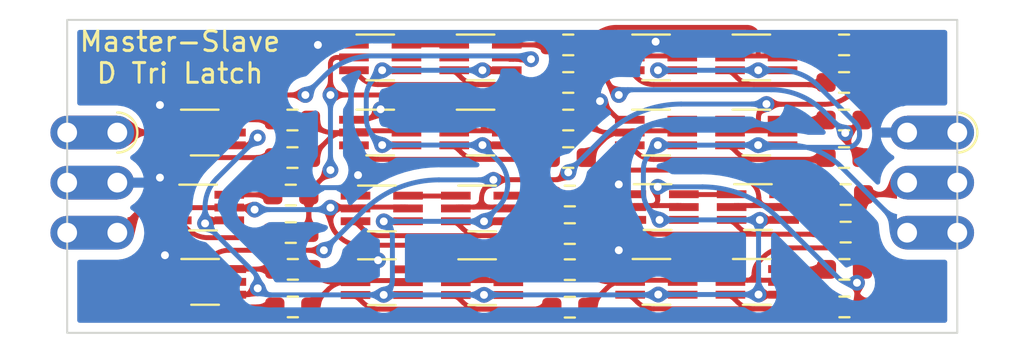
<source format=kicad_pcb>
(kicad_pcb (version 20241229) (generator "pcbnew") (generator_version "9.0")
  (layers (0 "F.Cu" signal) (2 "B.Cu" signal) (13 "F.Paste" user) (15 "B.Paste" user) (5 "F.SilkS" user "F.Silkscreen") (7 "B.SilkS" user "B.Silkscreen") (1 "F.Mask" user) (3 "B.Mask" user) (25 "Edge.Cuts" user))
  (net 0 "")
  (net 1 "VSS")
  (net 2 "/d_latch/Q")
  (net 3 "/d_latch1/Inverter1/Pti")
  (net 4 "VDD")
  (net 5 "/d_latch1/Inverter1/Nti")
  (net 6 "Net-(Q2-Pad1)")
  (net 7 "Q")
  (net 8 "Net-(Q2-Pad3)")
  (net 9 "Net-(Q2-Pad6)")
  (net 10 "/d_latch1/Antimin4/B")
  (net 11 "Net-(Q4-Pad1)")
  (net 12 "/d_latch1/Antimin5/Out")
  (net 13 "Net-(Q4-Pad3)")
  (net 14 "Net-(Q4-Pad6)")
  (net 15 "/d_latch1/~{Q}")
  (net 16 "Net-(Q6-Pad1)")
  (net 17 "Net-(Q6-Pad3)")
  (net 18 "Net-(Q6-Pad6)")
  (net 19 "Enable")
  (net 20 "D")
  (net 21 "/d_latch/Inverter1/Pti")
  (net 22 "/d_latch/Inverter1/Nti")
  (net 23 "Net-(Q10-Pad6)")
  (net 24 "Net-(Q10-Pad3)")
  (net 25 "Net-(Q9-Pad6)")
  (net 26 "/d_latch/Antimin4/B")
  (net 27 "Net-(Q11-Pad1)")
  (net 28 "/d_latch/Antimin5/Out")
  (net 29 "Net-(Q11-Pad3)")
  (net 30 "Net-(Q11-Pad6)")
  (net 31 "/d_latch/~{Q}")
  (net 32 "Net-(Q13-Pad1)")
  (net 33 "Net-(Q13-Pad3)")
  (net 34 "Net-(Q13-Pad6)")
  (net 35 "/Inverter2/Out")
  (net 36 "Net-(Q15-Pad1)")
  (net 37 "Net-(Q15-Pad3)")
  (net 38 "Net-(Q15-Pad6)")
  (net 39 "/d_latch/Antimin7/B")
  (net 40 "Net-(Q17-Pad1)")
  (net 41 "Net-(Q17-Pad3)")
  (net 42 "Net-(Q17-Pad6)")
  (net 43 "/d_latch1/Antimin7/B")
  (net 44 "/Inverter2/Pti")
  (net 45 "/Inverter2/Nti")
  (footprint "Resistor_SMD:R_0603_1608Metric_Pad0.98x0.95mm_HandSolder" (layer "F.Cu") (at 158.175 112.365)
    (property "Reference" "R19" (hide yes))
    (property "Value" "12k")
  )
  (footprint "Package_TO_SOT_SMD:SOT-363_SC-70-6_Handsoldering" (layer "F.Cu") (at 162.62 107.285)
    (property "Reference" "Q5" (hide yes))
    (property "Value" "BSS8402DW-7-F")
  )
  (footprint "Package_TO_SOT_SMD:SOT-363_SC-70-6_Handsoldering" (layer "F.Cu") (at 139.7 111.08)
    (property "Reference" "Q1" (hide yes))
    (property "Value" "BSS8402DW-7-F")
  )
  (footprint "Resistor_SMD:R_0603_1608Metric_Pad0.98x0.95mm_HandSolder" (layer "F.Cu") (at 172.145 106.65 180)
    (property "Reference" "R6" (hide yes))
    (property "Value" "12k")
  )
  (footprint "Resistor_SMD:R_0603_1608Metric_Pad0.98x0.95mm_HandSolder" (layer "F.Cu") (at 144.125498 102.87 180)
    (property "Reference" "R10" (hide yes))
    (property "Value" "12k")
  )
  (footprint "Resistor_SMD:R_0603_1608Metric_Pad0.98x0.95mm_HandSolder" (layer "F.Cu") (at 158.095498 102.87 180)
    (property "Reference" "R18" (hide yes))
    (property "Value" "12k")
  )
  (footprint "Package_TO_SOT_SMD:SOT-363_SC-70-6_Handsoldering" (layer "F.Cu") (at 167.64 111.08)
    (property "Reference" "Q2" (hide yes))
    (property "Value" "BSS8402DW-7-F")
  )
  (footprint "Package_TO_SOT_SMD:SOT-363_SC-70-6_Handsoldering" (layer "F.Cu") (at 162.540498 99.695)
    (property "Reference" "Q12" (hide yes))
    (property "Value" "BSS8402DW-7-F")
  )
  (footprint "Resistor_SMD:R_0603_1608Metric_Pad0.98x0.95mm_HandSolder" (layer "F.Cu") (at 144.125498 104.775)
    (property "Reference" "R9" (hide yes))
    (property "Value" "12k")
  )
  (footprint "Resistor_SMD:R_0603_1608Metric_Pad0.98x0.95mm_HandSolder" (layer "F.Cu") (at 158.095498 104.775)
    (property "Reference" "R17" (hide yes))
    (property "Value" "12k")
  )
  (footprint "Package_TO_SOT_SMD:SOT-363_SC-70-6_Handsoldering" (layer "F.Cu") (at 148.570498 103.505)
    (property "Reference" "Q16" (hide yes))
    (property "Value" "BSS8402DW-7-F")
  )
  (footprint "Resistor_SMD:R_0603_1608Metric_Pad0.98x0.95mm_HandSolder" (layer "F.Cu") (at 158.175 106.725 180)
    (property "Reference" "R8" (hide yes))
    (property "Value" "12k")
  )
  (footprint "Resistor_SMD:R_0603_1608Metric_Pad0.98x0.95mm_HandSolder" (layer "F.Cu") (at 144.04055 106.67385 180)
    (property "Reference" "R22" (hide yes))
    (property "Value" "12k")
  )
  (footprint "Resistor_SMD:R_0603_1608Metric_Pad0.98x0.95mm_HandSolder" (layer "F.Cu") (at 158.095498 99.06 180)
    (property "Reference" "R16" (hide yes))
    (property "Value" "12k")
  )
  (footprint "Resistor_SMD:R_0603_1608Metric_Pad0.98x0.95mm_HandSolder" (layer "F.Cu") (at 144.145 112.35)
    (property "Reference" "R1" (hide yes))
    (property "Value" "12k")
  )
  (footprint "Package_TO_SOT_SMD:SOT-363_SC-70-6_Handsoldering" (layer "F.Cu") (at 153.73 107.355)
    (property "Reference" "Q6" (hide yes))
    (property "Value" "BSS8402DW-7-F")
  )
  (footprint "Resistor_SMD:R_0603_1608Metric_Pad0.98x0.95mm_HandSolder" (layer "F.Cu") (at 172.065498 100.965)
    (property "Reference" "R13" (hide yes))
    (property "Value" "12k")
  )
  (footprint "Package_TO_SOT_SMD:SOT-363_SC-70-6_Handsoldering" (layer "F.Cu") (at 162.56 111.08)
    (property "Reference" "Q3" (hide yes))
    (property "Value" "BSS8402DW-7-F")
  )
  (footprint "Resistor_SMD:R_0603_1608Metric_Pad0.98x0.95mm_HandSolder" (layer "F.Cu") (at 172.085 112.35)
    (property "Reference" "R3" (hide yes))
    (property "Value" "12k")
  )
  (footprint "Package_TO_SOT_SMD:SOT-363_SC-70-6_Handsoldering" (layer "F.Cu") (at 167.620498 103.505)
    (property "Reference" "Q9" (hide yes))
    (property "Value" "BSS8402DW-7-F")
  )
  (footprint "Package_TO_SOT_SMD:SOT-363_SC-70-6_Handsoldering" (layer "F.Cu") (at 167.620498 99.695)
    (property "Reference" "Q11" (hide yes))
    (property "Value" "BSS8402DW-7-F")
  )
  (footprint "Package_TO_SOT_SMD:SOT-363_SC-70-6_Handsoldering" (layer "F.Cu") (at 153.73 111.095)
    (property "Reference" "Q17" (hide yes))
    (property "Value" "BSS8402DW-7-F")
  )
  (footprint "Resistor_SMD:R_0603_1608Metric_Pad0.98x0.95mm_HandSolder" (layer "F.Cu") (at 172.145 108.555)
    (property "Reference" "R5" (hide yes))
    (property "Value" "12k")
  )
  (footprint "Package_TO_SOT_SMD:SOT-363_SC-70-6_Handsoldering" (layer "F.Cu") (at 139.59555 107.30885)
    (property "Reference" "Q19" (hide yes))
    (property "Value" "BSS8402DW-7-F")
  )
  (footprint "Package_TO_SOT_SMD:SOT-363_SC-70-6_Handsoldering" (layer "F.Cu") (at 167.7 107.285)
    (property "Reference" "Q4" (hide yes))
    (property "Value" "BSS8402DW-7-F")
  )
  (footprint "Resistor_SMD:R_0603_1608Metric_Pad0.98x0.95mm_HandSolder" (layer "F.Cu") (at 158.175 108.63)
    (property "Reference" "R7" (hide yes))
    (property "Value" "12k")
  )
  (footprint "Package_TO_SOT_SMD:SOT-363_SC-70-6_Handsoldering" (layer "F.Cu") (at 153.650498 99.695)
    (property "Reference" "Q13" (hide yes))
    (property "Value" "BSS8402DW-7-F")
  )
  (footprint "Package_TO_SOT_SMD:SOT-363_SC-70-6_Handsoldering" (layer "F.Cu") (at 153.650498 103.505)
    (property "Reference" "Q15" (hide yes))
    (property "Value" "BSS8402DW-7-F")
  )
  (footprint "Castellation:Hybrid_Castellation_1x03_P2.54" (layer "F.Cu") (at 176.53 103.505)
    (property "Reference" "J2" (hide yes))
    (property "Value" "Conn_01x03")
  )
  (footprint "Package_TO_SOT_SMD:SOT-363_SC-70-6_Handsoldering" (layer "F.Cu") (at 162.540498 103.505)
    (property "Reference" "Q10" (hide yes))
    (property "Value" "BSS8402DW-7-F")
  )
  (footprint "Resistor_SMD:R_0603_1608Metric_Pad0.98x0.95mm_HandSolder" (layer "F.Cu") (at 144.145 110.445 180)
    (property "Reference" "R2" (hide yes))
    (property "Value" "12k")
  )
  (footprint "Package_TO_SOT_SMD:SOT-363_SC-70-6_Handsoldering" (layer "F.Cu") (at 148.65 111.095)
    (property "Reference" "Q18" (hide yes))
    (property "Value" "BSS8402DW-7-F")
  )
  (footprint "Resistor_SMD:R_0603_1608Metric_Pad0.98x0.95mm_HandSolder" (layer "F.Cu") (at 172.065498 99.06 180)
    (property "Reference" "R14" (hide yes))
    (property "Value" "12k")
  )
  (footprint "Package_TO_SOT_SMD:SOT-363_SC-70-6_Handsoldering" (layer "F.Cu") (at 148.65 107.355)
    (property "Reference" "Q7" (hide yes))
    (property "Value" "BSS8402DW-7-F")
  )
  (footprint "Resistor_SMD:R_0603_1608Metric_Pad0.98x0.95mm_HandSolder" (layer "F.Cu") (at 158.095498 100.965)
    (property "Reference" "R15" (hide yes))
    (property "Value" "12k")
  )
  (footprint "Resistor_SMD:R_0603_1608Metric_Pad0.98x0.95mm_HandSolder" (layer "F.Cu") (at 172.085 110.445 180)
    (property "Reference" "R4" (hide yes))
    (property "Value" "12k")
  )
  (footprint "Castellation:Hybrid_Castellation_1x03_P2.54" (layer "F.Cu") (at 133.985 103.505)
    (property "Reference" "J1" (hide yes))
    (property "Value" "Conn_01x03")
  )
  (footprint "Resistor_SMD:R_0603_1608Metric_Pad0.98x0.95mm_HandSolder" (layer "F.Cu") (at 144.04055 108.57885)
    (property "Reference" "R21" (hide yes))
    (property "Value" "12k")
  )
  (footprint "Resistor_SMD:R_0603_1608Metric_Pad0.98x0.95mm_HandSolder" (layer "F.Cu") (at 172.065498 104.775)
    (property "Reference" "R11" (hide yes))
    (property "Value" "12k")
  )
  (footprint "Resistor_SMD:R_0603_1608Metric_Pad0.98x0.95mm_HandSolder" (layer "F.Cu") (at 172.065498 102.87 180)
    (property "Reference" "R12" (hide yes))
    (property "Value" "12k")
  )
  (footprint "Package_TO_SOT_SMD:SOT-363_SC-70-6_Handsoldering" (layer "F.Cu") (at 139.680498 103.505)
    (property "Reference" "Q8" (hide yes))
    (property "Value" "BSS8402DW-7-F")
  )
  (footprint "Resistor_SMD:R_0603_1608Metric_Pad0.98x0.95mm_HandSolder" (layer "F.Cu") (at 158.175 110.46 180)
    (property "Reference" "R20" (hide yes))
    (property "Value" "12k")
  )
  (footprint "Package_TO_SOT_SMD:SOT-363_SC-70-6_Handsoldering" (layer "F.Cu") (at 148.570498 99.695)
    (property "Reference" "Q14" (hide yes))
    (property "Value" "BSS8402DW-7-F")
  )
  (gr_rect (start 132.715 97.79) (end 177.8 113.665) (stroke (width 0.1)) (fill no) (layer "Edge.Cuts"))
  (gr_text "Master-Slave\nD Tri Latch" (at 138.43 99.695 0) (layer "F.SilkS") (effects (font (size 1 1))))
  (segment (start 162.446246 98.97025) (end 162.520996 98.8955) (width 0.25) (layer "F.Cu") (net 1))
  (segment (start 137.668 109.728) (end 138.37 110.43) (width 0.25) (layer "F.Cu") (net 1))
  (segment (start 147.3835 105.7275) (end 147.447 105.664) (width 0.25) (layer "F.Cu") (net 1))
  (segment (start 160.451339 102.656704) (end 159.704864 101.910229) (width 0.25) (layer "F.Cu") (net 1))
  (segment (start 138.26555 106.6507) (end 138.26555 106.65885) (width 0.25) (layer "F.Cu") (net 1))
  (segment (start 138.094002 102.788002) (end 137.414 102.108) (width 0.25) (layer "F.Cu") (net 1))
  (segment (start 148.32475 102.58975) (end 148.59 102.3245) (width 0.25) (layer "F.Cu") (net 1))
  (segment (start 160.655 109.474) (end 161.095296 109.914296) (width 0.25) (layer "F.Cu") (net 1))
  (segment (start 160.930066 102.855) (end 161.210498 102.855) (width 0.25) (layer "F.Cu") (net 1))
  (segment (start 161.23 110.2395) (end 161.23 110.43) (width 0.25) (layer "F.Cu") (net 1))
  (segment (start 138.259787 106.636787) (end 137.414 105.791) (width 0.25) (layer "F.Cu") (net 1))
  (segment (start 145.4225 99.0525) (end 145.415 99.06) (width 0.25) (layer "F.Cu") (net 1))
  (segment (start 161.107947 106.587447) (end 160.655 106.1345) (width 0.25) (layer "F.Cu") (net 1))
  (segment (start 147.672609 110.445) (end 147.32 110.445) (width 0.25) (layer "F.Cu") (net 1))
  (segment (start 147.32 105.880802) (end 147.32 106.705) (width 0.25) (layer "F.Cu") (net 1))
  (segment (start 148.463 109.982) (end 148.2315 110.2135) (width 0.25) (layer "F.Cu") (net 1))
  (segment (start 162.265783 99.045) (end 161.210498 99.045) (width 0.25) (layer "F.Cu") (net 1))
  (segment (start 147.684379 102.855) (end 147.240498 102.855) (width 0.25) (layer "F.Cu") (net 1))
  (segment (start 161.22275 106.635) (end 161.29 106.635) (width 0.25) (layer "F.Cu") (net 1))
  (segment (start 138.255749 102.855) (end 138.350498 102.855) (width 0.25) (layer "F.Cu") (net 1))
  (segment (start 145.440606 99.045) (end 147.240498 99.045) (width 0.25) (layer "F.Cu") (net 1))
  (via (at 148.463 109.982) (size 0.8) (drill 0.4) (layers "F.Cu" "B.Cu") (net 1))
  (via (at 160.655 106.1345) (size 0.8) (drill 0.4) (layers "F.Cu" "B.Cu") (net 1))
  (via (at 159.704864 101.910229) (size 0.8) (drill 0.4) (layers "F.Cu" "B.Cu") (net 1))
  (via (at 145.415 99.06) (size 0.8) (drill 0.4) (layers "F.Cu" "B.Cu") (net 1))
  (via (at 160.655 109.474) (size 0.8) (drill 0.4) (layers "F.Cu" "B.Cu") (net 1))
  (via (at 148.59 102.3245) (size 0.8) (drill 0.4) (layers "F.Cu" "B.Cu") (net 1))
  (via (at 137.414 105.791) (size 0.8) (drill 0.4) (layers "F.Cu" "B.Cu") (net 1))
  (via (at 147.447 105.664) (size 0.8) (drill 0.4) (layers "F.Cu" "B.Cu") (net 1))
  (via (at 137.668 109.728) (size 0.8) (drill 0.4) (layers "F.Cu" "B.Cu") (net 1))
  (via (at 162.520996 98.8955) (size 0.8) (drill 0.4) (layers "F.Cu" "B.Cu") (net 1))
  (via (at 137.414 102.108) (size 0.8) (drill 0.4) (layers "F.Cu" "B.Cu") (net 1))
  (arc (start 138.259787 106.636787) (mid 138.264052 106.64317) (end 138.26555 106.6507) (width 0.25) (layer "F.Cu") (net 1))
  (arc (start 162.446246 98.97025) (mid 162.363448 99.025573) (end 162.265783 99.045) (width 0.25) (layer "F.Cu") (net 1))
  (arc (start 148.2315 110.2135) (mid 147.975078 110.384835) (end 147.672609 110.445) (width 0.25) (layer "F.Cu") (net 1))
  (arc (start 147.3835 105.7275) (mid 147.336503 105.797835) (end 147.32 105.880802) (width 0.25) (layer "F.Cu") (net 1))
  (arc (start 148.32475 102.58975) (mid 148.030945 102.786063) (end 147.684379 102.855) (width 0.25) (layer "F.Cu") (net 1))
  (arc (start 145.440606 99.045) (mid 145.430807 99.046949) (end 145.4225 99.0525) (width 0.25) (layer "F.Cu") (net 1))
  (arc (start 161.095296 109.914296) (mid 161.194991 110.0635) (end 161.23 110.2395) (width 0.25) (layer "F.Cu") (net 1))
  (arc (start 160.451339 102.656704) (mid 160.670981 102.803464) (end 160.930066 102.855) (width 0.25) (layer "F.Cu") (net 1))
  (arc (start 138.094002 102.788002) (mid 138.168212 102.837587) (end 138.255749 102.855) (width 0.25) (layer "F.Cu") (net 1))
  (arc (start 161.107947 106.587447) (mid 161.160619 106.622641) (end 161.22275 106.635) (width 0.25) (layer "F.Cu") (net 1))
  (segment (start 147.1295 105.9815) (end 147.447 105.664) (width 0.25) (layer "B.Cu") (net 1))
  (segment (start 146.362987 106.299) (end 143.891 106.299) (width 0.25) (layer "B.Cu") (net 1))
  (arc (start 147.1295 105.9815) (mid 146.77782 106.216484) (end 146.362987 106.299) (width 0.25) (layer "B.Cu") (net 1))
  (segment (start 168.898718 103.4632) (end 168.943718 103.5082) (width 0.25) (layer "F.Cu") (net 2))
  (segment (start 168.196551 103.4182) (end 167.257049 103.4182) (width 0.25) (layer "F.Cu") (net 2))
  (segment (start 158.095498 105.524031) (end 157.909279 105.710249) (width 0.25) (layer "F.Cu") (net 2))
  (segment (start 140.897282 109.477288) (end 145.716597 109.477288) (width 0.25) (layer "F.Cu") (net 2))
  (segment (start 171.091645 102.07) (end 168.424491 102.07) (width 0.25) (layer "F.Cu") (net 2))
  (segment (start 153.7 106.875) (end 153.7 106.867012) (width 0.25) (layer "F.Cu") (net 2))
  (segment (start 168.790078 103.4182) (end 168.196551 103.4182) (width 0.25) (layer "F.Cu") (net 2))
  (segment (start 172.977998 100.965) (end 172.977998 99.06) (width 0.25) (layer "F.Cu") (net 2))
  (segment (start 140.0925 111.08) (end 139.2175 111.08) (width 0.25) (layer "F.Cu") (net 2))
  (segment (start 152.445 107.33) (end 152.4 107.375) (width 0.25) (layer "F.Cu") (net 2))
  (segment (start 166.328718 103.4632) (end 166.283718 103.5082) (width 0.25) (layer "F.Cu") (net 2))
  (segment (start 140.0925 111.08) (end 141.03 111.08) (width 0.25) (layer "F.Cu") (net 2))
  (segment (start 139.2175 111.08) (end 138.37 111.08) (width 0.25) (layer "F.Cu") (net 2))
  (segment (start 172.425498 101.5175) (end 172.977998 100.965) (width 0.25) (layer "F.Cu") (net 2))
  (segment (start 167.7268 102.767691) (end 167.7268 102.948449) (width 0.25) (layer "F.Cu") (net 2))
  (segment (start 154.90636 107.285) (end 154.11 107.285) (width 0.25) (layer "F.Cu") (net 2))
  (segment (start 157.459708 105.896468) (end 154.670544 105.896468) (width 0.25) (layer "F.Cu") (net 2))
  (segment (start 155.015 107.33) (end 155.06 107.375) (width 0.25) (layer "F.Cu") (net 2))
  (segment (start 166.437357 103.4182) (end 167.257049 103.4182) (width 0.25) (layer "F.Cu") (net 2))
  (segment (start 139.964359 109.89564) (end 140.018856 109.841144) (width 0.25) (layer "F.Cu") (net 2))
  (segment (start 154.11 107.285) (end 153.29 107.285) (width 0.25) (layer "F.Cu") (net 2))
  (segment (start 152.553639 107.285) (end 153.29 107.285) (width 0.25) (layer "F.Cu") (net 2))
  (via (at 168.134294 102.059166) (size 0.8) (drill 0.4) (layers "F.Cu" "B.Cu") (net 2))
  (via (at 145.716597 109.477288) (size 0.8) (drill 0.4) (layers "F.Cu" "B.Cu") (net 2))
  (via (at 154.303484 105.905534) (size 0.8) (drill 0.4) (layers "F.Cu" "B.Cu") (net 2))
  (via (at 158.095498 105.524031) (size 0.8) (drill 0.4) (layers "F.Cu" "B.Cu") (net 2))
  (arc (start 139.964359 109.89564) (mid 139.735399 110.238302) (end 139.655 110.6425) (width 0.25) (layer "F.Cu") (net 2))
  (arc (start 153.7 106.875) (mid 153.820086 107.164913) (end 154.11 107.285) (width 0.25) (layer "F.Cu") (net 2))
  (arc (start 139.655 110.6425) (mid 139.78314 110.951859) (end 140.0925 111.08) (width 0.25) (layer "F.Cu") (net 2))
  (arc (start 168.424491 102.07) (mid 168.157496 102.123108) (end 167.931149 102.274349) (width 0.25) (layer "F.Cu") (net 2))
  (arc (start 168.898718 103.4632) (mid 168.848873 103.429895) (end 168.790078 103.4182) (width 0.25) (layer "F.Cu") (net 2))
  (arc (start 157.909279 105.710249) (mid 157.703014 105.848071) (end 157.459708 105.896468) (width 0.25) (layer "F.Cu") (net 2))
  (arc (start 166.437357 103.4182) (mid 166.378562 103.429895) (end 166.328718 103.4632) (width 0.25) (layer "F.Cu") (net 2))
  (arc (start 140.897282 109.477288) (mid 140.421881 109.571851) (end 140.018856 109.841144) (width 0.25) (layer "F.Cu") (net 2))
  (arc (start 167.7268 102.948449) (mid 167.864386 103.280613) (end 168.196551 103.4182) (width 0.25) (layer "F.Cu") (net 2))
  (arc (start 153.29 107.285) (mid 153.579913 107.164913) (end 153.7 106.875) (width 0.25) (layer "F.Cu") (net 2))
  (arc (start 152.553639 107.285) (mid 152.494844 107.296695) (end 152.445 107.33) (width 0.25) (layer "F.Cu") (net 2))
  (arc (start 154.670544 105.896468) (mid 154.299133 105.970346) (end 153.984266 106.180734) (width 0.25) (layer "F.Cu") (net 2))
  (arc (start 155.015 107.33) (mid 154.965155 107.296695) (end 154.90636 107.285) (width 0.25) (layer "F.Cu") (net 2))
  (arc (start 139.2175 111.08) (mid 139.526859 110.951859) (end 139.655 110.6425) (width 0.25) (layer "F.Cu") (net 2))
  (arc (start 172.425498 101.5175) (mid 171.813521 101.926409) (end 171.091645 102.07) (width 0.25) (layer "F.Cu") (net 2))
  (arc (start 153.984266 106.180734) (mid 153.773878 106.495601) (end 153.7 106.867012) (width 0.25) (layer "F.Cu") (net 2))
  (arc (start 167.931149 102.274349) (mid 167.779908 102.500696) (end 167.7268 102.767691) (width 0.25) (layer "F.Cu") (net 2))
  (arc (start 167.257049 103.4182) (mid 167.589213 103.280613) (end 167.7268 102.948449) (width 0.25) (layer "F.Cu") (net 2))
  (segment (start 163.814326 102.059166) (end 168.134294 102.059166) (width 0.25) (layer "B.Cu") (net 2))
  (segment (start 147.694558 107.499326) (end 145.716597 109.477288) (width 0.25) (layer "B.Cu") (net 2))
  (segment (start 151.542314 105.905534) (end 154.303484 105.905534) (width 0.25) (layer "B.Cu") (net 2))
  (segment (start 158.095498 105.524031) (end 159.96657 103.652958) (width 0.25) (layer "B.Cu") (net 2))
  (arc (start 163.814326 102.059166) (mid 161.731935 102.473379) (end 159.96657 103.652958) (width 0.25) (layer "B.Cu") (net 2))
  (arc (start 151.542314 105.905534) (mid 149.459923 106.319747) (end 147.694558 107.499326) (width 0.25) (layer "B.Cu") (net 2))
  (segment (start 138.68 112.04) (end 138.37 111.73) (width 0.25) (layer "F.Cu") (net 3))
  (segment (start 139.428406 112.35) (end 143.2325 112.35) (width 0.25) (layer "F.Cu") (net 3))
  (arc (start 138.68 112.04) (mid 139.023371 112.269433) (end 139.428406 112.35) (width 0.25) (layer "F.Cu") (net 3))
  (segment (start 167.745108 107.95) (end 169.03 107.95) (width 0.25) (layer "F.Cu") (net 4))
  (segment (start 153.757002 108.0175) (end 153.749502 108.01) (width 0.25) (layer "F.Cu") (net 4))
  (segment (start 141.813209 111.73) (end 141.03 111.73) (width 0.25) (layer "F.Cu") (net 4))
  (segment (start 167.727002 107.9425) (end 167.719502 107.935) (width 0.25) (layer "F.Cu") (net 4))
  (segment (start 163.862998 100.3525) (end 163.870498 100.36) (width 0.25) (layer "F.Cu") (net 4))
  (segment (start 149.954393 108.01) (end 148.669502 108.01) (width 0.25) (layer "F.Cu") (net 4))
  (segment (start 153.775108 108.025) (end 155.06 108.025) (width 0.25) (layer "F.Cu") (net 4))
  (segment (start 142.204149 111.568067) (end 142.366082 111.406135) (width 0.25) (layer "F.Cu") (net 4))
  (segment (start 141.690985 104.155) (end 141.010498 104.155) (width 0.25) (layer "F.Cu") (net 4))
  (segment (start 163.9425 107.9425) (end 163.95 107.95) (width 0.25) (layer "F.Cu") (net 4))
  (segment (start 163.856218 104.1507) (end 163.863718 104.1582) (width 0.25) (layer "F.Cu") (net 4))
  (segment (start 142.367 103.759) (end 142.169 103.957) (width 0.25) (layer "F.Cu") (net 4))
  (segment (start 153.6775 104.1475) (end 153.67 104.14) (width 0.25) (layer "F.Cu") (net 4))
  (segment (start 167.680045 111.73615) (end 168.964937 111.73615) (width 0.25) (layer "F.Cu") (net 4))
  (segment (start 167.665606 100.36) (end 168.950498 100.36) (width 0.25) (layer "F.Cu") (net 4))
  (segment (start 149.874891 100.345) (end 148.59 100.345) (width 0.25) (layer "F.Cu") (net 4))
  (segment (start 149.874891 104.14) (end 148.59 104.14) (width 0.25) (layer "F.Cu") (net 4))
  (segment (start 163.844891 100.345) (end 162.56 100.345) (width 0.25) (layer "F.Cu") (net 4))
  (segment (start 149.9725 108.0175) (end 149.98 108.025) (width 0.25) (layer "F.Cu") (net 4))
  (segment (start 167.6475 100.3525) (end 167.64 100.345) (width 0.25) (layer "F.Cu") (net 4))
  (segment (start 153.695606 104.155) (end 154.980498 104.155) (width 0.25) (layer "F.Cu") (net 4))
  (segment (start 163.877437 111.72865) (end 163.884937 111.73615) (width 0.25) (layer "F.Cu") (net 4))
  (segment (start 139.965711 107.95885) (end 140.92555 107.95885) (width 0.25) (layer "F.Cu") (net 4))
  (segment (start 153.695606 100.36) (end 154.980498 100.36) (width 0.25) (layer "F.Cu") (net 4))
  (segment (start 163.85933 111.72115) (end 162.574439 111.72115) (width 0.25) (layer "F.Cu") (net 4))
  (segment (start 163.838111 104.1432) (end 162.55322 104.1432) (width 0.25) (layer "F.Cu") (net 4))
  (segment (start 167.64072 104.1507) (end 167.63322 104.1432) (width 0.25) (layer "F.Cu") (net 4))
  (segment (start 153.75491 111.746182) (end 153.74741 111.738682) (width 0.25) (layer "F.Cu") (net 4))
  (segment (start 149.892998 104.1475) (end 149.900498 104.155) (width 0.25) (layer "F.Cu") (net 4))
  (segment (start 153.6775 100.3525) (end 153.67 100.345) (width 0.25) (layer "F.Cu") (net 4))
  (segment (start 163.924393 107.935) (end 162.639502 107.935) (width 0.25) (layer "F.Cu") (net 4))
  (segment (start 153.773016 111.753682) (end 155.057908 111.753682) (width 0.25) (layer "F.Cu") (net 4))
  (segment (start 167.661939 111.72865) (end 167.654439 111.72115) (width 0.25) (layer "F.Cu") (net 4))
  (segment (start 149.952301 111.738682) (end 148.66741 111.738682) (width 0.25) (layer "F.Cu") (net 4))
  (segment (start 167.658826 104.1582) (end 168.943718 104.1582) (width 0.25) (layer "F.Cu") (net 4))
  (segment (start 149.970408 111.746182) (end 149.977908 111.753682) (width 0.25) (layer "F.Cu") (net 4))
  (segment (start 139.777825 108.036675) (end 139.7 108.1145) (width 0.25) (layer "F.Cu") (net 4))
  (segment (start 149.892998 100.3525) (end 149.900498 100.36) (width 0.25) (layer "F.Cu") (net 4))
  (via (at 153.74959 104.14) (size 0.8) (drill 0.4) (layers "F.Cu" "B.Cu") (net 4))
  (via (at 167.734029 111.72115) (size 0.8) (drill 0.4) (layers "F.Cu" "B.Cu") (net 4))
  (via (at 153.827 111.738682) (size 0.8) (drill 0.4) (layers "F.Cu" "B.Cu") (net 4))
  (via (at 167.799092 107.935) (size 0.8) (drill 0.4) (layers "F.Cu" "B.Cu") (net 4))
  (via (at 167.71959 100.345) (size 0.8) (drill 0.4) (layers "F.Cu" "B.Cu") (net 4))
  (via (at 162.63281 104.1432) (size 0.8) (drill 0.4) (layers "F.Cu" "B.Cu") (net 4))
  (via (at 162.63959 100.345) (size 0.8) (drill 0.4) (layers "F.Cu" "B.Cu") (net 4))
  (via (at 148.747 111.738682) (size 0.8) (drill 0.4) (layers "F.Cu" "B.Cu") (net 4))
  (via (at 153.829092 108.01) (size 0.8) (drill 0.4) (layers "F.Cu" "B.Cu") (net 4))
  (via (at 142.367 103.759) (size 0.8) (drill 0.4) (layers "F.Cu" "B.Cu") (net 4))
  (via (at 162.719092 107.935) (size 0.8) (drill 0.4) (layers "F.Cu" "B.Cu") (net 4))
  (via (at 162.654029 111.72115) (size 0.8) (drill 0.4) (layers "F.Cu" "B.Cu") (net 4))
  (via (at 148.66959 100.345) (size 0.8) (drill 0.4) (layers "F.Cu" "B.Cu") (net 4))
  (via (at 153.74959 100.345) (size 0.8) (drill 0.4) (layers "F.Cu" "B.Cu") (net 4))
  (via (at 139.7 108.1145) (size 0.8) (drill 0.4) (layers "F.Cu" "B.Cu") (net 4))
  (via (at 142.366082 111.406135) (size 0.8) (drill 0.4) (layers "F.Cu" "B.Cu") (net 4))
  (via (at 148.749092 108.01) (size 0.8) (drill 0.4) (layers "F.Cu" "B.Cu") (net 4))
  (via (at 167.71281 104.1432) (size 0.8) (drill 0.4) (layers "F.Cu" "B.Cu") (net 4))
  (via (at 148.66959 104.14) (size 0.8) (drill 0.4) (layers "F.Cu" "B.Cu") (net 4))
  (arc (start 153.75491 111.746182) (mid 153.763217 111.751732) (end 153.773016 111.753682) (width 0.25) (layer "F.Cu") (net 4))
  (arc (start 163.862998 100.3525) (mid 163.85469 100.346949) (end 163.844891 100.345) (width 0.25) (layer "F.Cu") (net 4))
  (arc (start 167.661939 111.72865) (mid 167.670246 111.7342) (end 167.680045 111.73615) (width 0.25) (layer "F.Cu") (net 4))
  (arc (start 149.892998 100.3525) (mid 149.88469 100.346949) (end 149.874891 100.345) (width 0.25) (layer "F.Cu") (net 4))
  (arc (start 139.965711 107.95885) (mid 139.864027 107.979076) (end 139.777825 108.036675) (width 0.25) (layer "F.Cu") (net 4))
  (arc (start 153.6775 104.1475) (mid 153.685807 104.15305) (end 153.695606 104.155) (width 0.25) (layer "F.Cu") (net 4))
  (arc (start 153.6775 100.3525) (mid 153.685807 100.35805) (end 153.695606 100.36) (width 0.25) (layer "F.Cu") (net 4))
  (arc (start 167.727002 107.9425) (mid 167.735309 107.94805) (end 167.745108 107.95) (width 0.25) (layer "F.Cu") (net 4))
  (arc (start 163.856218 104.1507) (mid 163.84791 104.145149) (end 163.838111 104.1432) (width 0.25) (layer "F.Cu") (net 4))
  (arc (start 167.6475 100.3525) (mid 167.655807 100.35805) (end 167.665606 100.36) (width 0.25) (layer "F.Cu") (net 4))
  (arc (start 149.892998 104.1475) (mid 149.88469 104.141949) (end 149.874891 104.14) (width 0.25) (layer "F.Cu") (net 4))
  (arc (start 153.757002 108.0175) (mid 153.765309 108.02305) (end 153.775108 108.025) (width 0.25) (layer "F.Cu") (net 4))
  (arc (start 142.169 103.957) (mid 141.949684 104.103541) (end 141.690985 104.155) (width 0.25) (layer "F.Cu") (net 4))
  (arc (start 163.9425 107.9425) (mid 163.934192 107.936949) (end 163.924393 107.935) (width 0.25) (layer "F.Cu") (net 4))
  (arc (start 142.204149 111.568067) (mid 142.024784 111.687914) (end 141.813209 111.73) (width 0.25) (layer "F.Cu") (net 4))
  (arc (start 149.970408 111.746182) (mid 149.9621 111.740631) (end 149.952301 111.738682) (width 0.25) (layer "F.Cu") (net 4))
  (arc (start 163.877437 111.72865) (mid 163.869129 111.723099) (end 163.85933 111.72115) (width 0.25) (layer "F.Cu") (net 4))
  (arc (start 149.9725 108.0175) (mid 149.964192 108.011949) (end 149.954393 108.01) (width 0.25) (layer "F.Cu") (net 4))
  (arc (start 167.64072 104.1507) (mid 167.649027 104.15625) (end 167.658826 104.1582) (width 0.25) (layer "F.Cu") (net 4))
  (segment (start 154.536438 104.926848) (end 153.74959 104.14) (width 0.25) (layer "B.Cu") (net 4))
  (segment (start 167.799092 107.935) (end 167.76656 107.967531) (width 0.25) (layer "B.Cu") (net 4))
  (segment (start 167.71959 100.345) (end 168.843527 100.345) (width 0.25) (layer "B.Cu") (net 4))
  (segment (start 167.719502 107.935) (end 162.639502 107.935) (width 0.25) (layer "B.Cu") (net 4))
  (segment (start 167.71281 104.1432) (end 167.768198 104.198588) (width 0.25) (layer "B.Cu") (net 4))
  (segment (start 153.827 111.738682) (end 162.6241 111.738682) (width 0.25) (layer "B.Cu") (net 4))
  (segment (start 162.267215 104.508795) (end 162.63281 104.1432) (width 0.25) (layer "B.Cu") (net 4))
  (segment (start 167.63322 104.1432) (end 162.55322 104.1432) (width 0.25) (layer "B.Cu") (net 4))
  (segment (start 167.64 100.345) (end 162.56 100.345) (width 0.25) (layer "B.Cu") (net 4))
  (segment (start 172.851136 103.618741) (end 172.851136 103.555267) (width 0.25) (layer "B.Cu") (net 4))
  (segment (start 171.916121 105.241121) (end 175.26 108.585) (width 0.25) (layer "B.Cu") (net 4))
  (segment (start 172.215901 104.253976) (end 167.901916 104.253976) (width 0.25) (layer "B.Cu") (net 4))
  (segment (start 148.66959 104.14) (end 148.267295 103.737705) (width 0.25) (layer "B.Cu") (net 4))
  (segment (start 161.90162 106.539488) (end 161.90162 105.391419) (width 0.25) (layer "B.Cu") (net 4))
  (segment (start 142.366082 111.406135) (end 142.532355 111.572408) (width 0.25) (layer "B.Cu") (net 4))
  (segment (start 170.762208 101.139743) (end 172.620197 102.997732) (width 0.25) (layer "B.Cu") (net 4))
  (segment (start 153.829092 108.01) (end 154.536438 107.302653) (width 0.25) (layer "B.Cu") (net 4))
  (segment (start 148.66959 100.345) (end 148.267295 100.747295) (width 0.25) (layer "B.Cu") (net 4))
  (segment (start 147.865 102.766478) (end 147.865 101.718521) (width 0.25) (layer "B.Cu") (net 4))
  (segment (start 153.749502 108.01) (end 148.669502 108.01) (width 0.25) (layer "B.Cu") (net 4))
  (segment (start 148.747 111.738682) (end 148.9675 111.518182) (width 0.25) (layer "B.Cu") (net 4))
  (segment (start 169.265505 104.1432) (end 167.71281 104.1432) (width 0.25) (layer "B.Cu") (net 4))
  (segment (start 162.310356 107.526264) (end 162.719092 107.935) (width 0.25) (layer "B.Cu") (net 4))
  (segment (start 167.654439 111.72115) (end 162.574439 111.72115) (width 0.25) (layer "B.Cu") (net 4))
  (segment (start 148.747 111.738682) (end 142.933775 111.738682) (width 0.25) (layer "B.Cu") (net 4))
  (segment (start 153.74741 111.738682) (end 148.66741 111.738682) (width 0.25) (layer "B.Cu") (net 4))
  (segment (start 142.367 103.759) (end 140.296974 105.829025) (width 0.25) (layer "B.Cu") (net 4))
  (segment (start 149.188 108.759262) (end 149.188 110.985847) (width 0.25) (layer "B.Cu") (net 4))
  (segment (start 148.968546 108.229454) (end 148.749092 108.01) (width 0.25) (layer "B.Cu") (net 4))
  (segment (start 139.7 107.27025) (end 139.7 108.1145) (width 0.25) (layer "B.Cu") (net 4))
  (segment (start 142.366082 111.406135) (end 142.366082 111.093358) (width 0.25) (layer "B.Cu") (net 4))
  (segment (start 162.645263 111.729916) (end 162.654029 111.72115) (width 0.25) (layer "B.Cu") (net 4))
  (segment (start 153.67 100.345) (end 148.59 100.345) (width 0.25) (layer "B.Cu") (net 4))
  (segment (start 153.67 104.14) (end 148.59 104.14) (width 0.25) (layer "B.Cu") (net 4))
  (segment (start 167.734029 111.72115) (end 167.734029 108.046069) (width 0.25) (layer "B.Cu") (net 4))
  (segment (start 139.7 108.1145) (end 142.144915 110.559415) (width 0.25) (layer "B.Cu") (net 4))
  (arc (start 172.851136 103.618741) (mid 172.802781 103.861834) (end 172.66508 104.06792) (width 0.25) (layer "B.Cu") (net 4))
  (arc (start 155.028484 106.114751) (mid 154.900605 106.757638) (end 154.536438 107.302653) (width 0.25) (layer "B.Cu") (net 4))
  (arc (start 171.916121 105.241121) (mid 170.700008 104.42854) (end 169.265505 104.1432) (width 0.25) (layer "B.Cu") (net 4))
  (arc (start 154.536438 104.926848) (mid 154.900605 105.471862) (end 155.028484 106.114751) (width 0.25) (layer "B.Cu") (net 4))
  (arc (start 167.768198 104.198588) (mid 167.829548 104.239581) (end 167.901916 104.253976) (width 0.25) (layer "B.Cu") (net 4))
  (arc (start 172.620197 102.997732) (mid 172.791116 103.253531) (end 172.851136 103.555267) (width 0.25) (layer "B.Cu") (net 4))
  (arc (start 149.188 110.985847) (mid 149.130693 111.273944) (end 148.9675 111.518182) (width 0.25) (layer "B.Cu") (net 4))
  (arc (start 172.66508 104.06792) (mid 172.458994 104.205621) (end 172.215901 104.253976) (width 0.25) (layer "B.Cu") (net 4))
  (arc (start 162.267215 104.508795) (mid 161.996635 104.913746) (end 161.90162 105.391419) (width 0.25) (layer "B.Cu") (net 4))
  (arc (start 162.645263 111.729916) (mid 162.635553 111.736403) (end 162.6241 111.738682) (width 0.25) (layer "B.Cu") (net 4))
  (arc (start 170.762208 101.139743) (mid 169.88191 100.551546) (end 168.843527 100.345) (width 0.25) (layer "B.Cu") (net 4))
  (arc (start 140.296974 105.829025) (mid 139.855148 106.490264) (end 139.7 107.27025) (width 0.25) (layer "B.Cu") (net 4))
  (arc (start 142.532355 111.572408) (mid 142.716528 111.695468) (end 142.933775 111.738682) (width 0.25) (layer "B.Cu") (net 4))
  (arc (start 148.267295 100.747295) (mid 147.969553 101.192897) (end 147.865 101.718521) (width 0.25) (layer "B.Cu") (net 4))
  (arc (start 142.144915 110.559415) (mid 142.308602 110.80439) (end 142.366082 111.093358) (width 0.25) (layer "B.Cu") (net 4))
  (arc (start 161.90162 106.539488) (mid 162.007847 107.073527) (end 162.310356 107.526264) (width 0.25) (layer "B.Cu") (net 4))
  (arc (start 148.968546 108.229454) (mid 149.130965 108.472532) (end 149.188 108.759262) (width 0.25) (layer "B.Cu") (net 4))
  (arc (start 147.865 102.766478) (mid 147.969553 103.292102) (end 148.267295 103.737705) (width 0.25) (layer "B.Cu") (net 4))
  (arc (start 167.76656 107.967531) (mid 167.742483 108.003564) (end 167.734029 108.046069) (width 0.25) (layer "B.Cu") (net 4))
  (segment (start 143.225 110.4375) (end 143.2325 110.445) (width 0.25) (layer "F.Cu") (net 5))
  (segment (start 143.206893 110.43) (end 141.03 110.43) (width 0.25) (layer "F.Cu") (net 5))
  (arc (start 143.225 110.4375) (mid 143.216692 110.431949) (end 143.206893 110.43) (width 0.25) (layer "F.Cu") (net 5))
  (segment (start 163.884937 110.43615) (end 166.304937 110.43615) (width 0.25) (layer "F.Cu") (net 6))
  (segment (start 173.0575 107.989314) (end 173.0575 106.65) (width 0.25) (layer "F.Cu") (net 7))
  (segment (start 167.8648 110.99615) (end 167.1575 110.99615) (width 0.25) (layer "F.Cu") (net 7))
  (segment (start 168.919937 111.04115) (end 168.964937 111.08615) (width 0.25) (layer "F.Cu") (net 7))
  (segment (start 167.761218 110.038781) (end 167.978075 109.821925) (width 0.25) (layer "F.Cu") (net 7))
  (segment (start 174.9575 106.3475) (end 175.26 106.045) (width 0.25) (layer "F.Cu") (net 7))
  (segment (start 174.2272 106.65) (end 173.0575 106.65) (width 0.25) (layer "F.Cu") (net 7))
  (segment (start 168.811297 110.99615) (end 167.8648 110.99615) (width 0.25) (layer "F.Cu") (net 7))
  (segment (start 166.349937 111.04115) (end 166.304937 111.08615) (width 0.25) (layer "F.Cu") (net 7))
  (segment (start 167.1575 110.99615) (end 166.458576 110.99615) (width 0.25) (layer "F.Cu") (net 7))
  (segment (start 171.691814 109.355) (end 169.105331 109.355) (width 0.25) (layer "F.Cu") (net 7))
  (arc (start 168.919937 111.04115) (mid 168.870092 111.007845) (end 168.811297 110.99615) (width 0.25) (layer "F.Cu") (net 7))
  (arc (start 167.1575 110.99615) (mid 167.407568 110.892568) (end 167.51115 110.6425) (width 0.25) (layer "F.Cu") (net 7))
  (arc (start 174.9575 106.3475) (mid 174.622435 106.571382) (end 174.2272 106.65) (width 0.25) (layer "F.Cu") (net 7))
  (arc (start 173.0575 107.989314) (mid 172.953543 108.511939) (end 172.6575 108.955) (width 0.25) (layer "F.Cu") (net 7))
  (arc (start 169.105331 109.355) (mid 168.495264 109.476349) (end 167.978075 109.821925) (width 0.25) (layer "F.Cu") (net 7))
  (arc (start 167.51115 110.6425) (mid 167.614731 110.892568) (end 167.8648 110.99615) (width 0.25) (layer "F.Cu") (net 7))
  (arc (start 166.458576 110.99615) (mid 166.399781 111.007845) (end 166.349937 111.04115) (width 0.25) (layer "F.Cu") (net 7))
  (arc (start 172.6575 108.955) (mid 172.214439 109.251043) (end 171.691814 109.355) (width 0.25) (layer "F.Cu") (net 7))
  (arc (start 167.761218 110.038781) (mid 167.57614 110.315769) (end 167.51115 110.6425) (width 0.25) (layer "F.Cu") (net 7))
  (segment (start 171.013797 112.44615) (end 162.436982 112.44615) (width 0.25) (layer "F.Cu") (net 8))
  (segment (start 166.659937 112.09115) (end 166.304937 111.73615) (width 0.25) (layer "F.Cu") (net 8))
  (segment (start 171.122437 112.40115) (end 171.167437 112.35615) (width 0.25) (layer "F.Cu") (net 8))
  (segment (start 161.579937 112.09115) (end 161.224937 111.73615) (width 0.25) (layer "F.Cu") (net 8))
  (segment (start 167.516982 112.44615) (end 171.013797 112.44615) (width 0.25) (layer "F.Cu") (net 8))
  (arc (start 161.579937 112.09115) (mid 161.973152 112.353888) (end 162.436982 112.44615) (width 0.25) (layer "F.Cu") (net 8))
  (arc (start 171.013797 112.44615) (mid 171.072592 112.434454) (end 171.122437 112.40115) (width 0.25) (layer "F.Cu") (net 8))
  (arc (start 171.013797 112.44615) (mid 171.013797 112.44615) (end 171.013797 112.44615) (width 0.25) (layer "F.Cu") (net 8))
  (arc (start 166.659937 112.09115) (mid 167.053152 112.353888) (end 167.516982 112.44615) (width 0.25) (layer "F.Cu") (net 8))
  (arc (start 171.122437 112.40115) (mid 171.072592 112.434454) (end 171.013797 112.44615) (width 0.25) (layer "F.Cu") (net 8))
  (segment (start 171.159937 110.44365) (end 171.167437 110.45115) (width 0.25) (layer "F.Cu") (net 9))
  (segment (start 171.14183 110.43615) (end 168.964937 110.43615) (width 0.25) (layer "F.Cu") (net 9))
  (arc (start 171.159937 110.44365) (mid 171.151629 110.438099) (end 171.14183 110.43615) (width 0.25) (layer "F.Cu") (net 9))
  (segment (start 163.839937 111.04115) (end 163.884937 111.08615) (width 0.25) (layer "F.Cu") (net 10))
  (segment (start 160.069327 111.383172) (end 159.0875 112.365) (width 0.25) (layer "F.Cu") (net 10))
  (segment (start 161.269937 111.04115) (end 161.224937 111.08615) (width 0.25) (layer "F.Cu") (net 10))
  (segment (start 160.80125 111.08) (end 160.145906 111.08) (width 0.25) (layer "F.Cu") (net 10))
  (segment (start 159.3975 110.77) (end 159.0875 110.46) (width 0.25) (layer "F.Cu") (net 10))
  (segment (start 161.378576 110.99615) (end 163.731297 110.99615) (width 0.25) (layer "F.Cu") (net 10))
  (arc (start 161.378576 110.99615) (mid 161.319781 111.007845) (end 161.269937 111.04115) (width 0.25) (layer "F.Cu") (net 10))
  (arc (start 160.80125 111.08) (mid 160.80125 111.08) (end 160.80125 111.08) (width 0.25) (layer "F.Cu") (net 10))
  (arc (start 160.80125 111.08) (mid 160.405136 111.158791) (end 160.069327 111.383172) (width 0.25) (layer "F.Cu") (net 10))
  (arc (start 159.3975 110.77) (mid 159.740871 110.999433) (end 160.145906 111.08) (width 0.25) (layer "F.Cu") (net 10))
  (arc (start 163.839937 111.04115) (mid 163.790092 111.007845) (end 163.731297 110.99615) (width 0.25) (layer "F.Cu") (net 10))
  (segment (start 163.95 106.65) (end 166.37 106.65) (width 0.25) (layer "F.Cu") (net 11))
  (segment (start 168.985 107.255) (end 169.03 107.3) (width 0.25) (layer "F.Cu") (net 12))
  (segment (start 159.0875 106.91625) (end 159.0875 108.63) (width 0.25) (layer "F.Cu") (net 12))
  (segment (start 168.145 107.21) (end 168.87636 107.21) (width 0.25) (layer "F.Cu") (net 12))
  (segment (start 167.245 105.91) (end 167.462157 106.127157) (width 0.25) (layer "F.Cu") (net 12))
  (segment (start 159.0875 106.53375) (end 159.0875 106.91625) (width 0.25) (layer "F.Cu") (net 12))
  (segment (start 166.523639 107.21) (end 167.345 107.21) (width 0.25) (layer "F.Cu") (net 12))
  (segment (start 168.145 107.21) (end 167.345 107.21) (width 0.25) (layer "F.Cu") (net 12))
  (segment (start 160.679377 105.41) (end 166.037893 105.41) (width 0.25) (layer "F.Cu") (net 12))
  (segment (start 166.415 107.255) (end 166.37 107.3) (width 0.25) (layer "F.Cu") (net 12))
  (segment (start 159.222734 106.207265) (end 159.55375 105.87625) (width 0.25) (layer "F.Cu") (net 12))
  (arc (start 168.985 107.255) (mid 168.935155 107.221695) (end 168.87636 107.21) (width 0.25) (layer "F.Cu") (net 12))
  (arc (start 167.245 105.91) (mid 166.691174 105.539945) (end 166.037893 105.41) (width 0.25) (layer "F.Cu") (net 12))
  (arc (start 167.462157 106.127157) (mid 167.671491 106.440448) (end 167.745 106.81) (width 0.25) (layer "F.Cu") (net 12))
  (arc (start 160.679377 105.41) (mid 160.070192 105.531174) (end 159.55375 105.87625) (width 0.25) (layer "F.Cu") (net 12))
  (arc (start 167.345 107.21) (mid 167.627842 107.092842) (end 167.745 106.81) (width 0.25) (layer "F.Cu") (net 12))
  (arc (start 159.222734 106.207265) (mid 159.122646 106.357057) (end 159.0875 106.53375) (width 0.25) (layer "F.Cu") (net 12))
  (arc (start 166.523639 107.21) (mid 166.464844 107.221695) (end 166.415 107.255) (width 0.25) (layer "F.Cu") (net 12))
  (arc (start 167.745 106.81) (mid 167.862157 107.092842) (end 168.145 107.21) (width 0.25) (layer "F.Cu") (net 12))
  (segment (start 171.07886 108.66) (end 167.582045 108.66) (width 0.25) (layer "F.Cu") (net 13))
  (segment (start 162.502045 108.66) (end 171.07886 108.66) (width 0.25) (layer "F.Cu") (net 13))
  (segment (start 161.645 108.305) (end 161.29 107.95) (width 0.25) (layer "F.Cu") (net 13))
  (segment (start 166.725 108.305) (end 166.37 107.95) (width 0.25) (layer "F.Cu") (net 13))
  (segment (start 171.1875 108.615) (end 171.2325 108.57) (width 0.25) (layer "F.Cu") (net 13))
  (arc (start 171.07886 108.66) (mid 171.137655 108.648304) (end 171.1875 108.615) (width 0.25) (layer "F.Cu") (net 13))
  (arc (start 171.07886 108.66) (mid 171.07886 108.66) (end 171.07886 108.66) (width 0.25) (layer "F.Cu") (net 13))
  (arc (start 166.725 108.305) (mid 167.118215 108.567738) (end 167.582045 108.66) (width 0.25) (layer "F.Cu") (net 13))
  (arc (start 161.645 108.305) (mid 162.038215 108.567738) (end 162.502045 108.66) (width 0.25) (layer "F.Cu") (net 13))
  (arc (start 171.1875 108.615) (mid 171.137655 108.648304) (end 171.07886 108.66) (width 0.25) (layer "F.Cu") (net 13))
  (segment (start 171.225 106.6575) (end 171.2325 106.665) (width 0.25) (layer "F.Cu") (net 14))
  (segment (start 171.206893 106.65) (end 169.03 106.65) (width 0.25) (layer "F.Cu") (net 14))
  (arc (start 171.225 106.6575) (mid 171.216692 106.651949) (end 171.206893 106.65) (width 0.25) (layer "F.Cu") (net 14))
  (segment (start 172.85875 112.21125) (end 172.9975 112.35) (width 0.25) (layer "F.Cu") (net 15))
  (segment (start 162.576353 107.21) (end 163.79636 107.21) (width 0.25) (layer "F.Cu") (net 15))
  (segment (start 162.576353 107.21) (end 162.333646 107.21) (width 0.25) (layer "F.Cu") (net 15))
  (segment (start 172.72 110.918722) (end 172.72 111.125) (width 0.25) (layer "F.Cu") (net 15))
  (segment (start 172.85875 110.58375) (end 172.9975 110.445) (width 0.25) (layer "F.Cu") (net 15))
  (segment (start 162.333646 107.21) (end 161.443639 107.21) (width 0.25) (layer "F.Cu") (net 15))
  (segment (start 162.62662 106.917026) (end 162.62662 106.259964) (width 0.25) (layer "F.Cu") (net 15))
  (segment (start 161.335 107.255) (end 161.29 107.3) (width 0.25) (layer "F.Cu") (net 15))
  (segment (start 163.905 107.255) (end 163.95 107.3) (width 0.25) (layer "F.Cu") (net 15))
  (segment (start 172.72 111.876277) (end 172.72 111.125) (width 0.25) (layer "F.Cu") (net 15))
  (via (at 172.72 111.125) (size 0.8) (drill 0.4) (layers "F.Cu" "B.Cu") (net 15))
  (via (at 162.62662 106.259964) (size 0.8) (drill 0.4) (layers "F.Cu" "B.Cu") (net 15))
  (arc (start 172.72 111.876277) (mid 172.756059 112.057563) (end 172.85875 112.21125) (width 0.25) (layer "F.Cu") (net 15))
  (arc (start 162.62662 106.917026) (mid 162.604318 107.029142) (end 162.54081 107.12419) (width 0.25) (layer "F.Cu") (net 15))
  (arc (start 162.333646 107.21) (mid 162.445762 107.187698) (end 162.54081 107.12419) (width 0.25) (layer "F.Cu") (net 15))
  (arc (start 163.905 107.255) (mid 163.855155 107.221695) (end 163.79636 107.21) (width 0.25) (layer "F.Cu") (net 15))
  (arc (start 161.443639 107.21) (mid 161.384844 107.221695) (end 161.335 107.255) (width 0.25) (layer "F.Cu") (net 15))
  (arc (start 162.54081 107.12419) (mid 162.529913 107.178969) (end 162.576353 107.21) (width 0.25) (layer "F.Cu") (net 15))
  (arc (start 172.85875 110.58375) (mid 172.756059 110.737436) (end 172.72 110.918722) (width 0.25) (layer "F.Cu") (net 15))
  (segment (start 171.764928 110.875531) (end 168.743153 107.853756) (width 0.25) (layer "B.Cu") (net 15))
  (segment (start 164.895397 106.259964) (end 162.62662 106.259964) (width 0.25) (layer "B.Cu") (net 15))
  (segment (start 172.72 111.125) (end 172.367198 111.125) (width 0.25) (layer "B.Cu") (net 15))
  (arc (start 168.743153 107.853756) (mid 166.977787 106.674177) (end 164.895397 106.259964) (width 0.25) (layer "B.Cu") (net 15))
  (arc (start 171.764928 110.875531) (mid 172.041252 111.060165) (end 172.367198 111.125) (width 0.25) (layer "B.Cu") (net 15))
  (segment (start 149.98 106.725) (end 152.4 106.725) (width 0.25) (layer "F.Cu") (net 16))
  (segment (start 157.10886 108.735) (end 148.532045 108.735) (width 0.25) (layer "F.Cu") (net 17))
  (segment (start 147.675 108.38) (end 147.32 108.025) (width 0.25) (layer "F.Cu") (net 17))
  (segment (start 157.2175 108.69) (end 157.2625 108.645) (width 0.25) (layer "F.Cu") (net 17))
  (segment (start 152.755 108.38) (end 152.4 108.025) (width 0.25) (layer "F.Cu") (net 17))
  (segment (start 157.10886 108.735) (end 153.612045 108.735) (width 0.25) (layer "F.Cu") (net 17))
  (arc (start 157.10886 108.735) (mid 157.10886 108.735) (end 157.10886 108.735) (width 0.25) (layer "F.Cu") (net 17))
  (arc (start 147.675 108.38) (mid 148.068215 108.642738) (end 148.532045 108.735) (width 0.25) (layer "F.Cu") (net 17))
  (arc (start 157.10886 108.735) (mid 157.167655 108.723304) (end 157.2175 108.69) (width 0.25) (layer "F.Cu") (net 17))
  (arc (start 157.2175 108.69) (mid 157.167655 108.723304) (end 157.10886 108.735) (width 0.25) (layer "F.Cu") (net 17))
  (arc (start 152.755 108.38) (mid 153.148215 108.642738) (end 153.612045 108.735) (width 0.25) (layer "F.Cu") (net 17))
  (segment (start 157.255 106.7325) (end 157.2625 106.74) (width 0.25) (layer "F.Cu") (net 18))
  (segment (start 157.236893 106.725) (end 155.06 106.725) (width 0.25) (layer "F.Cu") (net 18))
  (arc (start 157.255 106.7325) (mid 157.246692 106.726949) (end 157.236893 106.725) (width 0.25) (layer "F.Cu") (net 18))
  (segment (start 153.502942 109.947942) (end 153.278159 109.723159) (width 0.25) (layer "F.Cu") (net 19))
  (segment (start 146.05 107.315) (end 146.05 107.825) (width 0.25) (layer "F.Cu") (net 19))
  (segment (start 147.3 107.335) (end 147.32 107.355) (width 0.25) (layer "F.Cu") (net 19))
  (segment (start 146.4925 108.7775) (end 146.410624 108.695624) (width 0.25) (layer "F.Cu") (net 19))
  (segment (start 152.442908 111.058682) (end 152.397908 111.103682) (width 0.25) (layer "F.Cu") (net 19))
  (segment (start 154.175 111.013682) (end 153.387636 111.013682) (width 0.25) (layer "F.Cu") (net 19))
  (segment (start 146.05 107.315) (end 147.251715 107.315) (width 0.25) (layer "F.Cu") (net 19))
  (segment (start 149.935 107.33) (end 149.98 107.375) (width 0.25) (layer "F.Cu") (net 19))
  (segment (start 154.904268 111.013682) (end 154.175 111.013682) (width 0.25) (layer "F.Cu") (net 19))
  (segment (start 136.300493 107.539506) (end 135.255 108.585) (width 0.25) (layer "F.Cu") (net 19))
  (segment (start 142.2574 107.364145) (end 142.208255 107.41329) (width 0.25) (layer "F.Cu") (net 19))
  (segment (start 140.365 107.315) (end 139.035 107.315) (width 0.25) (layer "F.Cu") (net 19))
  (segment (start 152.063425 109.22) (end 147.560789 109.22) (width 0.25) (layer "F.Cu") (net 19))
  (segment (start 137.170498 107.30885) (end 138.26555 107.30885) (width 0.25) (layer "F.Cu") (net 19))
  (segment (start 147.365 107.33) (end 147.32 107.375) (width 0.25) (layer "F.Cu") (net 19))
  (segment (start 139.035 107.315) (end 138.37 107.315) (width 0.25) (layer "F.Cu") (net 19))
  (segment (start 152.551547 111.013682) (end 153.387636 111.013682) (width 0.25) (layer "F.Cu") (net 19))
  (segment (start 142.237043 107.315) (end 140.365 107.315) (width 0.25) (layer "F.Cu") (net 19))
  (segment (start 155.012908 111.058682) (end 155.057908 111.103682) (width 0.25) (layer "F.Cu") (net 19))
  (segment (start 137.155651 107.315) (end 136.8425 107.315) (width 0.25) (layer "F.Cu") (net 19))
  (segment (start 147.473639 107.285) (end 149.82636 107.285) (width 0.25) (layer "F.Cu") (net 19))
  (via (at 146.05 107.315) (size 0.8) (drill 0.4) (layers "F.Cu" "B.Cu") (net 19))
  (via (at 142.208255 107.41329) (size 0.8) (drill 0.4) (layers "F.Cu" "B.Cu") (net 19))
  (arc (start 142.2574 107.364145) (mid 142.26364 107.332771) (end 142.237043 107.315) (width 0.25) (layer "F.Cu") (net 19))
  (arc (start 153.502942 109.947942) (mid 153.70897 110.256285) (end 153.781318 110.62) (width 0.25) (layer "F.Cu") (net 19))
  (arc (start 153.278159 109.723159) (mid 152.720834 109.350766) (end 152.063425 109.22) (width 0.25) (layer "F.Cu") (net 19))
  (arc (start 137.163075 107.311925) (mid 137.159668 107.3142) (end 137.155651 107.315) (width 0.25) (layer "F.Cu") (net 19))
  (arc (start 137.170498 107.30885) (mid 137.16648 107.309649) (end 137.163075 107.311925) (width 0.25) (layer "F.Cu") (net 19))
  (arc (start 153.781318 110.62) (mid 153.896624 110.898375) (end 154.175 111.013682) (width 0.25) (layer "F.Cu") (net 19))
  (arc (start 147.473639 107.285) (mid 147.414844 107.296695) (end 147.365 107.33) (width 0.25) (layer "F.Cu") (net 19))
  (arc (start 152.551547 111.013682) (mid 152.492752 111.025377) (end 152.442908 111.058682) (width 0.25) (layer "F.Cu") (net 19))
  (arc (start 149.935 107.33) (mid 149.885155 107.296695) (end 149.82636 107.285) (width 0.25) (layer "F.Cu") (net 19))
  (arc (start 153.387636 111.013682) (mid 153.666011 110.898375) (end 153.781318 110.62) (width 0.25) (layer "F.Cu") (net 19))
  (arc (start 146.4925 108.7775) (mid 146.982635 109.104997) (end 147.560789 109.22) (width 0.25) (layer "F.Cu") (net 19))
  (arc (start 155.012908 111.058682) (mid 154.963063 111.025377) (end 154.904268 111.013682) (width 0.25) (layer "F.Cu") (net 19))
  (arc (start 136.8425 107.315) (mid 136.549168 107.373347) (end 136.300493 107.539506) (width 0.25) (layer "F.Cu") (net 19))
  (arc (start 147.3 107.335) (mid 147.277846 107.320197) (end 147.251715 107.315) (width 0.25) (layer "F.Cu") (net 19))
  (arc (start 146.05 107.825) (mid 146.143723 108.296178) (end 146.410624 108.695624) (width 0.25) (layer "F.Cu") (net 19))
  (segment (start 146.05 107.315) (end 146.000855 107.364145) (width 0.25) (layer "B.Cu") (net 19))
  (segment (start 145.882208 107.41329) (end 142.208255 107.41329) (width 0.25) (layer "B.Cu") (net 19))
  (arc (start 146.000855 107.364145) (mid 145.946419 107.400517) (end 145.882208 107.41329) (width 0.25) (layer "B.Cu") (net 19))
  (segment (start 138.350498 103.505) (end 141.010498 103.505) (width 0.25) (layer "F.Cu") (net 20))
  (segment (start 138.350498 103.505) (end 139.230249 103.505) (width 0.25) (layer "F.Cu") (net 20))
  (segment (start 135.255 103.505) (end 138.43 103.505) (width 0.25) (layer "F.Cu") (net 20))
  (segment (start 155.025248 99.73975) (end 154.980498 99.695) (width 0.25) (layer "F.Cu") (net 20))
  (segment (start 155.133284 99.7845) (end 156.21 99.7845) (width 0.25) (layer "F.Cu") (net 20))
  (segment (start 152.365498 99.665) (end 152.320498 99.71) (width 0.25) (layer "F.Cu") (net 20))
  (segment (start 141.348208 101.6) (end 144.78 101.6) (width 0.25) (layer "F.Cu") (net 20))
  (segment (start 152.474137 99.62) (end 154.826858 99.62) (width 0.25) (layer "F.Cu") (net 20))
  (segment (start 140.182748 102.082748) (end 140.032164 102.233333) (width 0.25) (layer "F.Cu") (net 20))
  (segment (start 154.935498 99.665) (end 154.980498 99.71) (width 0.25) (layer "F.Cu") (net 20))
  (via (at 156.21 99.7845) (size 0.8) (drill 0.4) (layers "F.Cu" "B.Cu") (net 20))
  (via (at 144.78 101.6) (size 0.8) (drill 0.4) (layers "F.Cu" "B.Cu") (net 20))
  (arc (start 154.935498 99.665) (mid 154.885653 99.631695) (end 154.826858 99.62) (width 0.25) (layer "F.Cu") (net 20))
  (arc (start 139.7 103.035249) (mid 139.562413 103.367413) (end 139.230249 103.505) (width 0.25) (layer "F.Cu") (net 20))
  (arc (start 152.474137 99.62) (mid 152.415342 99.631695) (end 152.365498 99.665) (width 0.25) (layer "F.Cu") (net 20))
  (arc (start 141.348208 101.6) (mid 140.717465 101.725462) (end 140.182748 102.082748) (width 0.25) (layer "F.Cu") (net 20))
  (arc (start 155.025248 99.73975) (mid 155.074815 99.772869) (end 155.133284 99.7845) (width 0.25) (layer "F.Cu") (net 20))
  (arc (start 140.032164 102.233333) (mid 139.786326 102.601255) (end 139.7 103.035249) (width 0.25) (layer "F.Cu") (net 20))
  (segment (start 155.92918 99.62) (end 148.160071 99.62) (width 0.25) (layer "B.Cu") (net 20))
  (segment (start 156.12775 99.70225) (end 156.21 99.7845) (width 0.25) (layer "B.Cu") (net 20))
  (segment (start 144.78 101.6) (end 145.77 100.61) (width 0.25) (layer "B.Cu") (net 20))
  (arc (start 148.160071 99.62) (mid 146.866573 99.877292) (end 145.77 100.61) (width 0.25) (layer "B.Cu") (net 20))
  (arc (start 156.12775 99.70225) (mid 156.036645 99.641376) (end 155.92918 99.62) (width 0.25) (layer "B.Cu") (net 20))
  (segment (start 138.660498 104.465) (end 138.350498 104.155) (width 0.25) (layer "F.Cu") (net 21))
  (segment (start 139.408904 104.775) (end 143.212998 104.775) (width 0.25) (layer "F.Cu") (net 21))
  (arc (start 138.660498 104.465) (mid 139.003869 104.694433) (end 139.408904 104.775) (width 0.25) (layer "F.Cu") (net 21))
  (segment (start 143.187391 102.855) (end 141.010498 102.855) (width 0.25) (layer "F.Cu") (net 22))
  (segment (start 143.205498 102.8625) (end 143.212998 102.87) (width 0.25) (layer "F.Cu") (net 22))
  (arc (start 143.205498 102.8625) (mid 143.19719 102.856949) (end 143.187391 102.855) (width 0.25) (layer "F.Cu") (net 22))
  (segment (start 163.863718 102.8582) (end 166.283718 102.8582) (width 0.25) (layer "F.Cu") (net 23))
  (segment (start 161.558718 104.5132) (end 161.203718 104.1582) (width 0.25) (layer "F.Cu") (net 24))
  (segment (start 167.495763 104.8682) (end 170.992578 104.8682) (width 0.25) (layer "F.Cu") (net 24))
  (segment (start 166.638718 104.5132) (end 166.283718 104.1582) (width 0.25) (layer "F.Cu") (net 24))
  (segment (start 171.101218 104.8232) (end 171.146218 104.7782) (width 0.25) (layer "F.Cu") (net 24))
  (segment (start 162.415763 104.8682) (end 170.992578 104.8682) (width 0.25) (layer "F.Cu") (net 24))
  (arc (start 161.558718 104.5132) (mid 161.951933 104.775938) (end 162.415763 104.8682) (width 0.25) (layer "F.Cu") (net 24))
  (arc (start 166.638718 104.5132) (mid 167.031933 104.775938) (end 167.495763 104.8682) (width 0.25) (layer "F.Cu") (net 24))
  (arc (start 171.101218 104.8232) (mid 171.051373 104.856504) (end 170.992578 104.8682) (width 0.25) (layer "F.Cu") (net 24))
  (arc (start 170.992578 104.8682) (mid 171.051373 104.856504) (end 171.101218 104.8232) (width 0.25) (layer "F.Cu") (net 24))
  (arc (start 170.992578 104.8682) (mid 170.992578 104.8682) (end 170.992578 104.8682) (width 0.25) (layer "F.Cu") (net 24))
  (segment (start 171.120611 102.8582) (end 168.943718 102.8582) (width 0.25) (layer "F.Cu") (net 25))
  (segment (start 171.138718 102.8657) (end 171.146218 102.8732) (width 0.25) (layer "F.Cu") (net 25))
  (arc (start 171.138718 102.8657) (mid 171.13041 102.860149) (end 171.120611 102.8582) (width 0.25) (layer "F.Cu") (net 25))
  (segment (start 163.818718 103.4632) (end 163.863718 103.5082) (width 0.25) (layer "F.Cu") (net 26))
  (segment (start 160.775249 103.505) (end 161.29 103.505) (width 0.25) (layer "F.Cu") (net 26))
  (segment (start 160.09201 103.505) (end 161.210498 103.505) (width 0.25) (layer "F.Cu") (net 26))
  (segment (start 161.357357 103.4182) (end 163.710078 103.4182) (width 0.25) (layer "F.Cu") (net 26))
  (segment (start 159.896513 103.868983) (end 159.014185 104.751312) (width 0.25) (layer "F.Cu") (net 26))
  (segment (start 159.325498 103.1875) (end 159.007998 102.87) (width 0.25) (layer "F.Cu") (net 26))
  (segment (start 161.248718 103.4632) (end 161.203718 103.5082) (width 0.25) (layer "F.Cu") (net 26))
  (segment (start 159.007998 104.76625) (end 159.007998 104.775) (width 0.25) (layer "F.Cu") (net 26))
  (arc (start 159.325498 103.1875) (mid 159.677176 103.422484) (end 160.09201 103.505) (width 0.25) (layer "F.Cu") (net 26))
  (arc (start 161.357357 103.4182) (mid 161.298562 103.429895) (end 161.248718 103.4632) (width 0.25) (layer "F.Cu") (net 26))
  (arc (start 163.818718 103.4632) (mid 163.768873 103.429895) (end 163.710078 103.4182) (width 0.25) (layer "F.Cu") (net 26))
  (arc (start 160.775249 103.505) (mid 160.29968 103.599596) (end 159.896513 103.868983) (width 0.25) (layer "F.Cu") (net 26))
  (arc (start 159.014185 104.751312) (mid 159.009605 104.758165) (end 159.007998 104.76625) (width 0.25) (layer "F.Cu") (net 26))
  (segment (start 163.870498 99.06) (end 166.290498 99.06) (width 0.25) (layer "F.Cu") (net 27))
  (segment (start 160.525615 98.171) (end 167.153361 98.171) (width 0.25) (layer "F.Cu") (net 28))
  (segment (start 166.335498 99.665) (end 166.290498 99.71) (width 0.25) (layer "F.Cu") (net 28))
  (segment (start 167.715 99.545) (end 167.715 98.732638) (width 0.25) (layer "F.Cu") (net 28))
  (segment (start 167.79 99.62) (end 167.64 99.62) (width 0.25) (layer "F.Cu") (net 28))
  (segment (start 159.007998 99.06) (end 159.007998 100.965) (width 0.25) (layer "F.Cu") (net 28))
  (segment (start 159.452498 98.6155) (end 159.007998 99.06) (width 0.25) (layer "F.Cu") (net 28))
  (segment (start 168.905498 99.665) (end 168.950498 99.71) (width 0.25) (layer "F.Cu") (net 28))
  (segment (start 166.444137 99.62) (end 167.49 99.62) (width 0.25) (layer "F.Cu") (net 28))
  (segment (start 167.64 99.62) (end 167.49 99.62) (width 0.25) (layer "F.Cu") (net 28))
  (segment (start 167.79 99.62) (end 168.796858 99.62) (width 0.25) (layer "F.Cu") (net 28))
  (arc (start 167.715 99.545) (mid 167.736966 99.598033) (end 167.79 99.62) (width 0.25) (layer "F.Cu") (net 28))
  (arc (start 160.525615 98.171) (mid 159.944848 98.286521) (end 159.452498 98.6155) (width 0.25) (layer "F.Cu") (net 28))
  (arc (start 166.444137 99.62) (mid 166.385342 99.631695) (end 166.335498 99.665) (width 0.25) (layer "F.Cu") (net 28))
  (arc (start 168.905498 99.665) (mid 168.855653 99.631695) (end 168.796858 99.62) (width 0.25) (layer "F.Cu") (net 28))
  (arc (start 167.5505 98.3355) (mid 167.368291 98.213752) (end 167.153361 98.171) (width 0.25) (layer "F.Cu") (net 28))
  (arc (start 167.5505 98.3355) (mid 167.672247 98.517708) (end 167.715 98.732638) (width 0.25) (layer "F.Cu") (net 28))
  (arc (start 167.64 99.62) (mid 167.693033 99.598033) (end 167.715 99.545) (width 0.25) (layer "F.Cu") (net 28))
  (segment (start 171.107998 101.025) (end 171.152998 100.98) (width 0.25) (layer "F.Cu") (net 29))
  (segment (start 161.565498 100.715) (end 161.210498 100.36) (width 0.25) (layer "F.Cu") (net 29))
  (segment (start 166.645498 100.715) (end 166.290498 100.36) (width 0.25) (layer "F.Cu") (net 29))
  (segment (start 170.999358 101.07) (end 162.422543 101.07) (width 0.25) (layer "F.Cu") (net 29))
  (segment (start 170.999358 101.07) (end 167.502543 101.07) (width 0.25) (layer "F.Cu") (net 29))
  (arc (start 161.565498 100.715) (mid 161.958713 100.977738) (end 162.422543 101.07) (width 0.25) (layer "F.Cu") (net 29))
  (arc (start 170.999358 101.07) (mid 171.058153 101.058304) (end 171.107998 101.025) (width 0.25) (layer "F.Cu") (net 29))
  (arc (start 170.999358 101.07) (mid 170.999358 101.07) (end 170.999358 101.07) (width 0.25) (layer "F.Cu") (net 29))
  (arc (start 166.645498 100.715) (mid 167.038713 100.977738) (end 167.502543 101.07) (width 0.25) (layer "F.Cu") (net 29))
  (arc (start 171.107998 101.025) (mid 171.058153 101.058304) (end 170.999358 101.07) (width 0.25) (layer "F.Cu") (net 29))
  (segment (start 171.145498 99.0675) (end 171.152998 99.075) (width 0.25) (layer "F.Cu") (net 30))
  (segment (start 171.127391 99.06) (end 168.950498 99.06) (width 0.25) (layer "F.Cu") (net 30))
  (arc (start 171.145498 99.0675) (mid 171.13719 99.061949) (end 171.127391 99.06) (width 0.25) (layer "F.Cu") (net 30))
  (segment (start 163.825498 99.665) (end 163.870498 99.71) (width 0.25) (layer "F.Cu") (net 31))
  (segment (start 161.364137 99.62) (end 162.062251 99.62) (width 0.25) (layer "F.Cu") (net 31))
  (segment (start 172.387217 103.46078) (end 172.977998 102.87) (width 0.25) (layer "F.Cu") (net 31))
  (segment (start 163.207749 99.62) (end 162.062251 99.62) (width 0.25) (layer "F.Cu") (net 31))
  (segment (start 172.265493 104.062495) (end 172.977998 104.775) (width 0.25) (layer "F.Cu") (net 31))
  (segment (start 160.3452 99.695) (end 161.210498 99.695) (width 0.25) (layer "F.Cu") (net 31))
  (segment (start 172.126136 103.528976) (end 172.222579 103.528976) (width 0.25) (layer "F.Cu") (net 31))
  (segment (start 161.255498 99.665) (end 161.210498 99.71) (width 0.25) (layer "F.Cu") (net 31))
  (segment (start 163.716858 99.62) (end 163.207749 99.62) (width 0.25) (layer "F.Cu") (net 31))
  (segment (start 160.02 100.515987) (end 160.02 100.0202) (width 0.25) (layer "F.Cu") (net 31))
  (segment (start 172.126136 103.528976) (end 172.126136 103.726057) (width 0.25) (layer "F.Cu") (net 31))
  (segment (start 160.3375 101.2825) (end 160.655 101.6) (width 0.25) (layer "F.Cu") (net 31))
  (via (at 172.126136 103.528976) (size 0.8) (drill 0.4) (layers "F.Cu" "B.Cu") (net 31))
  (via (at 160.655 101.6) (size 0.8) (drill 0.4) (layers "F.Cu" "B.Cu") (net 31))
  (arc (start 172.126136 103.726057) (mid 172.162353 103.908136) (end 172.265493 104.062495) (width 0.25) (layer "F.Cu") (net 31))
  (arc (start 161.364137 99.62) (mid 161.305342 99.631695) (end 161.255498 99.665) (width 0.25) (layer "F.Cu") (net 31))
  (arc (start 160.3452 99.695) (mid 160.220751 99.719754) (end 160.115249 99.790249) (width 0.25) (layer "F.Cu") (net 31))
  (arc (start 163.825498 99.665) (mid 163.775653 99.631695) (end 163.716858 99.62) (width 0.25) (layer "F.Cu") (net 31))
  (arc (start 172.387217 103.46078) (mid 172.31168 103.511252) (end 172.222579 103.528976) (width 0.25) (layer "F.Cu") (net 31))
  (arc (start 160.02 100.515987) (mid 160.102515 100.93082) (end 160.3375 101.2825) (width 0.25) (layer "F.Cu") (net 31))
  (arc (start 160.115249 99.790249) (mid 160.044754 99.895751) (end 160.02 100.0202) (width 0.25) (layer "F.Cu") (net 31))
  (segment (start 168.37936 101.334166) (end 161.108807 101.334166) (width 0.25) (layer "B.Cu") (net 31))
  (segment (start 171.028731 102.431571) (end 172.126136 103.528976) (width 0.25) (layer "B.Cu") (net 31))
  (segment (start 160.655 101.6) (end 160.787917 101.467083) (width 0.25) (layer "B.Cu") (net 31))
  (arc (start 161.108807 101.334166) (mid 160.935142 101.36871) (end 160.787917 101.467083) (width 0.25) (layer "B.Cu") (net 31))
  (arc (start 171.028731 102.431571) (mid 169.813189 101.619372) (end 168.37936 101.334166) (width 0.25) (layer "B.Cu") (net 31))
  (segment (start 149.900498 99.06) (end 152.320498 99.06) (width 0.25) (layer "F.Cu") (net 32))
  (segment (start 147.595498 100.715) (end 147.240498 100.36) (width 0.25) (layer "F.Cu") (net 33))
  (segment (start 157.137998 101.025) (end 157.182998 100.98) (width 0.25) (layer "F.Cu") (net 33))
  (segment (start 148.452543 101.07) (end 157.029358 101.07) (width 0.25) (layer "F.Cu") (net 33))
  (segment (start 152.675498 100.715) (end 152.320498 100.36) (width 0.25) (layer "F.Cu") (net 33))
  (segment (start 157.029358 101.07) (end 153.532543 101.07) (width 0.25) (layer "F.Cu") (net 33))
  (arc (start 152.675498 100.715) (mid 153.068713 100.977738) (end 153.532543 101.07) (width 0.25) (layer "F.Cu") (net 33))
  (arc (start 157.137998 101.025) (mid 157.088153 101.058304) (end 157.029358 101.07) (width 0.25) (layer "F.Cu") (net 33))
  (arc (start 157.029358 101.07) (mid 157.029358 101.07) (end 157.029358 101.07) (width 0.25) (layer "F.Cu") (net 33))
  (arc (start 147.595498 100.715) (mid 147.988713 100.977738) (end 148.452543 101.07) (width 0.25) (layer "F.Cu") (net 33))
  (arc (start 157.029358 101.07) (mid 157.088153 101.058304) (end 157.137998 101.025) (width 0.25) (layer "F.Cu") (net 33))
  (segment (start 157.175498 99.0675) (end 157.182998 99.075) (width 0.25) (layer "F.Cu") (net 34))
  (segment (start 157.157391 99.06) (end 154.980498 99.06) (width 0.25) (layer "F.Cu") (net 34))
  (arc (start 157.175498 99.0675) (mid 157.16719 99.061949) (end 157.157391 99.06) (width 0.25) (layer "F.Cu") (net 34))
  (segment (start 152.365498 103.46) (end 152.320498 103.505) (width 0.25) (layer "F.Cu") (net 35))
  (segment (start 146.3752 99.695) (end 147.240498 99.695) (width 0.25) (layer "F.Cu") (net 35))
  (segment (start 149.855498 99.665) (end 149.900498 99.71) (width 0.25) (layer "F.Cu") (net 35))
  (segment (start 144.95305 106.5904) (end 144.95305 106.7573) (width 0.25) (layer "F.Cu") (net 35))
  (segment (start 147.285498 99.665) (end 147.240498 99.71) (width 0.25) (layer "F.Cu") (net 35))
  (segment (start 153.76 102.964502) (end 153.76 103.10687) (width 0.25) (layer "F.Cu") (net 35))
  (segment (start 149.746858 99.62) (end 147.394137 99.62) (width 0.25) (layer "F.Cu") (net 35))
  (segment (start 154.826858 103.415) (end 152.474137 103.415) (width 0.25) (layer "F.Cu") (net 35))
  (segment (start 144.95305 106.7573) (end 144.95305 108.57885) (width 0.25) (layer "F.Cu") (net 35))
  (segment (start 154.826858 103.415) (end 154.068129 103.415) (width 0.25) (layer "F.Cu") (net 35))
  (segment (start 154.935498 103.46) (end 154.980498 103.505) (width 0.25) (layer "F.Cu") (net 35))
  (segment (start 146.05 100.0202) (end 146.05 101.6) (width 0.25) (layer "F.Cu") (net 35))
  (segment (start 153.212749 102.147251) (end 153.569081 102.503583) (width 0.25) (layer "F.Cu") (net 35))
  (segment (start 145.012058 106.447941) (end 146.05 105.41) (width 0.25) (layer "F.Cu") (net 35))
  (segment (start 146.05 101.6) (end 151.891568 101.6) (width 0.25) (layer "F.Cu") (net 35))
  (via (at 146.05 101.6) (size 0.8) (drill 0.4) (layers "F.Cu" "B.Cu") (net 35))
  (via (at 146.05 105.41) (size 0.8) (drill 0.4) (layers "F.Cu" "B.Cu") (net 35))
  (arc (start 147.394137 99.62) (mid 147.335342 99.631695) (end 147.285498 99.665) (width 0.25) (layer "F.Cu") (net 35))
  (arc (start 153.76 103.10687) (mid 153.783454 103.224786) (end 153.850249 103.324751) (width 0.25) (layer "F.Cu") (net 35))
  (arc (start 146.3752 99.695) (mid 146.250751 99.719754) (end 146.145249 99.790249) (width 0.25) (layer "F.Cu") (net 35))
  (arc (start 153.850249 103.324751) (mid 153.950213 103.391545) (end 154.068129 103.415) (width 0.25) (layer "F.Cu") (net 35))
  (arc (start 152.474137 103.415) (mid 152.415342 103.426695) (end 152.365498 103.46) (width 0.25) (layer "F.Cu") (net 35))
  (arc (start 146.145249 99.790249) (mid 146.074754 99.895751) (end 146.05 100.0202) (width 0.25) (layer "F.Cu") (net 35))
  (arc (start 153.212749 102.147251) (mid 152.606586 101.742225) (end 151.891568 101.6) (width 0.25) (layer "F.Cu") (net 35))
  (arc (start 153.569081 102.503583) (mid 153.710381 102.715054) (end 153.76 102.964502) (width 0.25) (layer "F.Cu") (net 35))
  (arc (start 154.935498 103.46) (mid 154.885653 103.426695) (end 154.826858 103.415) (width 0.25) (layer "F.Cu") (net 35))
  (arc (start 154.826858 103.415) (mid 154.885653 103.426695) (end 154.935498 103.46) (width 0.25) (layer "F.Cu") (net 35))
  (arc (start 145.012058 106.447941) (mid 144.968385 106.513302) (end 144.95305 106.5904) (width 0.25) (layer "F.Cu") (net 35))
  (arc (start 154.826858 103.415) (mid 154.826858 103.415) (end 154.826858 103.415) (width 0.25) (layer "F.Cu") (net 35))
  (arc (start 149.855498 99.665) (mid 149.805653 99.631695) (end 149.746858 99.62) (width 0.25) (layer "F.Cu") (net 35))
  (segment (start 146.05 105.41) (end 146.05 101.6) (width 0.25) (layer "B.Cu") (net 35))
  (segment (start 149.900498 102.855) (end 152.320498 102.855) (width 0.25) (layer "F.Cu") (net 36))
  (segment (start 152.675498 104.51) (end 152.320498 104.155) (width 0.25) (layer "F.Cu") (net 37))
  (segment (start 147.595498 104.51) (end 147.240498 104.155) (width 0.25) (layer "F.Cu") (net 37))
  (segment (start 148.452543 104.865) (end 157.029358 104.865) (width 0.25) (layer "F.Cu") (net 37))
  (segment (start 157.137998 104.82) (end 157.182998 104.775) (width 0.25) (layer "F.Cu") (net 37))
  (segment (start 157.029358 104.865) (end 153.532543 104.865) (width 0.25) (layer "F.Cu") (net 37))
  (arc (start 157.029358 104.865) (mid 157.029358 104.865) (end 157.029358 104.865) (width 0.25) (layer "F.Cu") (net 37))
  (arc (start 147.595498 104.51) (mid 147.988713 104.772738) (end 148.452543 104.865) (width 0.25) (layer "F.Cu") (net 37))
  (arc (start 152.675498 104.51) (mid 153.068713 104.772738) (end 153.532543 104.865) (width 0.25) (layer "F.Cu") (net 37))
  (arc (start 157.137998 104.82) (mid 157.088153 104.853304) (end 157.029358 104.865) (width 0.25) (layer "F.Cu") (net 37))
  (arc (start 157.029358 104.865) (mid 157.088153 104.853304) (end 157.137998 104.82) (width 0.25) (layer "F.Cu") (net 37))
  (segment (start 157.157391 102.855) (end 154.980498 102.855) (width 0.25) (layer "F.Cu") (net 38))
  (segment (start 157.175498 102.8625) (end 157.182998 102.87) (width 0.25) (layer "F.Cu") (net 38))
  (arc (start 157.175498 102.8625) (mid 157.16719 102.856949) (end 157.157391 102.855) (width 0.25) (layer "F.Cu") (net 38))
  (segment (start 147.176858 103.505) (end 146.774248 103.505) (width 0.25) (layer "F.Cu") (net 39))
  (segment (start 149.855498 103.46) (end 149.900498 103.505) (width 0.25) (layer "F.Cu") (net 39))
  (segment (start 147.394137 103.415) (end 149.746858 103.415) (width 0.25) (layer "F.Cu") (net 39))
  (segment (start 146.12201 103.505) (end 147.176858 103.505) (width 0.25) (layer "F.Cu") (net 39))
  (segment (start 145.355498 103.1875) (end 145.037998 102.87) (width 0.25) (layer "F.Cu") (net 39))
  (segment (start 145.978309 103.834688) (end 145.037998 104.775) (width 0.25) (layer "F.Cu") (net 39))
  (arc (start 147.394137 103.415) (mid 147.335342 103.426695) (end 147.285498 103.46) (width 0.25) (layer "F.Cu") (net 39))
  (arc (start 147.176858 103.505) (mid 147.176858 103.505) (end 147.176858 103.505) (width 0.25) (layer "F.Cu") (net 39))
  (arc (start 149.855498 103.46) (mid 149.805653 103.426695) (end 149.746858 103.415) (width 0.25) (layer "F.Cu") (net 39))
  (arc (start 145.355498 103.1875) (mid 145.707176 103.422484) (end 146.12201 103.505) (width 0.25) (layer "F.Cu") (net 39))
  (arc (start 147.285498 103.46) (mid 147.235653 103.493304) (end 147.176858 103.505) (width 0.25) (layer "F.Cu") (net 39))
  (arc (start 146.774248 103.505) (mid 146.343489 103.590683) (end 145.978309 103.834688) (width 0.25) (layer "F.Cu") (net 39))
  (arc (start 147.176858 103.505) (mid 147.235653 103.493304) (end 147.285498 103.46) (width 0.25) (layer "F.Cu") (net 39))
  (segment (start 149.977908 110.453682) (end 152.397908 110.453682) (width 0.25) (layer "F.Cu") (net 40))
  (segment (start 147.672908 112.108682) (end 147.317908 111.753682) (width 0.25) (layer "F.Cu") (net 41))
  (segment (start 157.106768 112.463682) (end 148.529953 112.463682) (width 0.25) (layer "F.Cu") (net 41))
  (segment (start 157.106768 112.463682) (end 153.609953 112.463682) (width 0.25) (layer "F.Cu") (net 41))
  (segment (start 157.215408 112.418682) (end 157.260408 112.373682) (width 0.25) (layer "F.Cu") (net 41))
  (segment (start 152.752908 112.108682) (end 152.397908 111.753682) (width 0.25) (layer "F.Cu") (net 41))
  (arc (start 152.752908 112.108682) (mid 153.146123 112.37142) (end 153.609953 112.463682) (width 0.25) (layer "F.Cu") (net 41))
  (arc (start 157.215408 112.418682) (mid 157.165563 112.451986) (end 157.106768 112.463682) (width 0.25) (layer "F.Cu") (net 41))
  (arc (start 157.106768 112.463682) (mid 157.106768 112.463682) (end 157.106768 112.463682) (width 0.25) (layer "F.Cu") (net 41))
  (arc (start 157.106768 112.463682) (mid 157.165563 112.451986) (end 157.215408 112.418682) (width 0.25) (layer "F.Cu") (net 41))
  (arc (start 147.672908 112.108682) (mid 148.066123 112.37142) (end 148.529953 112.463682) (width 0.25) (layer "F.Cu") (net 41))
  (segment (start 157.252908 110.461182) (end 157.260408 110.468682) (width 0.25) (layer "F.Cu") (net 42))
  (segment (start 157.234801 110.453682) (end 155.057908 110.453682) (width 0.25) (layer "F.Cu") (net 42))
  (arc (start 157.252908 110.461182) (mid 157.2446 110.455631) (end 157.234801 110.453682) (width 0.25) (layer "F.Cu") (net 42))
  (segment (start 149.932908 111.058682) (end 149.977908 111.103682) (width 0.25) (layer "F.Cu") (net 43))
  (segment (start 147.471547 111.013682) (end 149.824268 111.013682) (width 0.25) (layer "F.Cu") (net 43))
  (segment (start 147.362908 111.058682) (end 147.317908 111.103682) (width 0.25) (layer "F.Cu") (net 43))
  (segment (start 146.81625 111.095) (end 146.167119 111.095) (width 0.25) (layer "F.Cu") (net 43))
  (segment (start 145.3825 110.77) (end 145.0575 110.445) (width 0.25) (layer "F.Cu") (net 43))
  (segment (start 145.956294 111.451205) (end 145.0575 112.35) (width 0.25) (layer "F.Cu") (net 43))
  (arc (start 147.471547 111.013682) (mid 147.412752 111.025377) (end 147.362908 111.058682) (width 0.25) (layer "F.Cu") (net 43))
  (arc (start 146.81625 111.095) (mid 146.350845 111.187574) (end 145.956294 111.451205) (width 0.25) (layer "F.Cu") (net 43))
  (arc (start 145.3825 110.77) (mid 145.742486 111.010535) (end 146.167119 111.095) (width 0.25) (layer "F.Cu") (net 43))
  (arc (start 146.81625 111.095) (mid 146.81625 111.095) (end 146.81625 111.095) (width 0.25) (layer "F.Cu") (net 43))
  (arc (start 149.932908 111.058682) (mid 149.883063 111.025377) (end 149.824268 111.013682) (width 0.25) (layer "F.Cu") (net 43))
  (segment (start 142.798894 108.839) (end 139.862011 108.839) (width 0.25) (layer "F.Cu") (net 44))
  (segment (start 138.807 108.402) (end 138.37 107.965) (width 0.25) (layer "F.Cu") (net 44))
  (segment (start 143.1055 108.712) (end 143.2325 108.585) (width 0.25) (layer "F.Cu") (net 44))
  (arc (start 143.1055 108.712) (mid 142.964828 108.805993) (end 142.798894 108.839) (width 0.25) (layer "F.Cu") (net 44))
  (arc (start 138.807 108.402) (mid 139.291043 108.725427) (end 139.862011 108.839) (width 0.25) (layer "F.Cu") (net 44))
  (segment (start 143.225 106.6725) (end 143.2325 106.68) (width 0.25) (layer "F.Cu") (net 45))
  (segment (start 143.206893 106.665) (end 141.03 106.665) (width 0.25) (layer "F.Cu") (net 45))
  (arc (start 143.225 106.6725) (mid 143.216692 106.666949) (end 143.206893 106.665) (width 0.25) (layer "F.Cu") (net 45))
  (zone (net 4) (net_name "VDD") (layer "F.Cu") (priority 16962) (connect_pads yes (clearance 0)) (min_thickness 0.0254) (fill yes (thermal_gap 0.508) (thermal_bridge_width 0.508))
    (polygon (pts (xy 149.494891 100.47) (xy 149.540189 100.470145) (xy 149.579814 100.470761) (xy 149.61477 100.472118) (xy 149.646065 100.474485) (xy 149.674706 100.478132) (xy 149.701698 100.483328) (xy 149.72805 100.490343) (xy 149.754766 100.499447) (xy 149.782854 100.510909) (xy 149.813321 100.525) (xy 150.000498 100.345) (xy 149.813321 100.165) (xy 149.782854 100.17909) (xy 149.754766 100.190552) (xy 149.72805 100.199656) (xy 149.701698 100.206671) (xy 149.674706 100.211867) (xy 149.646065 100.215514) (xy 149.61477 100.217881) (xy 149.579814 100.219238) (xy 149.540189 100.219854) (xy 149.494891 100.22)))
  )
  (zone (net 6) (net_name "Net-(Q2-Pad1)") (layer "F.Cu") (priority 16962) (connect_pads yes (clearance 0)) (min_thickness 0.0254) (fill yes (thermal_gap 0.508) (thermal_bridge_width 0.508))
    (polygon (pts (xy 164.274937 110.31115) (xy 164.233219 110.310893) (xy 164.196724 110.309978) (xy 164.16454 110.308189) (xy 164.13575 110.305309) (xy 164.109441 110.301121) (xy 164.084699 110.29541) (xy 164.060609 110.287958) (xy 164.036258 110.27855) (xy 164.01073 110.266968) (xy 163.983112 110.252997) (xy 163.790056 110.426677) (xy 163.971147 110.612798) (xy 164.000587 110.600211) (xy 164.027605 110.589822) (xy 164.053187 110.581425) (xy 164.07832 110.574813) (xy 164.10399 110.569782) (xy 164.131184 110.566127) (xy 164.160889 110.563641) (xy 164.194092 110.56212) (xy 164.231779 110.561358) (xy 164.274937 110.56115)))
  )
  (zone (net 26) (net_name "/d_latch/Antimin4/B") (layer "F.Cu") (priority 16962) (connect_pads yes (clearance 0)) (min_thickness 0.0254) (fill yes (thermal_gap 0.508) (thermal_bridge_width 0.508))
    (polygon (pts (xy 161.597357 103.2932) (xy 161.543781 103.293592) (xy 161.497276 103.294648) (xy 161.456458 103.296184) (xy 161.419942 103.298018) (xy 161.386345 103.299966) (xy 161.354285 103.301846) (xy 161.322377 103.303475) (xy 161.289237 103.30467) (xy 161.253482 103.305248) (xy 161.21373 103.305027) (xy 161.119806 103.547128) (xy 161.365393 103.631519) (xy 161.382527 103.611918) (xy 161.399711 103.595267) (xy 161.41743 103.581358) (xy 161.436173 103.569981) (xy 161.456425 103.560927) (xy 161.478673 103.553988) (xy 161.503403 103.548955) (xy 161.531103 103.545618) (xy 161.562259 103.543769) (xy 161.597357 103.5432)))
  )
  (zone (net 10) (net_name "/d_latch1/Antimin4/B") (layer "F.Cu") (priority 16962) (connect_pads yes (clearance 0)) (min_thickness 0.0254) (fill yes (thermal_gap 0.508) (thermal_bridge_width 0.508))
    (polygon (pts (xy 163.501297 111.12115) (xy 163.536888 111.121708) (xy 163.56846 111.123526) (xy 163.59652 111.126817) (xy 163.621575 111.131795) (xy 163.644134 111.138676) (xy 163.664704 111.147671) (xy 163.683792 111.158997) (xy 163.701906 111.172866) (xy 163.719553 111.189492) (xy 163.737242 111.209091) (xy 163.981384 111.120606) (xy 163.883425 110.880109) (xy 163.843847 110.880977) (xy 163.808241 110.880946) (xy 163.775232 110.880205) (xy 163.743444 110.878945) (xy 163.711501 110.877357) (xy 163.678026 110.87563) (xy 163.641644 110.873955) (xy 163.600979 110.872524) (xy 163.554655 110.871525) (xy 163.501297 110.87115)))
  )
  (zone (net 4) (net_name "VDD") (layer "F.Cu") (priority 16962) (connect_pads yes (clearance 0)) (min_thickness 0.0254) (fill yes (thermal_gap 0.508) (thermal_bridge_width 0.508))
    (polygon (pts (xy 168.553718 104.2832) (xy 168.598142 104.283367) (xy 168.636971 104.284031) (xy 168.671206 104.285435) (xy 168.701847 104.287822) (xy 168.729895 104.291435) (xy 168.756351 104.296517) (xy 168.782214 104.30331) (xy 168.808486 104.312059) (xy 168.836168 104.323005) (xy 168.866259 104.336393) (xy 169.050484 104.153375) (xy 168.860405 103.976442) (xy 168.831217 103.990549) (xy 168.804273 104.002126) (xy 168.778608 104.01142) (xy 168.753256 104.018675) (xy 168.727254 104.024139) (xy 168.699636 104.028057) (xy 168.669438 104.030676) (xy 168.635695 104.032242) (xy 168.597443 104.033001) (xy 168.553718 104.0332)))
  )
  (zone (net 44) (net_name "/Inverter2/Pti") (layer "F.Cu") (priority 16962) (connect_pads yes (clearance 0)) (min_thickness 0.0254) (fill yes (thermal_gap 0.508) (thermal_bridge_width 0.508))
    (polygon (pts (xy 138.67759 108.095814) (xy 138.641011 108.059556) (xy 138.608977 108.028315) (xy 138.580685 108.00103) (xy 138.555334 107.976643) (xy 138.53212 107.954093) (xy 138.510242 107.932321) (xy 138.488896 107.910268) (xy 138.467281 107.886875) (xy 138.444594 107.861081) (xy 138.420033 107.831828) (xy 138.174721 107.917017) (xy 138.269432 108.158812) (xy 138.296418 108.15909) (xy 138.321041 108.161188) (xy 138.343866 108.165349) (xy 138.365458 108.171814) (xy 138.386384 108.180827) (xy 138.407208 108.192629) (xy 138.428498 108.207464) (xy 138.450818 108.225574) (xy 138.474735 108.247202) (xy 138.500814 108.27259)))
  )
  (zone (net 26) (net_name "/d_latch/Antimin4/B") (layer "F.Cu") (priority 16962) (connect_pads yes (clearance 0)) (min_thickness 0.0254) (fill yes (thermal_gap 0.508) (thermal_bridge_width 0.508))
    (polygon (pts (xy 159.790759 103.331455) (xy 159.702457 103.294734) (xy 159.636696 103.251521) (xy 159.58958 103.202115) (xy 159.557212 103.146816) (xy 159.535696 103.085922) (xy 159.521136 103.019734) (xy 159.509635 102.94855) (xy 159.497297 102.872669) (xy 159.480225 102.792391) (xy 159.454524 102.708016) (xy 158.837787 102.704367) (xy 158.858791 103.320956) (xy 158.959895 103.353441) (xy 159.047058 103.379656) (xy 159.124193 103.40131) (xy 159.195215 103.420112) (xy 159.26404 103.437773) (xy 159.334582 103.456003) (xy 159.410757 103.47651) (xy 159.49648 103.501005) (xy 159.595665 103.531198) (xy 159.712229 103.568799)))
  )
  (zone (net 1) (net_name "VSS") (layer "F.Cu") (priority 16962) (connect_pads yes (clearance 0)) (min_thickness 0.0254) (fill yes (thermal_gap 0.508) (thermal_bridge_width 0.508))
    (polygon (pts (xy 160.351866 102.380454) (xy 160.29021 102.314178) (xy 160.243279 102.253966) (xy 160.208447 102.198053) (xy 160.183086 102.144678) (xy 160.16457 102.092075) (xy 160.150271 102.038483) (xy 160.137563 101.982139) (xy 160.123817 101.921279) (xy 160.106409 101.85414) (xy 160.08271 101.778959) (xy 159.563443 101.768808) (xy 159.573594 102.288075) (xy 159.648775 102.311774) (xy 159.715914 102.329182) (xy 159.776774 102.342928) (xy 159.833118 102.355636) (xy 159.88671 102.369935) (xy 159.939313 102.388451) (xy 159.992688 102.413812) (xy 160.048601 102.448644) (xy 160.108813 102.495575) (xy 160.175089 102.557231)))
  )
  (zone (net 2) (net_name "/d_latch/Q") (layer "F.Cu") (priority 16962) (connect_pads yes (clearance 0)) (min_thickness 0.0254) (fill yes (thermal_gap 0.508) (thermal_bridge_width 0.508))
    (polygon (pts (xy 172.114675 101.915395) (xy 172.249528 101.835493) (xy 172.363945 101.767745) (xy 172.462844 101.710069) (xy 172.551147 101.660387) (xy 172.63377 101.616619) (xy 172.715634 101.576684) (xy 172.801658 101.538504) (xy 172.896761 101.499998) (xy 173.005862 101.459087) (xy 173.133881 101.413692) (xy 173.145935 100.797063) (xy 172.529306 100.809117) (xy 172.490319 100.930347) (xy 172.459266 101.039789) (xy 172.431906 101.139184) (xy 172.403997 101.230278) (xy 172.371299 101.314814) (xy 172.329569 101.394535) (xy 172.274568 101.471186) (xy 172.202052 101.546509) (xy 172.107782 101.62225) (xy 171.987517 101.700151)))
  )
  (zone (net 4) (net_name "VDD") (layer "F.Cu") (priority 16962) (connect_pads yes (clearance 0)) (min_thickness 0.0254) (fill yes (thermal_gap 0.508) (thermal_bridge_width 0.508))
    (polygon (pts (xy 141.667433 111.855) (xy 141.764008 111.853631) (xy 141.845833 111.849918) (xy 141.916212 111.844445) (xy 141.978452 111.837799) (xy 142.035858 111.830567) (xy 142.091735 111.823335) (xy 142.149391 111.816689) (xy 142.21213 111.811216) (xy 142.283258 111.807503) (xy 142.366082 111.806135) (xy 142.528107 111.288885) (xy 142.01378 111.216707) (xy 141.985522 111.27516) (xy 141.962306 111.332279) (xy 141.941709 111.386928) (xy 141.921309 111.437974) (xy 141.898684 111.48428) (xy 141.871413 111.524713) (xy 141.837075 111.558136) (xy 141.793246 111.583414) (xy 141.737506 111.599414) (xy 141.667433 111.605)))
  )
  (zone (net 15) (net_name "/d_latch1/~{Q}") (layer "F.Cu") (priority 16962) (connect_pads yes (clearance 0)) (min_thickness 0.0254) (fill yes (thermal_gap 0.508) (thermal_bridge_width 0.508))
    (polygon (pts (xy 162.418945 107.326213) (xy 162.50607 107.29084) (xy 162.557537 107.233417) (xy 162.581869 107.159538) (xy 162.587587 107.074796) (xy 162.583214 106.984787) (xy 162.577274 106.895105) (xy 162.578288 106.811345) (xy 162.59478 106.7391) (xy 162.635271 106.683966) (xy 162.708286 106.651538) (xy 162.62662 106.059964) (xy 162.26662 106.434319) (xy 162.307757 106.511843) (xy 162.354779 106.591931) (xy 162.402895 106.672552) (xy 162.447313 106.751679) (xy 162.483244 106.827283) (xy 162.505895 106.897337) (xy 162.510478 106.959812) (xy 162.492201 107.01268) (xy 162.446273 107.053912) (xy 162.367905 107.081481)))
  )
  (zone (net 42) (net_name "Net-(Q17-Pad6)") (layer "F.Cu") (priority 16962) (connect_pads yes (clearance 0)) (min_thickness 0.0254) (fill yes (thermal_gap 0.508) (thermal_bridge_width 0.508))
    (polygon (pts (xy 155.447908 110.328682) (xy 155.406047 110.328426) (xy 155.369409 110.327509) (xy 155.337086 110.325703) (xy 155.308171 110.322784) (xy 155.281755 110.318525) (xy 155.256931 110.312699) (xy 155.23279 110.305082) (xy 155.208425 110.295446) (xy 155.182928 110.283566) (xy 155.155392 110.269216) (xy 154.960107 110.440385) (xy 155.138777 110.628831) (xy 155.168852 110.616435) (xy 155.196424 110.606247) (xy 155.2225 110.598052) (xy 155.24809 110.591639) (xy 155.274202 110.586795) (xy 155.301846 110.583308) (xy 155.332029 110.580965) (xy 155.365761 110.579555) (xy 155.404051 110.578864) (xy 155.447908 110.578682)))
  )
  (zone (net 19) (net_name "Enable") (layer "F.Cu") (priority 16962) (connect_pads yes (clearance 0)) (min_thickness 0.0254) (fill yes (thermal_gap 0.508) (thermal_bridge_width 0.508))
    (polygon (pts (xy 147.713639 107.16) (xy 147.661567 107.160274) (xy 147.616325 107.160957) (xy 147.576586 107.16184) (xy 147.541018 107.162714) (xy 147.508293 107.163371) (xy 147.477082 107.163602) (xy 147.446056 107.163197) (xy 147.413884 107.161948) (xy 147.379239 107.159647) (xy 147.340791 107.156084) (xy 147.225957 107.388996) (xy 147.463179 107.494641) (xy 147.483069 107.475407) (xy 147.502526 107.459189) (xy 147.522142 107.445754) (xy 147.542509 107.434867) (xy 147.564219 107.426296) (xy 147.587864 107.419807) (xy 147.614036 107.415166) (xy 147.643328 107.41214) (xy 147.676331 107.410496) (xy 147.713639 107.41)))
  )
  (zone (net 4) (net_name "VDD") (layer "F.Cu") (priority 16962) (connect_pads yes (clearance 0)) (min_thickness 0.0254) (fill yes (thermal_gap 0.508) (thermal_bridge_width 0.508))
    (polygon (pts (xy 168.560498 100.485) (xy 168.605379 100.485142) (xy 168.644539 100.48571) (xy 168.679025 100.48692) (xy 168.709888 100.488984) (xy 168.738177 100.492116) (xy 168.764943 100.496532) (xy 168.791234 100.502444) (xy 168.8181 100.510067) (xy 168.846591 100.519615) (xy 168.877757 100.531302) (xy 169.050187 100.33713) (xy 168.849424 100.17242) (xy 168.822596 100.187483) (xy 168.797648 100.199963) (xy 168.773703 100.210095) (xy 168.749885 100.218113) (xy 168.725315 100.224252) (xy 168.699117 100.228748) (xy 168.670413 100.231836) (xy 168.638327 100.23375) (xy 168.60198 100.234726) (xy 168.560498 100.235)))
  )
  (zone (net 2) (net_name "/d_latch/Q") (layer "F.Cu") (priority 16962) (connect_pads yes (clearance 0)) (min_thickness 0.0254) (fill yes (thermal_gap 0.508) (thermal_bridge_width 0.508))
    (polygon (pts (xy 166.677357 103.2932) (xy 166.623781 103.293592) (xy 166.577276 103.294648) (xy 166.536458 103.296184) (xy 166.499942 103.298018) (xy 166.466345 103.299966) (xy 166.434285 103.301846) (xy 166.402377 103.303475) (xy 166.369237 103.30467) (xy 166.333482 103.305248) (xy 166.29373 103.305027) (xy 166.199806 103.547128) (xy 166.445393 103.631519) (xy 166.462527 103.611918) (xy 166.479711 103.595267) (xy 166.49743 103.581358) (xy 166.516173 103.569981) (xy 166.536425 103.560927) (xy 166.558673 103.553988) (xy 166.583403 103.548955) (xy 166.611103 103.545618) (xy 166.642259 103.543769) (xy 166.677357 103.5432)))
  )
  (zone (net 1) (net_name "VSS") (layer "F.Cu") (priority 16962) (connect_pads yes (clearance 0)) (min_thickness 0.0254) (fill yes (thermal_gap 0.508) (thermal_bridge_width 0.508))
    (polygon (pts (xy 160.863996 106.520272) (xy 160.902178 106.557658) (xy 160.936044 106.589363) (xy 160.966401 106.616536) (xy 160.994058 106.640326) (xy 161.019824 106.661883) (xy 161.044507 106.682358) (xy 161.068915 106.702899) (xy 161.093857 106.724656) (xy 161.120142 106.74878) (xy 161.148579 106.776421) (xy 161.385394 106.664997) (xy 161.260833 106.437139) (xy 161.235873 106.439907) (xy 161.21275 106.440428) (xy 161.191022 106.438532) (xy 161.170246 106.434052) (xy 161.149978 106.426821) (xy 161.129776 106.416668) (xy 161.109197 106.403428) (xy 161.087799 106.386931) (xy 161.065138 106.36701) (xy 161.040772 106.343496)))
  )
  (zone (net 11) (net_name "Net-(Q4-Pad1)") (layer "F.Cu") (priority 16962) (connect_pads yes (clearance 0)) (min_thickness 0.0254) (fill yes (thermal_gap 0.508) (thermal_bridge_width 0.508))
    (polygon (pts (xy 164.34 106.525) (xy 164.298517 106.524726) (xy 164.26217 106.52375) (xy 164.230084 106.521836) (xy 164.20138 106.518748) (xy 164.175182 106.514252) (xy 164.150612 106.508113) (xy 164.126794 106.500095) (xy 164.102849 106.489963) (xy 164.077901 106.477483) (xy 164.051074 106.46242) (xy 163.850311 106.62713) (xy 164.022741 106.821302) (xy 164.053906 106.809615) (xy 164.082397 106.800067) (xy 164.109263 106.792444) (xy 164.135554 106.786532) (xy 164.16232 106.782116) (xy 164.190609 106.778984) (xy 164.221472 106.77692) (xy 164.255958 106.77571) (xy 164.295118 106.775142) (xy 164.34 106.775)))
  )
  (zone (net 1) (net_name "VSS") (layer "F.Cu") (priority 16962) (connect_pads yes (clearance 0)) (min_thickness 0.0254) (fill yes (thermal_gap 0.508) (thermal_bridge_width 0.508))
    (polygon (pts (xy 137.906379 102.777156) (xy 137.944349 102.81279) (xy 137.979301 102.8414) (xy 138.011723 102.864478) (xy 138.042106 102.883515) (xy 138.070942 102.900003) (xy 138.098721 102.915433) (xy 138.125933 102.931299) (xy 138.153069 102.94909) (xy 138.18062 102.9703) (xy 138.209077 102.996421) (xy 138.447518 102.87923) (xy 138.309533 102.659241) (xy 138.285028 102.664094) (xy 138.261693 102.667803) (xy 138.239245 102.669903) (xy 138.2174 102.669927) (xy 138.195876 102.667409) (xy 138.174389 102.661883) (xy 138.152657 102.652883) (xy 138.130396 102.639942) (xy 138.107323 102.622596) (xy 138.083156 102.600379)))
  )
  (zone (net 20) (net_name "D") (layer "F.Cu") (priority 16962) (connect_pads yes (clearance 0)) (min_thickness 0.0254) (fill yes (thermal_gap 0.508) (thermal_bridge_width 0.508))
    (polygon (pts (xy 143.99 101.725) (xy 144.080461 101.728266) (xy 144.156222 101.737658) (xy 144.220389 101.752564) (xy 144.276064 101.772374) (xy 144.326352 101.796476) (xy 144.374359 101.824261) (xy 144.423187 101.855116) (xy 144.475941 101.888432) (xy 144.535725 101.923596) (xy 144.605645 101.96) (xy 144.98 101.6) (xy 144.605645 101.24) (xy 144.535725 101.276403) (xy 144.475941 101.311567) (xy 144.423187 101.344883) (xy 144.374359 101.375738) (xy 144.326352 101.403523) (xy 144.276064 101.427625) (xy 144.220389 101.447435) (xy 144.156222 101.462341) (xy 144.080461 101.471733) (xy 143.99 101.475)))
  )
  (zone (net 35) (net_name "/Inverter2/Out") (layer "F.Cu") (priority 16962) (connect_pads yes (clearance 0)) (min_thickness 0.0254) (fill yes (thermal_gap 0.508) (thermal_bridge_width 0.508))
    (polygon (pts (xy 147.634137 99.495) (xy 147.581445 99.495322) (xy 147.535677 99.49615) (xy 147.495484 99.497272) (xy 147.459514 99.498477) (xy 147.426417 99.499555) (xy 147.394844 99.500296) (xy 147.363444 99.500487) (xy 147.330866 99.49992) (xy 147.295761 99.498382) (xy 147.256779 99.495664) (xy 147.147249 99.731117) (xy 147.386802 99.831363) (xy 147.406105 99.811869) (xy 147.425099 99.795397) (xy 147.444352 99.781719) (xy 147.464432 99.770606) (xy 147.485908 99.76183) (xy 147.509349 99.755162) (xy 147.535324 99.750373) (xy 147.564401 99.747235) (xy 147.597149 99.74552) (xy 147.634137 99.745)))
  )
  (zone (net 2) (net_name "/d_latch/Q") (layer "F.Cu") (priority 16962) (connect_pads yes (clearance 0)) (min_thickness 0.0254) (fill yes (thermal_gap 0.508) (thermal_bridge_width 0.508))
    (polygon (pts (xy 154.66636 107.41) (xy 154.703667 107.410496) (xy 154.73667 107.41214) (xy 154.765962 107.415166) (xy 154.792134 107.419807) (xy 154.81578 107.426296) (xy 154.83749 107.434867) (xy 154.857856 107.445754) (xy 154.877473 107.459189) (xy 154.89693 107.475407) (xy 154.916821 107.494641) (xy 155.154043 107.388996) (xy 155.039209 107.156084) (xy 155.00076 107.159647) (xy 154.966114 107.161948) (xy 154.933943 107.163197) (xy 154.902916 107.163602) (xy 154.871705 107.163371) (xy 154.838981 107.162714) (xy 154.803413 107.16184) (xy 154.763673 107.160957) (xy 154.718432 107.160274) (xy 154.66636 107.16)))
  )
  (zone (net 15) (net_name "/d_latch1/~{Q}") (layer "F.Cu") (priority 16962) (connect_pads yes (clearance 0)) (min_thickness 0.0254) (fill yes (thermal_gap 0.508) (thermal_bridge_width 0.508))
    (polygon (pts (xy 163.55636 107.335) (xy 163.593347 107.33552) (xy 163.626095 107.337235) (xy 163.655172 107.340373) (xy 163.681147 107.345162) (xy 163.704588 107.35183) (xy 163.726065 107.360606) (xy 163.746145 107.371719) (xy 163.765398 107.385397) (xy 163.784392 107.401869) (xy 163.803696 107.421363) (xy 164.043249 107.321117) (xy 163.933718 107.085664) (xy 163.894735 107.088382) (xy 163.85963 107.08992) (xy 163.827052 107.090488) (xy 163.795652 107.090296) (xy 163.764079 107.089556) (xy 163.730982 107.088477) (xy 163.695012 107.087272) (xy 163.654819 107.08615) (xy 163.609051 107.085322) (xy 163.55636 107.085)))
  )
  (zone (net 25) (net_name "Net-(Q9-Pad6)") (layer "F.Cu") (priority 16962) (connect_pads yes (clearance 0)) (min_thickness 0.0254) (fill yes (thermal_gap 0.508) (thermal_bridge_width 0.508))
    (polygon (pts (xy 169.333718 102.7332) (xy 169.291903 102.732947) (xy 169.255343 102.73205) (xy 169.223111 102.730299) (xy 169.194281 102.727484) (xy 169.167924 102.723397) (xy 169.143114 102.717829) (xy 169.118924 102.710569) (xy 169.094427 102.701408) (xy 169.068696 102.690138) (xy 169.040805 102.67655) (xy 168.850514 102.853254) (xy 169.034519 103.036494) (xy 169.063366 103.023626) (xy 169.089879 103.012975) (xy 169.115021 103.004337) (xy 169.139759 102.997511) (xy 169.165056 102.992291) (xy 169.191878 102.988477) (xy 169.221191 102.985863) (xy 169.253958 102.984248) (xy 169.291145 102.983428) (xy 169.333718 102.9832)))
  )
  (zone (net 4) (net_name "VDD") (layer "F.Cu") (priority 16962) (connect_pads yes (clearance 0)) (min_thickness 0.0254) (fill yes (thermal_gap 0.508) (thermal_bridge_width 0.508))
    (polygon (pts (xy 154.590498 100.485) (xy 154.635379 100.485142) (xy 154.674539 100.48571) (xy 154.709025 100.48692) (xy 154.739888 100.488984) (xy 154.768177 100.492116) (xy 154.794943 100.496532) (xy 154.821234 100.502444) (xy 154.8481 100.510067) (xy 154.876591 100.519615) (xy 154.907757 100.531302) (xy 155.080187 100.33713) (xy 154.879424 100.17242) (xy 154.852596 100.187483) (xy 154.827648 100.199963) (xy 154.803703 100.210095) (xy 154.779885 100.218113) (xy 154.755315 100.224252) (xy 154.729117 100.228748) (xy 154.700413 100.231836) (xy 154.668327 100.23375) (xy 154.63198 100.234726) (xy 154.590498 100.235)))
  )
  (zone (net 5) (net_name "/d_latch1/Inverter1/Nti") (layer "F.Cu") (priority 16962) (connect_pads yes (clearance 0)) (min_thickness 0.0254) (fill yes (thermal_gap 0.508) (thermal_bridge_width 0.508))
    (polygon (pts (xy 142.281893 110.555) (xy 142.390554 110.559404) (xy 142.481034 110.572042) (xy 142.557181 110.592047) (xy 142.622841 110.618556) (xy 142.681864 110.650704) (xy 142.738097 110.687625) (xy 142.795387 110.728457) (xy 142.857582 110.772332) (xy 142.92853 110.818388) (xy 143.01208 110.86576) (xy 143.469881 110.452486) (xy 143.039032 110.011186) (xy 142.950906 110.054149) (xy 142.876187 110.096634) (xy 142.810882 110.137689) (xy 142.750998 110.176362) (xy 142.69254 110.211698) (xy 142.631516 110.242746) (xy 142.563933 110.268553) (xy 142.485796 110.288166) (xy 142.393114 110.300632) (xy 142.281893 110.305)))
  )
  (zone (net 22) (net_name "/d_latch/Inverter1/Nti") (layer "F.Cu") (priority 16962) (connect_pads yes (clearance 0)) (min_thickness 0.0254) (fill yes (thermal_gap 0.508) (thermal_bridge_width 0.508))
    (polygon (pts (xy 142.262391 102.98) (xy 142.371052 102.984404) (xy 142.461532 102.997042) (xy 142.537679 103.017047) (xy 142.603339 103.043556) (xy 142.662362 103.075704) (xy 142.718595 103.112625) (xy 142.775885 103.153457) (xy 142.83808 103.197332) (xy 142.909028 103.243388) (xy 142.992578 103.29076) (xy 143.450379 102.877486) (xy 143.01953 102.436186) (xy 142.931404 102.479149) (xy 142.856685 102.521634) (xy 142.79138 102.562689) (xy 142.731496 102.601362) (xy 142.673038 102.636698) (xy 142.612014 102.667746) (xy 142.544431 102.693553) (xy 142.466294 102.713166) (xy 142.373612 102.725632) (xy 142.262391 102.73)))
  )
  (zone (net 4) (net_name "VDD") (layer "F.Cu") (priority 16962) (connect_pads yes (clearance 0)) (min_thickness 0.0254) (fill yes (thermal_gap 0.508) (thermal_bridge_width 0.508))
    (polygon (pts (xy 168.64 108.075) (xy 168.684881 108.075142) (xy 168.724041 108.07571) (xy 168.758527 108.07692) (xy 168.78939 108.078984) (xy 168.817679 108.082116) (xy 168.844445 108.086532) (xy 168.870736 108.092444) (xy 168.897602 108.100067) (xy 168.926093 108.109615) (xy 168.957259 108.121302) (xy 169.129689 107.92713) (xy 168.928926 107.76242) (xy 168.902098 107.777483) (xy 168.87715 107.789963) (xy 168.853205 107.800095) (xy 168.829387 107.808113) (xy 168.804817 107.814252) (xy 168.778619 107.818748) (xy 168.749915 107.821836) (xy 168.717829 107.82375) (xy 168.681482 107.824726) (xy 168.64 107.825)))
  )
  (zone (net 37) (net_name "Net-(Q15-Pad3)") (layer "F.Cu") (priority 16962) (connect_pads yes (clearance 0)) (min_thickness 0.0254) (fill yes (thermal_gap 0.508) (thermal_bridge_width 0.508))
    (polygon (pts (xy 147.604657 104.342383) (xy 147.574308 104.311734) (xy 147.548202 104.284517) (xy 147.525818 104.259891) (xy 147.506631 104.237013) (xy 147.490121 104.215043) (xy 147.475764 104.19314) (xy 147.463038 104.170461) (xy 147.45142 104.146167) (xy 147.440389 104.119415) (xy 147.429421 104.089365) (xy 147.169788 104.08429) (xy 147.174863 104.343923) (xy 147.204913 104.354891) (xy 147.231665 104.365922) (xy 147.255959 104.37754) (xy 147.278638 104.390266) (xy 147.300541 104.404623) (xy 147.322511 104.421133) (xy 147.345389 104.44032) (xy 147.370015 104.462704) (xy 147.397232 104.48881) (xy 147.427881 104.519159)))
  )
  (zone (net 26) (net_name "/d_latch/Antimin4/B") (layer "F.Cu") (priority 16962) (connect_pads yes (clearance 0)) (min_thickness 0.0254) (fill yes (thermal_gap 0.508) (thermal_bridge_width 0.508))
    (polygon (pts (xy 160.820498 103.63) (xy 160.863629 103.630211) (xy 160.901334 103.630997) (xy 160.934576 103.632583) (xy 160.96432 103.635193) (xy 160.99153 103.639053) (xy 161.01717 103.644389) (xy 161.042205 103.651427) (xy 161.067599 103.66039) (xy 161.094316 103.671506) (xy 161.123321 103.685) (xy 161.310498 103.505) (xy 161.123321 103.325) (xy 161.094316 103.338493) (xy 161.067599 103.349609) (xy 161.042205 103.358572) (xy 161.01717 103.36561) (xy 160.99153 103.370946) (xy 160.96432 103.374806) (xy 160.934576 103.377416) (xy 160.901334 103.379002) (xy 160.863629 103.379788) (xy 160.820498 103.38)))
  )
  (zone (net 13) (net_name "Net-(Q4-Pad3)") (layer "F.Cu") (priority 16962) (connect_pads yes (clearance 0)) (min_thickness 0.0254) (fill yes (thermal_gap 0.508) (thermal_bridge_width 0.508))
    (polygon (pts (xy 166.734159 108.137383) (xy 166.703556 108.106471) (xy 166.677205 108.078945) (xy 166.654626 108.053963) (xy 166.635343 108.03068) (xy 166.618879 108.008253) (xy 166.604755 107.985838) (xy 166.592495 107.962592) (xy 166.581622 107.937672) (xy 166.571657 107.910233) (xy 166.562125 107.879432) (xy 166.303122 107.860655) (xy 166.294482 108.120194) (xy 166.325679 108.133497) (xy 166.35333 108.146646) (xy 166.378355 108.160206) (xy 166.401676 108.174743) (xy 166.424213 108.190822) (xy 166.446888 108.20901) (xy 166.470621 108.229871) (xy 166.496334 108.253973) (xy 166.524947 108.28188) (xy 166.557383 108.314159)))
  )
  (zone (net 24) (net_name "Net-(Q10-Pad3)") (layer "F.Cu") (priority 16962) (connect_pads yes (clearance 0)) (min_thickness 0.0254) (fill yes (thermal_gap 0.508) (thermal_bridge_width 0.508))
    (polygon (pts (xy 170.207578 104.9932) (xy 170.325467 104.997423) (xy 170.424015 105.009289) (xy 170.507529 105.027592) (xy 170.580316 105.051125) (xy 170.646684 105.07868) (xy 170.710939 105.109053) (xy 170.777389 105.141037) (xy 170.85034 105.173425) (xy 170.934102 105.20501) (xy 171.03298 105.234587) (xy 171.385969 104.728844) (xy 170.866817 104.39589) (xy 170.795966 104.452757) (xy 170.735334 104.506507) (xy 170.681499 104.556464) (xy 170.63104 104.601952) (xy 170.580534 104.642295) (xy 170.526562 104.676819) (xy 170.465702 104.704847) (xy 170.394532 104.725703) (xy 170.309631 104.738713) (xy 170.207578 104.7432)))
  )
  (zone (net 29) (net_name "Net-(Q11-Pad3)") (layer "F.Cu") (priority 16962) (connect_pads yes (clearance 0)) (min_thickness 0.0254) (fill yes (thermal_gap 0.508) (thermal_bridge_width 0.508))
    (polygon (pts (xy 170.214358 101.195) (xy 170.332685 101.199235) (xy 170.431631 101.211093) (xy 170.515529 101.229302) (xy 170.588713 101.252588) (xy 170.655515 101.279679) (xy 170.72027 101.309303) (xy 170.787312 101.340187) (xy 170.860973 101.371058) (xy 170.945587 101.400644) (xy 171.045489 101.427673) (xy 171.384632 100.912543) (xy 170.85664 100.593791) (xy 170.788464 100.651585) (xy 170.730047 100.706106) (xy 170.67806 100.756692) (xy 170.62917 100.80268) (xy 170.580047 100.843409) (xy 170.527361 100.878217) (xy 170.467779 100.906441) (xy 170.397972 100.927421) (xy 170.314609 100.940495) (xy 170.214358 100.945)))
  )
  (zone (net 19) (net_name "Enable") (layer "F.Cu") (priority 16962) (connect_pads yes (clearance 0)) (min_thickness 0.0254) (fill yes (thermal_gap 0.508) (thermal_bridge_width 0.508))
    (polygon (pts (xy 146.84 107.19) (xy 146.749538 107.186733) (xy 146.673777 107.177341) (xy 146.60961 107.162435) (xy 146.553935 107.142625) (xy 146.503647 107.118523) (xy 146.45564 107.090738) (xy 146.406812 107.059883) (xy 146.354058 107.026567) (xy 146.294274 106.991403) (xy 146.224355 106.955) (xy 145.85 107.315) (xy 146.224355 107.675) (xy 146.294274 107.638596) (xy 146.354058 107.603432) (xy 146.406812 107.570116) (xy 146.45564 107.539261) (xy 146.503647 107.511476) (xy 146.553935 107.487374) (xy 146.60961 107.467564) (xy 146.673777 107.452658) (xy 146.749538 107.443266) (xy 146.84 107.44)))
  )
  (zone (net 2) (net_name "/d_latch/Q") (layer "F.Cu") (priority 16962) (connect_pads yes (clearance 0)) (min_thickness 0.0254) (fill yes (thermal_gap 0.508) (thermal_bridge_width 0.508))
    (polygon (pts (xy 168.934491 101.945) (xy 168.843629 101.941764) (xy 168.767475 101.932423) (xy 168.702951 101.917529) (xy 168.646979 101.897631) (xy 168.596479 101.873281) (xy 168.548373 101.845029) (xy 168.499584 101.813426) (xy 168.447032 101.779022) (xy 168.387639 101.742369) (xy 168.318328 101.704017) (xy 167.934368 102.053754) (xy 168.298843 102.423752) (xy 168.371452 102.388492) (xy 168.43355 102.354365) (xy 168.488326 102.321976) (xy 168.538966 102.291935) (xy 168.588659 102.264848) (xy 168.640593 102.241323) (xy 168.697955 102.221968) (xy 168.763933 102.207391) (xy 168.841716 102.198199) (xy 168.934491 102.195)))
  )
  (zone (net 26) (net_name "/d_latch/Antimin4/B") (layer "F.Cu") (priority 16962) (connect_pads yes (clearance 0)) (min_thickness 0.0254) (fill yes (thermal_gap 0.508) (thermal_bridge_width 0.508))
    (polygon (pts (xy 159.58694 104.001779) (xy 159.504886 104.07769) (xy 159.430271 104.134755) (xy 159.360921 104.176454) (xy 159.294669 104.206267) (xy 159.229342 104.227675) (xy 159.16277 104.244159) (xy 159.092783 104.2592) (xy 159.017211 104.276277) (xy 158.933883 104.298871) (xy 158.840629 104.330464) (xy 158.844435 104.9472) (xy 159.460551 104.919294) (xy 159.486931 104.826117) (xy 159.505261 104.742882) (xy 159.518888 104.667453) (xy 159.531158 104.597693) (xy 159.545419 104.531466) (xy 159.565017 104.466636) (xy 159.593298 104.401066) (xy 159.633611 104.33262) (xy 159.689302 104.259162) (xy 159.763717 104.178556)))
  )
  (zone (net 4) (net_name "VDD") (layer "F.Cu") (priority 16962) (connect_pads yes (clearance 0)) (min_thickness 0.0254) (fill yes (thermal_gap 0.508) (thermal_bridge_width 0.508))
    (polygon (pts (xy 163.429502 107.81) (xy 163.349455 107.806363) (xy 163.282981 107.796024) (xy 163.227194 107.779842) (xy 163.179206 107.758674) (xy 163.136133 107.733378) (xy 163.095087 107.704811) (xy 163.053182 107.673832) (xy 163.007531 107.641299) (xy 162.955248 107.608069) (xy 162.893447 107.575) (xy 162.519092 107.935) (xy 162.893447 108.295) (xy 162.955248 108.26193) (xy 163.007531 108.2287) (xy 163.053182 108.196167) (xy 163.095087 108.165188) (xy 163.136133 108.136621) (xy 163.179206 108.111325) (xy 163.227194 108.090157) (xy 163.282981 108.073975) (xy 163.349455 108.063636) (xy 163.429502 108.06)))
  )
  (zone (net 4) (net_name "VDD") (layer "F.Cu") (priority 16962) (connect_pads yes (clearance 0)) (min_thickness 0.0254) (fill yes (thermal_gap 0.508) (thermal_bridge_width 0.508))
    (polygon (pts (xy 163.48933 111.84615) (xy 163.533015 111.84636) (xy 163.571268 111.847164) (xy 163.605032 111.848819) (xy 163.63525 111.851585) (xy 163.662867 111.85572) (xy 163.688827 111.861483) (xy 163.714074 111.869132) (xy 163.739552 111.878926) (xy 163.766204 111.891124) (xy 163.794976 111.905984) (xy 163.989902 111.734405) (xy 163.810838 111.546334) (xy 163.779607 111.559202) (xy 163.75095 111.569646) (xy 163.723825 111.577917) (xy 163.697191 111.584267) (xy 163.670004 111.588948) (xy 163.641224 111.592213) (xy 163.609809 111.594313) (xy 163.574716 111.595502) (xy 163.534903 111.59603) (xy 163.48933 111.59615)))
  )
  (zone (net 23) (net_name "Net-(Q10-Pad6)") (layer "F.Cu") (priority 16962) (connect_pads yes (clearance 0)) (min_thickness 0.0254) (fill yes (thermal_gap 0.508) (thermal_bridge_width 0.508))
    (polygon (pts (xy 165.893718 102.9832) (xy 165.938142 102.983367) (xy 165.976971 102.984031) (xy 166.011206 102.985435) (xy 166.041847 102.987822) (xy 166.069895 102.991435) (xy 166.096351 102.996517) (xy 166.122214 103.00331) (xy 166.148486 103.012059) (xy 166.176168 103.023005) (xy 166.206259 103.036393) (xy 166.390484 102.853375) (xy 166.200405 102.676442) (xy 166.171217 102.690549) (xy 166.144273 102.702126) (xy 166.118608 102.71142) (xy 166.093256 102.718675) (xy 166.067254 102.724139) (xy 166.039636 102.728057) (xy 166.009438 102.730676) (xy 165.975695 102.732242) (xy 165.937443 102.733001) (xy 165.893718 102.7332)))
  )
  (zone (net 31) (net_name "/d_latch/~{Q}") (layer "F.Cu") (priority 16962) (connect_pads yes (clearance 0)) (min_thickness 0.0254) (fill yes (thermal_gap 0.508) (thermal_bridge_width 0.508))
    (polygon (pts (xy 159.998305 101.004998) (xy 160.041398 101.103301) (xy 160.077247 101.186992) (xy 160.107301 101.259411) (xy 160.133009 101.323897) (xy 160.15582 101.383791) (xy 160.177184 101.442431) (xy 160.19855 101.50316) (xy 160.221368 101.569316) (xy 160.247086 101.644239) (xy 160.277154 101.73127) (xy 160.796421 101.741421) (xy 160.78627 101.222154) (xy 160.711006 101.19926) (xy 160.640854 101.182653) (xy 160.575508 101.16923) (xy 160.514661 101.155891) (xy 160.458009 101.139532) (xy 160.405244 101.117052) (xy 160.356061 101.085349) (xy 160.310153 101.041321) (xy 160.267216 100.981866) (xy 160.226943 100.903882)))
  )
  (zone (net 4) (net_name "VDD") (layer "F.Cu") (priority 16962) (connect_pads yes (clearance 0)) (min_thickness 0.0254) (fill yes (thermal_gap 0.508) (thermal_bridge_width 0.508))
    (polygon (pts (xy 141.42 111.605) (xy 141.376868 111.604788) (xy 141.339163 111.604002) (xy 141.305921 111.602416) (xy 141.276177 111.599806) (xy 141.248967 111.595946) (xy 141.223327 111.59061) (xy 141.198292 111.583572) (xy 141.172898 111.574609) (xy 141.146181 111.563493) (xy 141.117177 111.55) (xy 140.93 111.73) (xy 141.117177 111.91) (xy 141.146181 111.896506) (xy 141.172898 111.88539) (xy 141.198292 111.876427) (xy 141.223327 111.869389) (xy 141.248967 111.864053) (xy 141.276177 111.860193) (xy 141.305921 111.857583) (xy 141.339163 111.855997) (xy 141.376868 111.855211) (xy 141.42 111.855)))
  )
  (zone (net 1) (net_name "VSS") (layer "F.Cu") (priority 16962) (connect_pads yes (clearance 0)) (min_thickness 0.0254) (fill yes (thermal_gap 0.508) (thermal_bridge_width 0.508))
    (polygon (pts (xy 147.839187 110.298813) (xy 147.779978 110.312917) (xy 147.727435 110.322774) (xy 147.680393 110.32852) (xy 147.637684 110.330289) (xy 147.598144 110.328219) (xy 147.560607 110.322443) (xy 147.523908 110.313097) (xy 147.48688 110.300318) (xy 147.448358 110.28424) (xy 147.407177 110.265) (xy 147.22 110.445) (xy 147.407177 110.625) (xy 147.4547 110.604854) (xy 147.498876 110.591486) (xy 147.541122 110.583331) (xy 147.582853 110.578826) (xy 147.625488 110.576406) (xy 147.670441 110.574508) (xy 147.71913 110.571567) (xy 147.772971 110.56602) (xy 147.83338 110.556303) (xy 147.901775 110.540851)))
  )
  (zone (net 8) (net_name "Net-(Q2-Pad3)") (layer "F.Cu") (priority 16962) (connect_pads yes (clearance 0)) (min_thickness 0.0254) (fill yes (thermal_gap 0.508) (thermal_bridge_width 0.508))
    (polygon (pts (xy 170.228797 112.57115) (xy 170.346789 112.575376) (xy 170.445429 112.587241) (xy 170.529033 112.605522) (xy 170.601913 112.628994) (xy 170.668384 112.656436) (xy 170.732759 112.686625) (xy 170.799353 112.718337) (xy 170.872479 112.75035) (xy 170.956452 112.78144) (xy 171.055585 112.810386) (xy 171.405155 112.302274) (xy 170.883768 111.972829) (xy 170.813587 112.029934) (xy 170.75351 112.083882) (xy 170.700139 112.134001) (xy 170.650075 112.179619) (xy 170.599918 112.220063) (xy 170.546271 112.254662) (xy 170.485734 112.282742) (xy 170.414908 112.303631) (xy 170.330395 112.316658) (xy 170.228797 112.32115)))
  )
  (zone (net 22) (net_name "/d_latch/Inverter1/Nti") (layer "F.Cu") (priority 16962) (connect_pads yes (clearance 0)) (min_thickness 0.0254) (fill yes (thermal_gap 0.508) (thermal_bridge_width 0.508))
    (polygon (pts (xy 141.400498 102.73) (xy 141.357366 102.729788) (xy 141.319661 102.729002) (xy 141.286419 102.727416) (xy 141.256675 102.724806) (xy 141.229465 102.720946) (xy 141.203825 102.71561) (xy 141.17879 102.708572) (xy 141.153396 102.699609) (xy 141.126679 102.688493) (xy 141.097675 102.675) (xy 140.910498 102.855) (xy 141.097675 103.035) (xy 141.126679 103.021506) (xy 141.153396 103.01039) (xy 141.17879 103.001427) (xy 141.203825 102.994389) (xy 141.229465 102.989053) (xy 141.256675 102.985193) (xy 141.286419 102.982583) (xy 141.319661 102.980997) (xy 141.357366 102.980211) (xy 141.400498 102.98)))
  )
  (zone (net 17) (net_name "Net-(Q6-Pad3)") (layer "F.Cu") (priority 16962) (connect_pads yes (clearance 0)) (min_thickness 0.0254) (fill yes (thermal_gap 0.508) (thermal_bridge_width 0.508))
    (polygon (pts (xy 156.32386 108.86) (xy 156.442187 108.864235) (xy 156.541133 108.876093) (xy 156.625031 108.894302) (xy 156.698215 108.917588) (xy 156.765017 108.944679) (xy 156.829772 108.974303) (xy 156.896814 109.005187) (xy 156.970475 109.036058) (xy 157.055089 109.065644) (xy 157.154991 109.092673) (xy 157.494134 108.577543) (xy 156.966142 108.258791) (xy 156.897966 108.316585) (xy 156.839549 108.371106) (xy 156.787562 108.421692) (xy 156.738672 108.46768) (xy 156.689549 108.508409) (xy 156.636863 108.543217) (xy 156.577281 108.571441) (xy 156.507474 108.592421) (xy 156.424111 108.605495) (xy 156.32386 108.61)))
  )
  (zone (net 37) (net_name "Net-(Q15-Pad3)") (layer "F.Cu") (priority 16962) (connect_pads yes (clearance 0)) (min_thickness 0.0254) (fill yes (thermal_gap 0.508) (thermal_bridge_width 0.508))
    (polygon (pts (xy 152.684657 104.342383) (xy 152.654308 104.311734) (xy 152.628202 104.284517) (xy 152.605818 104.259891) (xy 152.586631 104.237013) (xy 152.570121 104.215043) (xy 152.555764 104.19314) (xy 152.543038 104.170461) (xy 152.53142 104.146167) (xy 152.520389 104.119415) (xy 152.509421 104.089365) (xy 152.249788 104.08429) (xy 152.254863 104.343923) (xy 152.284913 104.354891) (xy 152.311665 104.365922) (xy 152.335959 104.37754) (xy 152.358638 104.390266) (xy 152.380541 104.404623) (xy 152.402511 104.421133) (xy 152.425389 104.44032) (xy 152.450015 104.462704) (xy 152.477232 104.48881) (xy 152.507881 104.519159)))
  )
  (zone (net 1) (net_name "VSS") (layer "F.Cu") (priority 16962) (connect_pads yes (clearance 0)) (min_thickness 0.0254) (fill yes (thermal_gap 0.508) (thermal_bridge_width 0.508))
    (polygon (pts (xy 146.850498 99.17) (xy 146.893629 99.170211) (xy 146.931334 99.170997) (xy 146.964576 99.172583) (xy 146.99432 99.175193) (xy 147.02153 99.179053) (xy 147.04717 99.184389) (xy 147.072205 99.191427) (xy 147.097599 99.20039) (xy 147.124316 99.211506) (xy 147.153321 99.225) (xy 147.340498 99.045) (xy 147.153321 98.865) (xy 147.124316 98.878493) (xy 147.097599 98.889609) (xy 147.072205 98.898572) (xy 147.04717 98.90561) (xy 147.02153 98.910946) (xy 146.99432 98.914806) (xy 146.964576 98.917416) (xy 146.931334 98.919002) (xy 146.893629 98.919788) (xy 146.850498 98.92)))
  )
  (zone (net 1) (net_name "VSS") (layer "F.Cu") (priority 16962) (connect_pads yes (clearance 0)) (min_thickness 0.0254) (fill yes (thermal_gap 0.508) (thermal_bridge_width 0.508))
    (polygon (pts (xy 137.902699 106.456475) (xy 137.933133 106.48723) (xy 137.959331 106.514631) (xy 137.981764 106.539515) (xy 138.000907 106.562719) (xy 138.017233 106.585078) (xy 138.031214 106.607429) (xy 138.043323 106.630609) (xy 138.054035 106.655455) (xy 138.063823 106.682802) (xy 138.073159 106.713488) (xy 138.332068 106.733518) (xy 138.341963 106.474023) (xy 138.310839 106.460581) (xy 138.283253 106.447329) (xy 138.258285 106.433695) (xy 138.235014 106.41911) (xy 138.212519 106.403004) (xy 138.189881 106.384806) (xy 138.166177 106.363946) (xy 138.140489 106.339855) (xy 138.111895 106.311963) (xy 138.079475 106.279699)))
  )
  (zone (net 15) (net_name "/d_latch1/~{Q}") (layer "F.Cu") (priority 16962) (connect_pads yes (clearance 0)) (min_thickness 0.0254) (fill yes (thermal_gap 0.508) (thermal_bridge_width 0.508))
    (polygon (pts (xy 172.845 111.125) (xy 172.849017 111.08482) (xy 172.860148 111.049398) (xy 172.877013 111.018572) (xy 172.898231 110.992183) (xy 172.922423 110.970074) (xy 172.948208 110.952083) (xy 172.974205 110.938052) (xy 172.999035 110.927821) (xy 173.021317 110.921231) (xy 173.039672 110.918124) (xy 173.107425 110.234471) (xy 172.585166 110.680808) (xy 172.595499 110.704835) (xy 172.602083 110.733471) (xy 172.605544 110.766686) (xy 172.606509 110.804452) (xy 172.605605 110.84674) (xy 172.603459 110.89352) (xy 172.600699 110.944766) (xy 172.597951 111.000446) (xy 172.595842 111.060534) (xy 172.595 111.125)))
  )
  (zone (net 4) (net_name "VDD") (layer "F.Cu") (priority 16962) (connect_pads yes (clearance 0)) (min_thickness 0.0254) (fill yes (thermal_gap 0.508) (thermal_bridge_width 0.508))
    (polygon (pts (xy 141.692094 104.279992) (xy 141.786464 104.2765) (xy 141.865945 104.267267) (xy 141.933885 104.253726) (xy 141.993633 104.237315) (xy 142.048535 104.219469) (xy 142.10194 104.201626) (xy 142.157196 104.185221) (xy 142.21765 104.171691) (xy 142.286651 104.162471) (xy 142.367547 104.158999) (xy 142.521002 103.631395) (xy 142.003054 103.59304) (xy 141.978468 103.655947) (xy 141.959909 103.718539) (xy 141.944569 103.779332) (xy 141.929645 103.836845) (xy 141.912332 103.889593) (xy 141.889824 103.936096) (xy 141.859318 103.97487) (xy 141.818007 104.004432) (xy 141.763087 104.023301) (xy 141.691754 104.029994)))
  )
  (zone (net 16) (net_name "Net-(Q6-Pad1)") (layer "F.Cu") (priority 16962) (connect_pads yes (clearance 0)) (min_thickness 0.0254) (fill yes (thermal_gap 0.508) (thermal_bridge_width 0.508))
    (polygon (pts (xy 150.37 106.6) (xy 150.329039 106.599707) (xy 150.293121 106.598671) (xy 150.261397 106.596654) (xy 150.23302 106.593419) (xy 150.207141 106.588728) (xy 150.182913 106.582343) (xy 150.159487 106.574027) (xy 150.136015 106.563542) (xy 150.111649 106.550651) (xy 150.085542 106.535116) (xy 149.88055 106.694532) (xy 150.047855 106.893137) (xy 150.079728 106.882103) (xy 150.108805 106.873124) (xy 150.136162 106.865988) (xy 150.162876 106.860485) (xy 150.190025 106.856406) (xy 150.218686 106.853539) (xy 150.249937 106.851675) (xy 150.284855 106.850604) (xy 150.324516 106.850116) (xy 150.37 106.85)))
  )
  (zone (net 4) (net_name "VDD") (layer "F.Cu") (priority 16962) (connect_pads yes (clearance 0)) (min_thickness 0.0254) (fill yes (thermal_gap 0.508) (thermal_bridge_width 0.508))
    (polygon (pts (xy 149.45741 111.613682) (xy 149.377363 111.610045) (xy 149.310889 111.599706) (xy 149.255102 111.583524) (xy 149.207114 111.562356) (xy 149.164041 111.53706) (xy 149.122995 111.508493) (xy 149.08109 111.477514) (xy 149.035439 111.444981) (xy 148.983156 111.411751) (xy 148.921355 111.378682) (xy 148.547 111.738682) (xy 148.921355 112.098682) (xy 148.983156 112.065612) (xy 149.035439 112.032382) (xy 149.08109 111.999849) (xy 149.122995 111.96887) (xy 149.164041 111.940303) (xy 149.207114 111.915007) (xy 149.255102 111.893839) (xy 149.310889 111.877657) (xy 149.377363 111.867318) (xy 149.45741 111.863682)))
  )
  (zone (net 24) (net_name "Net-(Q10-Pad3)") (layer "F.Cu") (priority 16962) (connect_pads yes (clearance 0)) (min_thickness 0.0254) (fill yes (thermal_gap 0.508) (thermal_bridge_width 0.508))
    (polygon (pts (xy 161.567877 104.345583) (xy 161.538371 104.315722) (xy 161.513036 104.289112) (xy 161.491382 104.264946) (xy 161.47292 104.242419) (xy 161.45716 104.220723) (xy 161.443613 104.199054) (xy 161.431788 104.176605) (xy 161.421196 104.15257) (xy 161.411349 104.126143) (xy 161.401756 104.096519) (xy 161.142498 104.08168) (xy 161.137803 104.34132) (xy 161.167766 104.3535) (xy 161.194417 104.365514) (xy 161.218611 104.377918) (xy 161.241205 104.391269) (xy 161.263054 104.406121) (xy 161.285016 104.42303) (xy 161.307945 104.442553) (xy 161.332698 104.465244) (xy 161.360131 104.491661) (xy 161.391101 104.522359)))
  )
  (zone (net 36) (net_name "Net-(Q15-Pad1)") (layer "F.Cu") (priority 16962) (connect_pads yes (clearance 0)) (min_thickness 0.0254) (fill yes (thermal_gap 0.508) (thermal_bridge_width 0.508))
    (polygon (pts (xy 151.930498 102.98) (xy 151.973629 102.980211) (xy 152.011334 102.980997) (xy 152.044576 102.982583) (xy 152.07432 102.985193) (xy 152.10153 102.989053) (xy 152.12717 102.994389) (xy 152.152205 103.001427) (xy 152.177599 103.01039) (xy 152.204316 103.021506) (xy 152.233321 103.035) (xy 152.420498 102.855) (xy 152.233321 102.675) (xy 152.204316 102.688493) (xy 152.177599 102.699609) (xy 152.152205 102.708572) (xy 152.12717 102.71561) (xy 152.10153 102.720946) (xy 152.07432 102.724806) (xy 152.044576 102.727416) (xy 152.011334 102.729002) (xy 151.973629 102.729788) (xy 151.930498 102.73)))
  )
  (zone (net 38) (net_name "Net-(Q15-Pad6)") (layer "F.Cu") (priority 16962) (connect_pads yes (clearance 0)) (min_thickness 0.0254) (fill yes (thermal_gap 0.508) (thermal_bridge_width 0.508))
    (polygon (pts (xy 156.232391 102.98) (xy 156.341052 102.984404) (xy 156.431532 102.997042) (xy 156.507679 103.017047) (xy 156.573339 103.043556) (xy 156.632362 103.075704) (xy 156.688595 103.112625) (xy 156.745885 103.153457) (xy 156.80808 103.197332) (xy 156.879028 103.243388) (xy 156.962578 103.29076) (xy 157.420379 102.877486) (xy 156.98953 102.436186) (xy 156.901404 102.479149) (xy 156.826685 102.521634) (xy 156.76138 102.562689) (xy 156.701496 102.601362) (xy 156.643038 102.636698) (xy 156.582014 102.667746) (xy 156.514431 102.693553) (xy 156.436294 102.713166) (xy 156.343612 102.725632) (xy 156.232391 102.73)))
  )
  (zone (net 20) (net_name "D") (layer "F.Cu") (priority 16962) (connect_pads yes (clearance 0)) (min_thickness 0.0254) (fill yes (thermal_gap 0.508) (thermal_bridge_width 0.508))
    (polygon (pts (xy 138.740498 103.38) (xy 138.697366 103.379788) (xy 138.659661 103.379002) (xy 138.626419 103.377416) (xy 138.596675 103.374806) (xy 138.569465 103.370946) (xy 138.543825 103.36561) (xy 138.51879 103.358572) (xy 138.493396 103.349609) (xy 138.466679 103.338493) (xy 138.437675 103.325) (xy 138.250498 103.505) (xy 138.437675 103.685) (xy 138.466679 103.671506) (xy 138.493396 103.66039) (xy 138.51879 103.651427) (xy 138.543825 103.644389) (xy 138.569465 103.639053) (xy 138.596675 103.635193) (xy 138.626419 103.632583) (xy 138.659661 103.630997) (xy 138.697366 103.630211) (xy 138.740498 103.63)))
  )
  (zone (net 20) (net_name "D") (layer "F.Cu") (priority 16962) (connect_pads yes (clearance 0)) (min_thickness 0.0254) (fill yes (thermal_gap 0.508) (thermal_bridge_width 0.508))
    (polygon (pts (xy 136.945 103.38) (xy 136.745601 103.369697) (xy 136.582127 103.340526) (xy 136.446726 103.295085) (xy 136.331548 103.235978) (xy 136.228741 103.165804) (xy 136.130455 103.087167) (xy 136.02884 103.002666) (xy 135.916043 102.914904) (xy 135.784216 102.826481) (xy 135.625506 102.74) (xy 134.83 103.505) (xy 135.625506 104.27) (xy 135.784216 104.183518) (xy 135.916043 104.095095) (xy 136.02884 104.007333) (xy 136.130455 103.922832) (xy 136.228741 103.844195) (xy 136.331548 103.774021) (xy 136.446726 103.714914) (xy 136.582127 103.669473) (xy 136.745601 103.640302) (xy 136.945 103.63)))
  )
  (zone (net 4) (net_name "VDD") (layer "F.Cu") (priority 16962) (connect_pads yes (clearance 0)) (min_thickness 0.0254) (fill yes (thermal_gap 0.508) (thermal_bridge_width 0.508))
    (polygon (pts (xy 149.572301 111.863682) (xy 149.61725 111.863853) (xy 149.656605 111.86455) (xy 149.691342 111.866051) (xy 149.722441 111.868632) (xy 149.750879 111.872568) (xy 149.777634 111.878137) (xy 149.803684 111.885615) (xy 149.830008 111.895278) (xy 149.857584 111.907402) (xy 149.88739 111.922266) (xy 150.079953 111.74804) (xy 149.898336 111.562433) (xy 149.866819 111.575875) (xy 149.837851 111.586737) (xy 149.810385 111.595293) (xy 149.783375 111.601818) (xy 149.755775 111.606587) (xy 149.726539 111.609873) (xy 149.694619 111.611951) (xy 149.658971 111.613095) (xy 149.618547 111.613581) (xy 149.572301 111.613682)))
  )
  (zone (net 19) (net_name "Enable") (layer "F.Cu") (priority 16962) (connect_pads yes (clearance 0)) (min_thickness 0.0254) (fill yes (thermal_gap 0.508) (thermal_bridge_width 0.508))
    (polygon (pts (xy 146.232867 108.1781) (xy 146.206669 108.084313) (xy 146.194989 108.003324) (xy 146.196041 107.93241) (xy 146.20804 107.868847) (xy 146.229202 107.809913) (xy 146.257743 107.752883) (xy 146.291877 107.695036) (xy 146.329821 107.633648) (xy 146.36979 107.565995) (xy 146.41 107.489355) (xy 146.05 107.115) (xy 145.69 107.489355) (xy 145.732438 107.577588) (xy 145.768303 107.653804) (xy 145.799073 107.72156) (xy 145.826225 107.784414) (xy 145.851237 107.845927) (xy 145.875589 107.909655) (xy 145.900758 107.979158) (xy 145.928221 108.057994) (xy 145.959458 108.149721) (xy 145.995947 108.2579)))
  )
  (zone (net 40) (net_name "Net-(Q17-Pad1)") (layer "F.Cu") (priority 16962) (connect_pads yes (clearance 0)) (min_thickness 0.0254) (fill yes (thermal_gap 0.508) (thermal_bridge_width 0.508))
    (polygon (pts (xy 150.367908 110.328682) (xy 150.326047 110.328426) (xy 150.289409 110.327509) (xy 150.257086 110.325703) (xy 150.228171 110.322784) (xy 150.201755 110.318525) (xy 150.176931 110.312699) (xy 150.15279 110.305082) (xy 150.128425 110.295446) (xy 150.102928 110.283566) (xy 150.075392 110.269216) (xy 149.880107 110.440385) (xy 150.058777 110.628831) (xy 150.088852 110.616435) (xy 150.116424 110.606247) (xy 150.1425 110.598052) (xy 150.16809 110.591639) (xy 150.194202 110.586795) (xy 150.221846 110.583308) (xy 150.252029 110.580965) (xy 150.285761 110.579555) (xy 150.324051 110.578864) (xy 150.367908 110.578682)))
  )
  (zone (net 2) (net_name "/d_latch/Q") (layer "F.Cu") (priority 16962) (connect_pads yes (clearance 0)) (min_thickness 0.0254) (fill yes (thermal_gap 0.508) (thermal_bridge_width 0.508))
    (polygon (pts (xy 155.110544 105.771468) (xy 155.017039 105.7683) (xy 154.938603 105.759184) (xy 154.872038 105.7447) (xy 154.814145 105.725427) (xy 154.761724 105.701947) (xy 154.711579 105.67484) (xy 154.660511 105.644685) (xy 154.60532 105.612064) (xy 154.542809 105.577555) (xy 154.46978 105.541741) (xy 154.103534 105.909987) (xy 154.485812 106.261562) (xy 154.556119 106.223164) (xy 154.616397 106.186538) (xy 154.669754 106.152217) (xy 154.719297 106.120738) (xy 154.768136 106.092634) (xy 154.819378 106.06844) (xy 154.876131 106.048692) (xy 154.941504 106.033924) (xy 155.018606 106.024671) (xy 155.110544 106.021468)))
  )
  (zone (net 37) (net_name "Net-(Q15-Pad3)") (layer "F.Cu") (priority 16962) (connect_pads yes (clearance 0)) (min_thickness 0.0254) (fill yes (thermal_gap 0.508) (thermal_bridge_width 0.508))
    (polygon (pts (xy 156.234358 104.99) (xy 156.352288 104.994209) (xy 156.450872 105.006051) (xy 156.534411 105.024342) (xy 156.607209 105.047899) (xy 156.673569 105.075541) (xy 156.737793 105.106085) (xy 156.804185 105.138349) (xy 156.877047 105.17115) (xy 156.960683 105.203307) (xy 157.059395 105.233636) (xy 157.416323 104.730665) (xy 156.899786 104.393667) (xy 156.82804 104.450332) (xy 156.766652 104.503907) (xy 156.712173 104.553713) (xy 156.66115 104.599075) (xy 156.610132 104.639315) (xy 156.555671 104.673757) (xy 156.494313 104.701723) (xy 156.422609 104.722536) (xy 156.337107 104.735521) (xy 156.234358 104.74)))
  )
  (zone (net 12) (net_name "/d_latch1/Antimin5/Out") (layer "F.Cu") (priority 16962) (connect_pads yes (clearance 0)) (min_thickness 0.0254) (fill yes (thermal_gap 0.508) (thermal_bridge_width 0.508))
    (polygon (pts (xy 159.2125 107.68125) (xy 159.21686 107.570588) (xy 159.229349 107.47837) (xy 159.249075 107.400656) (xy 159.275148 107.333511) (xy 159.306677 107.272995) (xy 159.342772 107.215171) (xy 159.382542 107.156102) (xy 159.425097 107.09185) (xy 159.469546 107.018477) (xy 159.515 106.932047) (xy 159.0875 106.4875) (xy 158.66 106.932047) (xy 158.705453 107.018477) (xy 158.749902 107.09185) (xy 158.792457 107.156102) (xy 158.832227 107.215171) (xy 158.868322 107.272995) (xy 158.899851 107.333511) (xy 158.925924 107.400656) (xy 158.94565 107.47837) (xy 158.958139 107.570588) (xy 158.9625 107.68125)))
  )
  (zone (net 19) (net_name "Enable") (layer "F.Cu") (priority 16962) (connect_pads yes (clearance 0)) (min_thickness 0.0254) (fill yes (thermal_gap 0.508) (thermal_bridge_width 0.508))
    (polygon (pts (xy 146.921715 107.44) (xy 146.962085 107.440358) (xy 146.997608 107.441603) (xy 147.029048 107.44399) (xy 147.057167 107.447777) (xy 147.082731 107.453218) (xy 147.106503 107.46057) (xy 147.129246 107.470089) (xy 147.151726 107.482031) (xy 147.174706 107.496651) (xy 147.19895 107.514206) (xy 147.418025 107.374774) (xy 147.270138 107.161316) (xy 147.234935 107.169885) (xy 147.203013 107.176571) (xy 147.17317 107.181605) (xy 147.144207 107.185218) (xy 147.114924 107.187642) (xy 147.084121 107.189107) (xy 147.050599 107.189844) (xy 147.013157 107.190084) (xy 146.970595 107.190059) (xy 146.921715 107.19)))
  )
  (zone (net 39) (net_name "/d_latch/Antimin7/B") (layer "F.Cu") (priority 16962) (connect_pads yes (clearance 0)) (min_thickness 0.0254) (fill yes (thermal_gap 0.508) (thermal_bridge_width 0.508))
    (polygon (pts (xy 145.617825 104.018396) (xy 145.537495 104.092483) (xy 145.464287 104.147839) (xy 145.396092 104.187878) (xy 145.330804 104.216019) (xy 145.266316 104.235677) (xy 145.20052 104.250269) (xy 145.131309 104.263212) (xy 145.056576 104.277921) (xy 144.974213 104.297814) (xy 144.882115 104.326308) (xy 144.870061 104.942937) (xy 145.48669 104.930883) (xy 145.515183 104.838784) (xy 145.535076 104.756421) (xy 145.549785 104.681688) (xy 145.562728 104.612477) (xy 145.577319 104.546681) (xy 145.596977 104.482193) (xy 145.625118 104.416905) (xy 145.665158 104.348711) (xy 145.720513 104.275502) (xy 145.794601 104.195173)))
  )
  (zone (net 7) (net_name "Q") (layer "F.Cu") (priority 16962) (connect_pads yes (clearance 0)) (min_thickness 0.0254) (fill yes (thermal_gap 0.508) (thermal_bridge_width 0.508))
    (polygon (pts (xy 168.581297 111.12115) (xy 168.616888 111.121708) (xy 168.64846 111.123526) (xy 168.67652 111.126817) (xy 168.701575 111.131795) (xy 168.724134 111.138676) (xy 168.744704 111.147671) (xy 168.763792 111.158997) (xy 168.781906 111.172866) (xy 168.799553 111.189492) (xy 168.817242 111.209091) (xy 169.061384 111.120606) (xy 168.963425 110.880109) (xy 168.923847 110.880977) (xy 168.888241 110.880946) (xy 168.855232 110.880205) (xy 168.823444 110.878945) (xy 168.791501 110.877357) (xy 168.758026 110.87563) (xy 168.721644 110.873955) (xy 168.680979 110.872524) (xy 168.634655 110.871525) (xy 168.581297 110.87115)))
  )
  (zone (net 19) (net_name "Enable") (layer "F.Cu") (priority 16962) (connect_pads yes (clearance 0)) (min_thickness 0.0254) (fill yes (thermal_gap 0.508) (thermal_bridge_width 0.508))
    (polygon (pts (xy 154.674268 111.138682) (xy 154.709473 111.139222) (xy 154.740699 111.140985) (xy 154.768453 111.144186) (xy 154.793239 111.149041) (xy 154.815563 111.155764) (xy 154.83593 111.16457) (xy 154.854847 111.175674) (xy 154.872819 111.189291) (xy 154.890351 111.205636) (xy 154.907949 111.224924) (xy 155.151604 111.135106) (xy 155.052334 110.895148) (xy 155.013187 110.896258) (xy 154.977964 110.896516) (xy 154.945307 110.896094) (xy 154.913854 110.895167) (xy 154.882245 110.893907) (xy 154.849121 110.892488) (xy 154.813121 110.891083) (xy 154.772886 110.889864) (xy 154.727054 110.889006) (xy 154.674268 110.888682)))
  )
  (zone (net 13) (net_name "Net-(Q4-Pad3)") (layer "F.Cu") (priority 16962) (connect_pads yes (clearance 0)) (min_thickness 0.0254) (fill yes (thermal_gap 0.508) (thermal_bridge_width 0.508))
    (polygon (pts (xy 170.29386 108.785) (xy 170.412187 108.789235) (xy 170.511133 108.801093) (xy 170.595031 108.819302) (xy 170.668215 108.842588) (xy 170.735017 108.869679) (xy 170.799772 108.899303) (xy 170.866814 108.930187) (xy 170.940475 108.961058) (xy 171.025089 108.990644) (xy 171.124991 109.017673) (xy 171.464134 108.502543) (xy 170.936142 108.183791) (xy 170.867966 108.241585) (xy 170.809549 108.296106) (xy 170.757562 108.346692) (xy 170.708672 108.39268) (xy 170.659549 108.433409) (xy 170.606863 108.468217) (xy 170.547281 108.496441) (xy 170.477474 108.517421) (xy 170.394111 108.530495) (xy 170.29386 108.535)))
  )
  (zone (net 33) (net_name "Net-(Q13-Pad3)") (layer "F.Cu") (priority 16962) (connect_pads yes (clearance 0)) (min_thickness 0.0254) (fill yes (thermal_gap 0.508) (thermal_bridge_width 0.508))
    (polygon (pts (xy 152.684657 100.547383) (xy 152.654054 100.516471) (xy 152.627703 100.488945) (xy 152.605124 100.463963) (xy 152.585841 100.44068) (xy 152.569377 100.418253) (xy 152.555253 100.395838) (xy 152.542993 100.372592) (xy 152.53212 100.347672) (xy 152.522155 100.320233) (xy 152.512623 100.289432) (xy 152.25362 100.270655) (xy 152.24498 100.530194) (xy 152.276177 100.543497) (xy 152.303828 100.556646) (xy 152.328853 100.570206) (xy 152.352174 100.584743) (xy 152.374711 100.600822) (xy 152.397386 100.61901) (xy 152.421119 100.639871) (xy 152.446832 100.663973) (xy 152.475445 100.69188) (xy 152.507881 100.724159)))
  )
  (zone (net 4) (net_name "VDD") (layer "F.Cu") (priority 16962) (connect_pads yes (clearance 0)) (min_thickness 0.0254) (fill yes (thermal_gap 0.508) (thermal_bridge_width 0.508))
    (polygon (pts (xy 149.494891 104.265) (xy 149.538683 104.265223) (xy 149.577068 104.266076) (xy 149.610971 104.26783) (xy 149.641316 104.270756) (xy 149.669027 104.275128) (xy 149.695031 104.281216) (xy 149.720251 104.289294) (xy 149.745611 104.299632) (xy 149.772038 104.312503) (xy 149.800455 104.328179) (xy 150.000232 104.162276) (xy 149.826649 103.969134) (xy 149.794149 103.981436) (xy 149.764398 103.991316) (xy 149.73631 103.999037) (xy 149.708796 104.004867) (xy 149.68077 104.00907) (xy 149.651143 104.011914) (xy 149.618829 104.013662) (xy 149.582741 104.014582) (xy 149.54179 104.01494) (xy 149.494891 104.015)))
  )
  (zone (net 1) (net_name "VSS") (layer "F.Cu") (priority 16962) (connect_pads yes (clearance 0)) (min_thickness 0.0254) (fill yes (thermal_gap 0.508) (thermal_bridge_width 0.508))
    (polygon (pts (xy 147.445 106.450802) (xy 147.448416 106.370272) (xy 147.458434 106.302735) (xy 147.474707 106.245788) (xy 147.496888 106.19703) (xy 147.524631 106.154059) (xy 147.55759 106.114474) (xy 147.595417 106.075873) (xy 147.637766 106.035854) (xy 147.684291 105.992016) (xy 147.734645 105.941957) (xy 147.509389 105.473981) (xy 147.050575 105.717353) (xy 147.064971 105.804718) (xy 147.081954 105.879303) (xy 147.100558 105.944732) (xy 147.119816 106.00463) (xy 147.138763 106.062619) (xy 147.156431 106.122325) (xy 147.171856 106.187373) (xy 147.184069 106.261385) (xy 147.192106 106.347986) (xy 147.195 106.450802)))
  )
  (zone (net 4) (net_name "VDD") (layer "F.Cu") (priority 16962) (connect_pads yes (clearance 0)) (min_thickness 0.0254) (fill yes (thermal_gap 0.508) (thermal_bridge_width 0.508))
    (polygon (pts (xy 168.448826 104.0332) (xy 168.36707 104.029703) (xy 168.298986 104.019691) (xy 168.241712 104.003884) (xy 168.192386 103.983) (xy 168.148145 103.957757) (xy 168.106127 103.928876) (xy 168.063471 103.897074) (xy 168.017313 103.86307) (xy 167.964792 103.827584) (xy 167.903047 103.791334) (xy 167.513009 104.134281) (xy 167.870937 104.510617) (xy 167.937961 104.478759) (xy 167.994821 104.446685) (xy 168.04456 104.415235) (xy 168.090218 104.38525) (xy 168.134838 104.357572) (xy 168.181462 104.33304) (xy 168.233131 104.312496) (xy 168.292886 104.296781) (xy 168.363771 104.286735) (xy 168.448826 104.2832)))
  )
  (zone (net 7) (net_name "Q") (layer "F.Cu") (priority 16962) (connect_pads yes (clearance 0)) (min_thickness 0.0254) (fill yes (thermal_gap 0.508) (thermal_bridge_width 0.508))
    (polygon (pts (xy 173.1825 107.595) (xy 173.186913 107.48581) (xy 173.199537 107.394902) (xy 173.219446 107.318368) (xy 173.245713 107.252304) (xy 173.277413 107.192804) (xy 173.31362 107.135961) (xy 173.353408 107.077869) (xy 173.395851 107.014624) (xy 173.440023 106.942318) (xy 173.485 106.857047) (xy 173.0575 106.4125) (xy 172.63 106.857047) (xy 172.674976 106.942318) (xy 172.719148 107.014624) (xy 172.761591 107.077869) (xy 172.801379 107.135961) (xy 172.837586 107.192804) (xy 172.869286 107.252304) (xy 172.895553 107.318368) (xy 172.915462 107.394902) (xy 172.928086 107.48581) (xy 172.9325 107.595)))
  )
  (zone (net 26) (net_name "/d_latch/Antimin4/B") (layer "F.Cu") (priority 16962) (connect_pads yes (clearance 0)) (min_thickness 0.0254) (fill yes (thermal_gap 0.508) (thermal_bridge_width 0.508))
    (polygon (pts (xy 163.490078 103.5432) (xy 163.52401 103.543754) (xy 163.554155 103.545555) (xy 163.580972 103.548806) (xy 163.604917 103.553713) (xy 163.626448 103.560482) (xy 163.646022 103.569316) (xy 163.664097 103.58042) (xy 163.68113 103.594001) (xy 163.69758 103.610262) (xy 163.713903 103.629409) (xy 163.960611 103.548353) (xy 163.869976 103.305001) (xy 163.830604 103.304758) (xy 163.795195 103.303913) (xy 163.762376 103.302612) (xy 163.730779 103.301004) (xy 163.699031 103.299236) (xy 163.665763 103.297458) (xy 163.629604 103.295817) (xy 163.589184 103.294462) (xy 163.543132 103.29354) (xy 163.490078 103.2932)))
  )
  (zone (net 35) (net_name "/Inverter2/Out") (layer "F.Cu") (priority 16962) (connect_pads yes (clearance 0)) (min_thickness 0.0254) (fill yes (thermal_gap 0.508) (thermal_bridge_width 0.508))
    (polygon (pts (xy 144.82805 107.63385) (xy 144.823636 107.743039) (xy 144.811012 107.833947) (xy 144.791103 107.910481) (xy 144.764836 107.976545) (xy 144.733136 108.036045) (xy 144.696929 108.092888) (xy 144.657141 108.15098) (xy 144.614698 108.214225) (xy 144.570526 108.286531) (xy 144.52555 108.371803) (xy 144.95305 108.81635) (xy 145.38055 108.371803) (xy 145.335573 108.286531) (xy 145.291401 108.214225) (xy 145.248958 108.15098) (xy 145.20917 108.092888) (xy 145.172963 108.036045) (xy 145.141263 107.976545) (xy 145.114996 107.910481) (xy 145.095087 107.833947) (xy 145.082463 107.743039) (xy 145.07805 107.63385)))
  )
  (zone (net 4) (net_name "VDD") (layer "F.Cu") (priority 16962) (connect_pads yes (clearance 0)) (min_thickness 0.0254) (fill yes (thermal_gap 0.508) (thermal_bridge_width 0.508))
    (polygon (pts (xy 168.535108 107.825) (xy 168.453352 107.821503) (xy 168.385268 107.811491) (xy 168.327994 107.795684) (xy 168.278668 107.7748) (xy 168.234427 107.749557) (xy 168.192409 107.720676) (xy 168.149753 107.688874) (xy 168.103595 107.65487) (xy 168.051074 107.619384) (xy 167.989329 107.583134) (xy 167.599291 107.926081) (xy 167.957219 108.302417) (xy 168.024243 108.270559) (xy 168.081103 108.238485) (xy 168.130842 108.207035) (xy 168.1765 108.17705) (xy 168.22112 108.149372) (xy 168.267744 108.12484) (xy 168.319413 108.104296) (xy 168.379168 108.088581) (xy 168.450053 108.078535) (xy 168.535108 108.075)))
  )
  (zone (net 4) (net_name "VDD") (layer "F.Cu") (priority 16962) (connect_pads yes (clearance 0)) (min_thickness 0.0254) (fill yes (thermal_gap 0.508) (thermal_bridge_width 0.508))
    (polygon (pts (xy 163.34322 104.0182) (xy 163.263173 104.014563) (xy 163.196699 104.004224) (xy 163.140912 103.988042) (xy 163.092924 103.966874) (xy 163.049851 103.941578) (xy 163.008805 103.913011) (xy 162.9669 103.882032) (xy 162.921249 103.849499) (xy 162.868966 103.816269) (xy 162.807165 103.7832) (xy 162.43281 104.1432) (xy 162.807165 104.5032) (xy 162.868966 104.47013) (xy 162.921249 104.4369) (xy 162.9669 104.404367) (xy 163.008805 104.373388) (xy 163.049851 104.344821) (xy 163.092924 104.319525) (xy 163.140912 104.298357) (xy 163.196699 104.282175) (xy 163.263173 104.271836) (xy 163.34322 104.2682)))
  )
  (zone (net 40) (net_name "Net-(Q17-Pad1)") (layer "F.Cu") (priority 16962) (connect_pads yes (clearance 0)) (min_thickness 0.0254) (fill yes (thermal_gap 0.508) (thermal_bridge_width 0.508))
    (polygon (pts (xy 152.007908 110.578682) (xy 152.05232 110.578844) (xy 152.091103 110.579482) (xy 152.125276 110.580821) (xy 152.155859 110.583085) (xy 152.183871 110.586502) (xy 152.210331 110.591296) (xy 152.236258 110.597692) (xy 152.262672 110.605917) (xy 152.290593 110.616195) (xy 152.321039 110.628752) (xy 152.499898 110.440485) (xy 152.304784 110.26912) (xy 152.276834 110.283631) (xy 152.250951 110.295611) (xy 152.226215 110.305294) (xy 152.201707 110.312919) (xy 152.176506 110.318722) (xy 152.149692 110.322938) (xy 152.120345 110.325806) (xy 152.087546 110.327561) (xy 152.050373 110.328441) (xy 152.007908 110.328682)))
  )
  (zone (net 15) (net_name "/d_latch1/~{Q}") (layer "F.Cu") (priority 16962) (connect_pads yes (clearance 0)) (min_thickness 0.0254) (fill yes (thermal_gap 0.508) (thermal_bridge_width 0.508))
    (polygon (pts (xy 172.595 111.473344) (xy 172.59297 111.594504) (xy 172.58746 111.696915) (xy 172.579339 111.784818) (xy 172.56948 111.862452) (xy 172.55875 111.934055) (xy 172.54802 112.003868) (xy 172.53816 112.07613) (xy 172.53004 112.155079) (xy 172.52453 112.244956) (xy 172.5225 112.35) (xy 173.107426 112.560528) (xy 173.280619 111.968597) (xy 173.212807 111.92235) (xy 173.147429 111.883512) (xy 173.085595 111.84903) (xy 173.02841 111.815854) (xy 172.976984 111.780932) (xy 172.932424 111.741213) (xy 172.895837 111.693645) (xy 172.868333 111.635179) (xy 172.851017 111.562762) (xy 172.845 111.473344)))
  )
  (zone (net 19) (net_name "Enable") (layer "F.Cu") (priority 16962) (connect_pads yes (clearance 0)) (min_thickness 0.0254) (fill yes (thermal_gap 0.508) (thermal_bridge_width 0.508))
    (polygon (pts (xy 149.58636 107.41) (xy 149.623667 107.410496) (xy 149.65667 107.41214) (xy 149.685962 107.415166) (xy 149.712134 107.419807) (xy 149.73578 107.426296) (xy 149.75749 107.434867) (xy 149.777856 107.445754) (xy 149.797473 107.459189) (xy 149.81693 107.475407) (xy 149.836821 107.494641) (xy 150.074043 107.388996) (xy 149.959209 107.156084) (xy 149.92076 107.159647) (xy 149.886114 107.161948) (xy 149.853943 107.163197) (xy 149.822916 107.163602) (xy 149.791705 107.163371) (xy 149.758981 107.162714) (xy 149.723413 107.16184) (xy 149.683673 107.160957) (xy 149.638432 107.160274) (xy 149.58636 107.16)))
  )
  (zone (net 4) (net_name "VDD") (layer "F.Cu") (priority 16962) (connect_pads yes (clearance 0)) (min_thickness 0.0254) (fill yes (thermal_gap 0.508) (thermal_bridge_width 0.508))
    (polygon (pts (xy 163.544393 108.06) (xy 163.589691 108.060145) (xy 163.629316 108.060761) (xy 163.664272 108.062118) (xy 163.695567 108.064485) (xy 163.724208 108.068132) (xy 163.7512 108.073328) (xy 163.777552 108.080343) (xy 163.804268 108.089447) (xy 163.832356 108.100909) (xy 163.862823 108.115) (xy 164.05 107.935) (xy 163.862823 107.755) (xy 163.832356 107.76909) (xy 163.804268 107.780552) (xy 163.777552 107.789656) (xy 163.7512 107.796671) (xy 163.724208 107.801867) (xy 163.695567 107.805514) (xy 163.664272 107.807881) (xy 163.629316 107.809238) (xy 163.589691 107.809854) (xy 163.544393 107.81)))
  )
  (zone (net 2) (net_name "/d_latch/Q") (layer "F.Cu") (priority 16962) (connect_pads yes (clearance 0)) (min_thickness 0.0254) (fill yes (thermal_gap 0.508) (thermal_bridge_width 0.508))
    (polygon (pts (xy 168.570078 103.5432) (xy 168.60401 103.543754) (xy 168.634155 103.545555) (xy 168.660972 103.548806) (xy 168.684917 103.553713) (xy 168.706448 103.560482) (xy 168.726022 103.569316) (xy 168.744097 103.58042) (xy 168.76113 103.594001) (xy 168.77758 103.610262) (xy 168.793903 103.629409) (xy 169.040611 103.548353) (xy 168.949976 103.305001) (xy 168.910604 103.304758) (xy 168.875195 103.303913) (xy 168.842376 103.302612) (xy 168.810779 103.301004) (xy 168.779031 103.299236) (xy 168.745763 103.297458) (xy 168.709604 103.295817) (xy 168.669184 103.294462) (xy 168.623132 103.29354) (xy 168.570078 103.2932)))
  )
  (zone (net 43) (net_name "/d_latch1/Antimin7/B") (layer "F.Cu") (priority 16962) (connect_pads yes (clearance 0)) (min_thickness 0.0254) (fill yes (thermal_gap 0.508) (thermal_bridge_width 0.508))
    (polygon (pts (xy 145.839411 110.913863) (xy 145.751236 110.875284) (xy 145.685603 110.830788) (xy 145.638618 110.78057) (xy 145.606387 110.724824) (xy 145.585016 110.663744) (xy 145.570612 110.597525) (xy 145.559281 110.526361) (xy 145.54713 110.450447) (xy 145.530265 110.369977) (xy 145.504793 110.285145) (xy 144.88808 110.278558) (xy 144.905601 110.895057) (xy 145.006455 110.928011) (xy 145.093475 110.954462) (xy 145.170533 110.976225) (xy 145.241499 110.995113) (xy 145.310246 111.012938) (xy 145.380646 111.031516) (xy 145.45657 111.052658) (xy 145.541891 111.078178) (xy 145.64048 111.109891) (xy 145.756209 111.149609)))
  )
  (zone (net 2) (net_name "/d_latch/Q") (layer "F.Cu") (priority 16962) (connect_pads yes (clearance 0)) (min_thickness 0.0254) (fill yes (thermal_gap 0.508) (thermal_bridge_width 0.508))
    (polygon (pts (xy 153.883215 106.55868) (xy 153.935285 106.459534) (xy 153.997836 106.392782) (xy 154.06874 106.351129) (xy 154.145873 106.327277) (xy 154.227111 106.313933) (xy 154.310328 106.3038) (xy 154.393399 106.289583) (xy 154.4742 106.263987) (xy 154.550605 106.219715) (xy 154.62049 106.149473) (xy 154.344166 105.709716) (xy 153.915545 106.003015) (xy 153.924287 106.063153) (xy 153.918719 106.112524) (xy 153.90127 106.154024) (xy 153.874367 106.19055) (xy 153.84044 106.225) (xy 153.801916 106.260271) (xy 153.761225 106.299261) (xy 153.720795 106.344867) (xy 153.683054 106.399986) (xy 153.650431 106.467516)))
  )
  (zone (net 8) (net_name "Net-(Q2-Pad3)") (layer "F.Cu") (priority 16962) (connect_pads yes (clearance 0)) (min_thickness 0.0254) (fill yes (thermal_gap 0.508) (thermal_bridge_width 0.508))
    (polygon (pts (xy 170.228797 112.57115) (xy 170.346789 112.575376) (xy 170.445429 112.587241) (xy 170.529033 112.605522) (xy 170.601913 112.628994) (xy 170.668384 112.656436) (xy 170.732759 112.686625) (xy 170.799353 112.718337) (xy 170.872479 112.75035) (xy 170.956452 112.78144) (xy 171.055585 112.810386) (xy 171.405155 112.302274) (xy 170.883768 111.972829) (xy 170.813587 112.029934) (xy 170.75351 112.083882) (xy 170.700139 112.134001) (xy 170.650075 112.179619) (xy 170.599918 112.220063) (xy 170.546271 112.254662) (xy 170.485734 112.282742) (xy 170.414908 112.303631) (xy 170.330395 112.316658) (xy 170.228797 112.32115)))
  )
  (zone (net 20) (net_name "D") (layer "F.Cu") (priority 16962) (connect_pads yes (clearance 0)) (min_thickness 0.0254) (fill yes (thermal_gap 0.508) (thermal_bridge_width 0.508))
    (polygon (pts (xy 154.586858 99.745) (xy 154.623845 99.74552) (xy 154.656593 99.747235) (xy 154.68567 99.750373) (xy 154.711645 99.755162) (xy 154.735086 99.76183) (xy 154.756563 99.770606) (xy 154.776643 99.781719) (xy 154.795896 99.795397) (xy 154.81489 99.811869) (xy 154.834194 99.831363) (xy 155.073747 99.731117) (xy 154.964216 99.495664) (xy 154.925233 99.498382) (xy 154.890128 99.49992) (xy 154.85755 99.500488) (xy 154.82615 99.500296) (xy 154.794577 99.499556) (xy 154.76148 99.498477) (xy 154.72551 99.497272) (xy 154.685317 99.49615) (xy 154.639549 99.495322) (xy 154.586858 99.495)))
  )
  (zone (net 1) (net_name "VSS") (layer "F.Cu") (priority 16962) (connect_pads yes (clearance 0)) (min_thickness 0.0254) (fill yes (thermal_gap 0.508) (thermal_bridge_width 0.508))
    (polygon (pts (xy 161.254665 106.51) (xy 161.183335 106.501838) (xy 161.132829 106.47873) (xy 161.099434 106.442736) (xy 161.079435 106.395919) (xy 161.06912 106.340342) (xy 161.064776 106.278066) (xy 161.06269 106.211155) (xy 161.059148 106.14167) (xy 161.050438 106.071674) (xy 161.032846 106.00323) (xy 160.513579 105.993079) (xy 160.655 106.534499) (xy 160.729659 106.540813) (xy 160.791728 106.557951) (xy 160.844703 106.583207) (xy 160.892081 106.613875) (xy 160.937359 106.647249) (xy 160.984036 106.680623) (xy 161.035607 106.711291) (xy 161.095571 106.736547) (xy 161.167424 106.753685) (xy 161.254665 106.76)))
  )
  (zone (net 4) (net_name "VDD") (layer "F.Cu") (priority 16962) (connect_pads yes (clearance 0)) (min_thickness 0.0254) (fill yes (thermal_gap 0.508) (thermal_bridge_width 0.508))
    (polygon (pts (xy 149.574393 108.135) (xy 149.620216 108.135117) (xy 149.660273 108.13565) (xy 149.695599 108.136867) (xy 149.727227 108.139035) (xy 149.75619 108.142423) (xy 149.783523 108.1473) (xy 149.810259 108.153935) (xy 149.837432 108.162595) (xy 149.866075 108.173549) (xy 149.897224 108.187066) (xy 150.07997 108.002569) (xy 149.888472 107.827173) (xy 149.858688 107.841814) (xy 149.831156 107.853765) (xy 149.804895 107.863296) (xy 149.778925 107.870678) (xy 149.752268 107.876182) (xy 149.723944 107.880078) (xy 149.692974 107.882637) (xy 149.658378 107.88413) (xy 149.619178 107.884827) (xy 149.574393 107.885)))
  )
  (zone (net 4) (net_name "VDD") (layer "F.Cu") (priority 16962) (connect_pads yes (clearance 0)) (min_thickness 0.0254) (fill yes (thermal_gap 0.508) (thermal_bridge_width 0.508))
    (polygon (pts (xy 154.485606 100.235) (xy 154.40385 100.231503) (xy 154.335766 100.221491) (xy 154.278492 100.205684) (xy 154.229166 100.1848) (xy 154.184925 100.159557) (xy 154.142907 100.130676) (xy 154.100251 100.098874) (xy 154.054093 100.06487) (xy 154.001572 100.029384) (xy 153.939827 99.993134) (xy 153.549789 100.336081) (xy 153.907717 100.712417) (xy 153.974741 100.680559) (xy 154.031601 100.648485) (xy 154.08134 100.617035) (xy 154.126998 100.58705) (xy 154.171618 100.559372) (xy 154.218242 100.53484) (xy 154.269911 100.514296) (xy 154.329666 100.498581) (xy 154.400551 100.488535) (xy 154.485606 100.485)))
  )
  (zone (net 21) (net_name "/d_latch/Inverter1/Pti") (layer "F.Cu") (priority 16962) (connect_pads yes (clearance 0)) (min_thickness 0.0254) (fill yes (thermal_gap 0.508) (thermal_bridge_width 0.508))
    (polygon (pts (xy 142.267998 104.9) (xy 142.377187 104.904413) (xy 142.468095 104.917037) (xy 142.544629 104.936946) (xy 142.610693 104.963213) (xy 142.670193 104.994913) (xy 142.727036 105.03112) (xy 142.785128 105.070908) (xy 142.848373 105.113351) (xy 142.920679 105.157523) (xy 143.005951 105.2025) (xy 143.450498 104.775) (xy 143.005951 104.3475) (xy 142.920679 104.392476) (xy 142.848373 104.436648) (xy 142.785128 104.479091) (xy 142.727036 104.518879) (xy 142.670193 104.555086) (xy 142.610693 104.586786) (xy 142.544629 104.613053) (xy 142.468095 104.632962) (xy 142.377187 104.645586) (xy 142.267998 104.65)))
  )
  (zone (net 4) (net_name "VDD") (layer "F.Cu") (priority 16962) (connect_pads yes (clearance 0)) (min_thickness 0.0254) (fill yes (thermal_gap 0.508) (thermal_bridge_width 0.508))
    (polygon (pts (xy 140.475711 107.83385) (xy 140.370867 107.831038) (xy 140.282401 107.823327) (xy 140.206637 107.811799) (xy 140.139902 107.797536) (xy 140.078521 107.781621) (xy 140.018818 107.765138) (xy 139.957118 107.74917) (xy 139.889747 107.734798) (xy 139.813031 107.723107) (xy 139.723294 107.715179) (xy 139.515229 108.191047) (xy 139.998865 108.380356) (xy 140.043385 108.328493) (xy 140.082737 108.280683) (xy 140.119122 108.237257) (xy 140.154743 108.198546) (xy 140.191801 108.16488) (xy 140.232498 108.136593) (xy 140.279036 108.114015) (xy 140.333616 108.097477) (xy 140.39844 108.087312) (xy 140.475711 108.08385)))
  )
  (zone (net 12) (net_name "/d_latch1/Antimin5/Out") (layer "F.Cu") (priority 16962) (connect_pads yes (clearance 0)) (min_thickness 0.0254) (fill yes (thermal_gap 0.508) (thermal_bridge_width 0.508))
    (polygon (pts (xy 168.63636 107.335) (xy 168.673347 107.33552) (xy 168.706095 107.337235) (xy 168.735172 107.340373) (xy 168.761147 107.345162) (xy 168.784588 107.35183) (xy 168.806065 107.360606) (xy 168.826145 107.371719) (xy 168.845398 107.385397) (xy 168.864392 107.401869) (xy 168.883696 107.421363) (xy 169.123249 107.321117) (xy 169.013718 107.085664) (xy 168.974735 107.088382) (xy 168.93963 107.08992) (xy 168.907052 107.090488) (xy 168.875652 107.090296) (xy 168.844079 107.089556) (xy 168.810982 107.088477) (xy 168.775012 107.087272) (xy 168.734819 107.08615) (xy 168.689051 107.085322) (xy 168.63636 107.085)))
  )
  (zone (net 4) (net_name "VDD") (layer "F.Cu") (priority 16962) (connect_pads yes (clearance 0)) (min_thickness 0.0254) (fill yes (thermal_gap 0.508) (thermal_bridge_width 0.508))
    (polygon (pts (xy 149.459502 107.885) (xy 149.379455 107.881363) (xy 149.312981 107.871024) (xy 149.257194 107.854842) (xy 149.209206 107.833674) (xy 149.166133 107.808378) (xy 149.125087 107.779811) (xy 149.083182 107.748832) (xy 149.037531 107.716299) (xy 148.985248 107.683069) (xy 148.923447 107.65) (xy 148.549092 108.01) (xy 148.923447 108.37) (xy 148.985248 108.33693) (xy 149.037531 108.3037) (xy 149.083182 108.271167) (xy 149.125087 108.240188) (xy 149.166133 108.211621) (xy 149.209206 108.186325) (xy 149.257194 108.165157) (xy 149.312981 108.148975) (xy 149.379455 108.138636) (xy 149.459502 108.135)))
  )
  (zone (net 24) (net_name "Net-(Q10-Pad3)") (layer "F.Cu") (priority 16962) (connect_pads yes (clearance 0)) (min_thickness 0.0254) (fill yes (thermal_gap 0.508) (thermal_bridge_width 0.508))
    (polygon (pts (xy 170.207578 104.9932) (xy 170.325467 104.997423) (xy 170.424015 105.009289) (xy 170.507529 105.027592) (xy 170.580316 105.051125) (xy 170.646684 105.07868) (xy 170.710939 105.109053) (xy 170.777389 105.141037) (xy 170.85034 105.173425) (xy 170.934102 105.20501) (xy 171.03298 105.234587) (xy 171.385969 104.728844) (xy 170.866817 104.39589) (xy 170.795966 104.452757) (xy 170.735334 104.506507) (xy 170.681499 104.556464) (xy 170.63104 104.601952) (xy 170.580534 104.642295) (xy 170.526562 104.676819) (xy 170.465702 104.704847) (xy 170.394532 104.725703) (xy 170.309631 104.738713) (xy 170.207578 104.7432)))
  )
  (zone (net 35) (net_name "/Inverter2/Out") (layer "F.Cu") (priority 16962) (connect_pads yes (clearance 0)) (min_thickness 0.0254) (fill yes (thermal_gap 0.508) (thermal_bridge_width 0.508))
    (polygon (pts (xy 145.443392 105.839831) (xy 145.355987 105.921289) (xy 145.277038 105.983647) (xy 145.204386 106.030927) (xy 145.135872 106.067155) (xy 145.06934 106.096354) (xy 145.00263 106.122549) (xy 144.933584 106.149764) (xy 144.860045 106.182023) (xy 144.779855 106.22335) (xy 144.690855 106.277771) (xy 144.831959 106.878161) (xy 145.426375 106.7137) (xy 145.431268 106.625377) (xy 145.432044 106.546118) (xy 145.431455 106.474074) (xy 145.43225 106.407399) (xy 145.437181 106.344243) (xy 145.448999 106.282761) (xy 145.470456 106.221103) (xy 145.504302 106.157423) (xy 145.55329 106.089874) (xy 145.620169 106.016607)))
  )
  (zone (net 31) (net_name "/d_latch/~{Q}") (layer "F.Cu") (priority 16962) (connect_pads yes (clearance 0)) (min_thickness 0.0254) (fill yes (thermal_gap 0.508) (thermal_bridge_width 0.508))
    (polygon (pts (xy 161.604137 99.495) (xy 161.551445 99.495322) (xy 161.505677 99.49615) (xy 161.465484 99.497272) (xy 161.429514 99.498477) (xy 161.396417 99.499555) (xy 161.364844 99.500296) (xy 161.333444 99.500487) (xy 161.300866 99.49992) (xy 161.265761 99.498382) (xy 161.226779 99.495664) (xy 161.117249 99.731117) (xy 161.356802 99.831363) (xy 161.376105 99.811869) (xy 161.395099 99.795397) (xy 161.414352 99.781719) (xy 161.434432 99.770606) (xy 161.455908 99.76183) (xy 161.479349 99.755162) (xy 161.505324 99.750373) (xy 161.534401 99.747235) (xy 161.567149 99.74552) (xy 161.604137 99.745)))
  )
  (zone (net 31) (net_name "/d_latch/~{Q}") (layer "F.Cu") (priority 16962) (connect_pads yes (clearance 0)) (min_thickness 0.0254) (fill yes (thermal_gap 0.508) (thermal_bridge_width 0.508))
    (polygon (pts (xy 172.528042 104.148267) (xy 172.480899 104.093998) (xy 172.450069 104.042663) (xy 172.433261 103.993282) (xy 172.428183 103.944872) (xy 172.432542 103.896451) (xy 172.444046 103.847039) (xy 172.460403 103.795654) (xy 172.479323 103.741313) (xy 172.498511 103.683036) (xy 172.515678 103.619841) (xy 172.082127 103.333879) (xy 171.843294 103.811818) (xy 171.903638 103.872309) (xy 171.95539 103.92446) (xy 172.000975 103.970634) (xy 172.04282 104.013194) (xy 172.083353 104.054505) (xy 172.125 104.096929) (xy 172.170188 104.142832) (xy 172.221343 104.194576) (xy 172.280893 104.254525) (xy 172.351265 104.325044)))
  )
  (zone (net 4) (net_name "VDD") (layer "F.Cu") (priority 16962) (connect_pads yes (clearance 0)) (min_thickness 0.0254) (fill yes (thermal_gap 0.508) (thermal_bridge_width 0.508))
    (polygon (pts (xy 168.455606 100.235) (xy 168.37385 100.231503) (xy 168.305766 100.221491) (xy 168.248492 100.205684) (xy 168.199166 100.1848) (xy 168.154925 100.159557) (xy 168.112907 100.130676) (xy 168.070251 100.098874) (xy 168.024093 100.06487) (xy 167.971572 100.029384) (xy 167.909827 99.993134) (xy 167.519789 100.336081) (xy 167.877717 100.712417) (xy 167.944741 100.680559) (xy 168.001601 100.648485) (xy 168.05134 100.617035) (xy 168.096998 100.58705) (xy 168.141618 100.559372) (xy 168.188242 100.53484) (xy 168.239911 100.514296) (xy 168.299666 100.498581) (xy 168.370551 100.488535) (xy 168.455606 100.485)))
  )
  (zone (net 41) (net_name "Net-(Q17-Pad3)") (layer "F.Cu") (priority 16962) (connect_pads yes (clearance 0)) (min_thickness 0.0254) (fill yes (thermal_gap 0.508) (thermal_bridge_width 0.508))
    (polygon (pts (xy 152.762067 111.941065) (xy 152.731857 111.910534) (xy 152.705869 111.883356) (xy 152.683615 111.858698) (xy 152.664606 111.83573) (xy 152.648354 111.813618) (xy 152.63437 111.791531) (xy 152.622166 111.768638) (xy 152.611252 111.744107) (xy 152.601141 111.717106) (xy 152.591345 111.686804) (xy 152.332109 111.671579) (xy 152.327027 111.931212) (xy 152.35765 111.943754) (xy 152.384842 111.956175) (xy 152.409491 111.969031) (xy 152.432483 111.982876) (xy 152.454705 111.998266) (xy 152.477043 112.015757) (xy 152.500384 112.035904) (xy 152.525614 112.059264) (xy 152.553621 112.08639) (xy 152.585291 112.117841)))
  )
  (zone (net 1) (net_name "VSS") (layer "F.Cu") (priority 16962) (connect_pads yes (clearance 0)) (min_thickness 0.0254) (fill yes (thermal_gap 0.508) (thermal_bridge_width 0.508))
    (polygon (pts (xy 161.352922 110.28877) (xy 161.352288 110.175245) (xy 161.332429 110.081695) (xy 161.29811 110.00358) (xy 161.254102 109.936361) (xy 161.205172 109.8755) (xy 161.156087 109.816458) (xy 161.111618 109.754695) (xy 161.076531 109.685673) (xy 161.055594 109.604852) (xy 161.053578 109.507695) (xy 160.513579 109.332579) (xy 160.52373 109.851846) (xy 160.610786 109.878208) (xy 160.697565 109.899389) (xy 160.78175 109.918599) (xy 160.861025 109.939051) (xy 160.933072 109.963957) (xy 160.995576 109.996528) (xy 161.046218 110.039977) (xy 161.082682 110.097516) (xy 161.102653 110.172357) (xy 161.103812 110.267712)))
  )
  (zone (net 18) (net_name "Net-(Q6-Pad6)") (layer "F.Cu") (priority 16962) (connect_pads yes (clearance 0)) (min_thickness 0.0254) (fill yes (thermal_gap 0.508) (thermal_bridge_width 0.508))
    (polygon (pts (xy 156.311893 106.85) (xy 156.421815 106.854387) (xy 156.513376 106.866943) (xy 156.590498 106.886761) (xy 156.657101 106.912931) (xy 156.717108 106.944546) (xy 156.77444 106.980697) (xy 156.833019 107.020477) (xy 156.896766 107.062975) (xy 156.969603 107.107286) (xy 157.055453 107.1525) (xy 157.5 106.725) (xy 157.055453 106.2975) (xy 156.969603 106.342713) (xy 156.896766 106.387024) (xy 156.833019 106.429522) (xy 156.77444 106.469302) (xy 156.717108 106.505453) (xy 156.657101 106.537068) (xy 156.590498 106.563238) (xy 156.513376 106.583056) (xy 156.421815 106.595612) (xy 156.311893 106.6)))
  )
  (zone (net 8) (net_name "Net-(Q2-Pad3)") (layer "F.Cu") (priority 16962) (connect_pads yes (clearance 0)) (min_thickness 0.0254) (fill yes (thermal_gap 0.508) (thermal_bridge_width 0.508))
    (polygon (pts (xy 166.669096 111.923533) (xy 166.639316 111.893411) (xy 166.613727 111.866574) (xy 166.591841 111.842206) (xy 166.573171 111.819492) (xy 166.557233 111.797617) (xy 166.543539 111.775764) (xy 166.531604 111.753118) (xy 166.520941 111.728863) (xy 166.511063 111.702185) (xy 166.501485 111.672267) (xy 166.242287 111.656414) (xy 166.236577 111.916034) (xy 166.266853 111.928495) (xy 166.293758 111.940793) (xy 166.318165 111.953486) (xy 166.340945 111.967132) (xy 166.362971 111.98229) (xy 166.385116 111.999519) (xy 166.40825 112.019377) (xy 166.433248 112.042422) (xy 166.46098 112.069213) (xy 166.49232 112.100309)))
  )
  (zone (net 1) (net_name "VSS") (layer "F.Cu") (priority 16962) (connect_pads yes (clearance 0)) (min_thickness 0.0254) (fill yes (thermal_gap 0.508) (thermal_bridge_width 0.508))
    (polygon (pts (xy 147.834784 110.555521) (xy 147.932479 110.536421) (xy 148.01475 110.517507) (xy 148.085065 110.4988) (xy 148.146893 110.480326) (xy 148.203702 110.462107) (xy 148.25896 110.444168) (xy 148.316138 110.426531) (xy 148.378702 110.40922) (xy 148.450123 110.392258) (xy 148.533869 110.375671) (xy 148.611236 109.847739) (xy 148.092101 109.832222) (xy 148.069207 109.898588) (xy 148.052719 109.962946) (xy 148.039627 110.024497) (xy 148.026925 110.082439) (xy 148.011606 110.135972) (xy 147.990662 110.184296) (xy 147.961086 110.226608) (xy 147.91987 110.26211) (xy 147.864008 110.289999) (xy 147.790492 110.309477)))
  )
  (zone (net 9) (net_name "Net-(Q2-Pad6)") (layer "F.Cu") (priority 16962) (connect_pads yes (clearance 0)) (min_thickness 0.0254) (fill yes (thermal_gap 0.508) (thermal_bridge_width 0.508))
    (polygon (pts (xy 169.354937 110.31115) (xy 169.313219 110.310893) (xy 169.276724 110.309978) (xy 169.24454 110.308189) (xy 169.21575 110.305309) (xy 169.189441 110.301121) (xy 169.164699 110.29541) (xy 169.140609 110.287958) (xy 169.116258 110.27855) (xy 169.09073 110.266968) (xy 169.063112 110.252997) (xy 168.870056 110.426677) (xy 169.051147 110.612798) (xy 169.080587 110.600211) (xy 169.107605 110.589822) (xy 169.133187 110.581425) (xy 169.15832 110.574813) (xy 169.18399 110.569782) (xy 169.211184 110.566127) (xy 169.240889 110.563641) (xy 169.274092 110.56212) (xy 169.311779 110.561358) (xy 169.354937 110.56115)))
  )
  (zone (net 4) (net_name "VDD") (layer "F.Cu") (priority 16962) (connect_pads yes (clearance 0)) (min_thickness 0.0254) (fill yes (thermal_gap 0.508) (thermal_bridge_width 0.508))
    (polygon (pts (xy 154.563016 111.628682) (xy 154.48126 111.625185) (xy 154.413176 111.615173) (xy 154.355902 111.599366) (xy 154.306576 111.578482) (xy 154.262335 111.553239) (xy 154.220317 111.524358) (xy 154.177661 111.492556) (xy 154.131503 111.458552) (xy 154.078982 111.423066) (xy 154.017237 111.386816) (xy 153.627199 111.729763) (xy 153.985127 112.106099) (xy 154.052151 112.074241) (xy 154.109011 112.042167) (xy 154.15875 112.010717) (xy 154.204408 111.980732) (xy 154.249028 111.953054) (xy 154.295652 111.928522) (xy 154.347321 111.907978) (xy 154.407076 111.892263) (xy 154.477961 111.882217) (xy 154.563016 111.878682)))
  )
  (zone (net 31) (net_name "/d_latch/~{Q}") (layer "F.Cu") (priority 16962) (connect_pads yes (clearance 0)) (min_thickness 0.0254) (fill yes (thermal_gap 0.508) (thermal_bridge_width 0.508))
    (polygon (pts (xy 172.687737 102.983484) (xy 172.629177 103.03719) (xy 172.574979 103.077152) (xy 172.523734 103.105259) (xy 172.474031 103.123403) (xy 172.424462 103.133477) (xy 172.373616 103.137371) (xy 172.320085 103.136978) (xy 172.26246 103.134189) (xy 172.19933 103.130895) (xy 172.129286 103.128989) (xy 171.945455 103.614733) (xy 172.438013 103.77944) (xy 172.491657 103.708414) (xy 172.534092 103.644382) (xy 172.568605 103.585478) (xy 172.598482 103.52984) (xy 172.627012 103.475605) (xy 172.657482 103.42091) (xy 172.69318 103.363891) (xy 172.737393 103.302685) (xy 172.793408 103.235429) (xy 172.864514 103.160261)))
  )
  (zone (net 35) (net_name "/Inverter2/Out") (layer "F.Cu") (priority 16962) (connect_pads yes (clearance 0)) (min_thickness 0.0254) (fill yes (thermal_gap 0.508) (thermal_bridge_width 0.508))
    (polygon (pts (xy 154.596858 103.54) (xy 154.631204 103.540578) (xy 154.66172 103.54245) (xy 154.688864 103.545817) (xy 154.713096 103.550882) (xy 154.734874 103.557847) (xy 154.754656 103.566915) (xy 154.772901 103.578289) (xy 154.790068 103.59217) (xy 154.806615 103.608762) (xy 154.823002 103.628267) (xy 155.070293 103.549007) (xy 154.980498 103.305001) (xy 154.94073 103.30458) (xy 154.90497 103.30344) (xy 154.871831 103.30176) (xy 154.839928 103.29972) (xy 154.807874 103.2975) (xy 154.774285 103.29528) (xy 154.737775 103.29324) (xy 154.696957 103.29156) (xy 154.650446 103.29042) (xy 154.596858 103.29)))
  )
  (zone (net 20) (net_name "D") (layer "F.Cu") (priority 16962) (connect_pads yes (clearance 0)) (min_thickness 0.0254) (fill yes (thermal_gap 0.508) (thermal_bridge_width 0.508))
    (polygon (pts (xy 155.42 99.9095) (xy 155.510461 99.912766) (xy 155.586222 99.922158) (xy 155.650389 99.937064) (xy 155.706064 99.956874) (xy 155.756352 99.980976) (xy 155.804359 100.008761) (xy 155.853187 100.039616) (xy 155.905941 100.072932) (xy 155.965725 100.108096) (xy 156.035645 100.1445) (xy 156.41 99.7845) (xy 156.035645 99.4245) (xy 155.965725 99.460903) (xy 155.905941 99.496067) (xy 155.853187 99.529383) (xy 155.804359 99.560238) (xy 155.756352 99.588023) (xy 155.706064 99.612125) (xy 155.650389 99.631935) (xy 155.586222 99.646841) (xy 155.510461 99.656233) (xy 155.42 99.6595)))
  )
  (zone (net 12) (net_name "/d_latch1/Antimin5/Out") (layer "F.Cu") (priority 16962) (connect_pads yes (clearance 0)) (min_thickness 0.0254) (fill yes (thermal_gap 0.508) (thermal_bridge_width 0.508))
    (polygon (pts (xy 159.42594 105.827283) (xy 159.338893 105.911179) (xy 159.262397 105.979128) (xy 159.194128 106.034799) (xy 159.131766 106.081865) (xy 159.072989 106.123996) (xy 159.015475 106.164863) (xy 158.956904 106.208139) (xy 158.894952 106.257493) (xy 158.8273 106.316598) (xy 158.751625 106.389124) (xy 159.013848 106.95079) (xy 159.558132 106.660735) (xy 159.543746 106.58015) (xy 159.525652 106.506563) (xy 159.50681 106.438593) (xy 159.490182 106.374859) (xy 159.478729 106.31398) (xy 159.475411 106.254574) (xy 159.48319 106.195261) (xy 159.505026 106.134658) (xy 159.543881 106.071384) (xy 159.602716 106.00406)))
  )
  (zone (net 35) (net_name "/Inverter2/Out") (layer "F.Cu") (priority 16962) (connect_pads yes (clearance 0)) (min_thickness 0.0254) (fill yes (thermal_gap 0.508) (thermal_bridge_width 0.508))
    (polygon (pts (xy 149.506858 99.745) (xy 149.543845 99.74552) (xy 149.576593 99.747235) (xy 149.60567 99.750373) (xy 149.631645 99.755162) (xy 149.655086 99.76183) (xy 149.676563 99.770606) (xy 149.696643 99.781719) (xy 149.715896 99.795397) (xy 149.73489 99.811869) (xy 149.754194 99.831363) (xy 149.993747 99.731117) (xy 149.884216 99.495664) (xy 149.845233 99.498382) (xy 149.810128 99.49992) (xy 149.77755 99.500488) (xy 149.74615 99.500296) (xy 149.714577 99.499556) (xy 149.68148 99.498477) (xy 149.64551 99.497272) (xy 149.605317 99.49615) (xy 149.559549 99.495322) (xy 149.506858 99.495)))
  )
  (zone (net 19) (net_name "Enable") (layer "F.Cu") (priority 16962) (connect_pads yes (clearance 0)) (min_thickness 0.0254) (fill yes (thermal_gap 0.508) (thermal_bridge_width 0.508))
    (polygon (pts (xy 141.447043 107.44) (xy 141.525208 107.443382) (xy 141.590568 107.453249) (xy 141.645563 107.469177) (xy 141.692637 107.490744) (xy 141.734231 107.517526) (xy 141.772788 107.549102) (xy 141.810751 107.585047) (xy 141.850561 107.624941) (xy 141.894661 107.668359) (xy 141.945494 107.714879) (xy 142.401237 107.465802) (xy 142.13454 107.020142) (xy 142.052582 107.038448) (xy 141.982831 107.059219) (xy 141.92181 107.081422) (xy 141.866041 107.104021) (xy 141.812048 107.125981) (xy 141.756355 107.146269) (xy 141.695485 107.163849) (xy 141.62596 107.177687) (xy 141.544305 107.186749) (xy 141.447043 107.19)))
  )
  (zone (net 8) (net_name "Net-(Q2-Pad3)") (layer "F.Cu") (priority 16962) (connect_pads yes (clearance 0)) (min_thickness 0.0254) (fill yes (thermal_gap 0.508) (thermal_bridge_width 0.508))
    (polygon (pts (xy 161.589096 111.923533) (xy 161.559316 111.893411) (xy 161.533727 111.866574) (xy 161.511841 111.842206) (xy 161.493171 111.819492) (xy 161.477233 111.797617) (xy 161.463539 111.775764) (xy 161.451604 111.753118) (xy 161.440941 111.728863) (xy 161.431063 111.702185) (xy 161.421485 111.672267) (xy 161.162287 111.656414) (xy 161.156577 111.916034) (xy 161.186853 111.928495) (xy 161.213758 111.940793) (xy 161.238165 111.953486) (xy 161.260945 111.967132) (xy 161.282971 111.98229) (xy 161.305116 111.999519) (xy 161.32825 112.019377) (xy 161.353248 112.042422) (xy 161.38098 112.069213) (xy 161.41232 112.100309)))
  )
  (zone (net 33) (net_name "Net-(Q13-Pad3)") (layer "F.Cu") (priority 16962) (connect_pads yes (clearance 0)) (min_thickness 0.0254) (fill yes (thermal_gap 0.508) (thermal_bridge_width 0.508))
    (polygon (pts (xy 147.604657 100.547383) (xy 147.574054 100.516471) (xy 147.547703 100.488945) (xy 147.525124 100.463963) (xy 147.505841 100.44068) (xy 147.489377 100.418253) (xy 147.475253 100.395838) (xy 147.462993 100.372592) (xy 147.45212 100.347672) (xy 147.442155 100.320233) (xy 147.432623 100.289432) (xy 147.17362 100.270655) (xy 147.16498 100.530194) (xy 147.196177 100.543497) (xy 147.223828 100.556646) (xy 147.248853 100.570206) (xy 147.272174 100.584743) (xy 147.294711 100.600822) (xy 147.317386 100.61901) (xy 147.341119 100.639871) (xy 147.366832 100.663973) (xy 147.395445 100.69188) (xy 147.427881 100.724159)))
  )
  (zone (net 4) (net_name "VDD") (layer "F.Cu") (priority 16962) (connect_pads yes (clearance 0)) (min_thickness 0.0254) (fill yes (thermal_gap 0.508) (thermal_bridge_width 0.508))
    (polygon (pts (xy 141.400498 104.03) (xy 141.357366 104.029788) (xy 141.319661 104.029002) (xy 141.286419 104.027416) (xy 141.256675 104.024806) (xy 141.229465 104.020946) (xy 141.203825 104.01561) (xy 141.17879 104.008572) (xy 141.153396 103.999609) (xy 141.126679 103.988493) (xy 141.097675 103.975) (xy 140.910498 104.155) (xy 141.097675 104.335) (xy 141.126679 104.321506) (xy 141.153396 104.31039) (xy 141.17879 104.301427) (xy 141.203825 104.294389) (xy 141.229465 104.289053) (xy 141.256675 104.285193) (xy 141.286419 104.282583) (xy 141.319661 104.280997) (xy 141.357366 104.280211) (xy 141.400498 104.28)))
  )
  (zone (net 2) (net_name "/d_latch/Q") (layer "F.Cu") (priority 16962) (connect_pads yes (clearance 0)) (min_thickness 0.0254) (fill yes (thermal_gap 0.508) (thermal_bridge_width 0.508))
    (polygon (pts (xy 144.926597 109.602288) (xy 145.017058 109.605554) (xy 145.092819 109.614946) (xy 145.156986 109.629852) (xy 145.212661 109.649662) (xy 145.262949 109.673764) (xy 145.310956 109.701549) (xy 145.359784 109.732404) (xy 145.412538 109.76572) (xy 145.472322 109.800884) (xy 145.542242 109.837288) (xy 145.916597 109.477288) (xy 145.542242 109.117288) (xy 145.472322 109.153691) (xy 145.412538 109.188855) (xy 145.359784 109.222171) (xy 145.310956 109.253026) (xy 145.262949 109.280811) (xy 145.212661 109.304913) (xy 145.156986 109.324723) (xy 145.092819 109.339629) (xy 145.017058 109.349021) (xy 144.926597 109.352288)))
  )
  (zone (net 30) (net_name "Net-(Q11-Pad6)") (layer "F.Cu") (priority 16962) (connect_pads yes (clearance 0)) (min_thickness 0.0254) (fill yes (thermal_gap 0.508) (thermal_bridge_width 0.508))
    (polygon (pts (xy 169.340498 98.935) (xy 169.299015 98.934726) (xy 169.262668 98.93375) (xy 169.230582 98.931836) (xy 169.201878 98.928748) (xy 169.17568 98.924252) (xy 169.15111 98.918113) (xy 169.127292 98.910095) (xy 169.103347 98.899963) (xy 169.078399 98.887483) (xy 169.051572 98.87242) (xy 168.850809 99.03713) (xy 169.023239 99.231302) (xy 169.054404 99.219615) (xy 169.082895 99.210067) (xy 169.109761 99.202444) (xy 169.136052 99.196532) (xy 169.162818 99.192116) (xy 169.191107 99.188984) (xy 169.22197 99.18692) (xy 169.256456 99.18571) (xy 169.295616 99.185142) (xy 169.340498 99.185)))
  )
  (zone (net 45) (net_name "/Inverter2/Nti") (layer "F.Cu") (priority 16962) (connect_pads yes (clearance 0)) (min_thickness 0.0254) (fill yes (thermal_gap 0.508) (thermal_bridge_width 0.508))
    (polygon (pts (xy 142.261893 106.79) (xy 142.359883 106.794761) (xy 142.44082 106.808291) (xy 142.508346 106.829459) (xy 142.566101 106.857136) (xy 142.617728 106.89019) (xy 142.666868 106.927491) (xy 142.717162 106.967908) (xy 142.772252 107.010312) (xy 142.835779 107.053572) (xy 142.911386 107.096557) (xy 143.365489 106.679222) (xy 142.930726 106.241777) (xy 142.851934 106.282073) (xy 142.785779 106.323274) (xy 142.728513 106.364168) (xy 142.676392 106.403543) (xy 142.625668 106.440187) (xy 142.572596 106.472887) (xy 142.513428 106.50043) (xy 142.444419 106.521605) (xy 142.361823 106.535199) (xy 142.261893 106.54)))
  )
  (zone (net 5) (net_name "/d_latch1/Inverter1/Nti") (layer "F.Cu") (priority 16962) (connect_pads yes (clearance 0)) (min_thickness 0.0254) (fill yes (thermal_gap 0.508) (thermal_bridge_width 0.508))
    (polygon (pts (xy 141.42 110.305) (xy 141.376868 110.304788) (xy 141.339163 110.304002) (xy 141.305921 110.302416) (xy 141.276177 110.299806) (xy 141.248967 110.295946) (xy 141.223327 110.29061) (xy 141.198292 110.283572) (xy 141.172898 110.274609) (xy 141.146181 110.263493) (xy 141.117177 110.25) (xy 140.93 110.43) (xy 141.117177 110.61) (xy 141.146181 110.596506) (xy 141.172898 110.58539) (xy 141.198292 110.576427) (xy 141.223327 110.569389) (xy 141.248967 110.564053) (xy 141.276177 110.560193) (xy 141.305921 110.557583) (xy 141.339163 110.555997) (xy 141.376868 110.555211) (xy 141.42 110.555)))
  )
  (zone (net 41) (net_name "Net-(Q17-Pad3)") (layer "F.Cu") (priority 16962) (connect_pads yes (clearance 0)) (min_thickness 0.0254) (fill yes (thermal_gap 0.508) (thermal_bridge_width 0.508))
    (polygon (pts (xy 156.321768 112.588682) (xy 156.43969 112.592923) (xy 156.538271 112.604816) (xy 156.621826 112.623118) (xy 156.694672 112.646584) (xy 156.761125 112.673969) (xy 156.825501 112.704029) (xy 156.892116 112.73552) (xy 156.965288 112.767197) (xy 157.049331 112.797815) (xy 157.148564 112.826132) (xy 157.494841 112.315771) (xy 156.971336 111.989703) (xy 156.901923 112.046938) (xy 156.842496 112.101002) (xy 156.789682 112.151221) (xy 156.740107 112.196924) (xy 156.690397 112.237439) (xy 156.63718 112.272095) (xy 156.577082 112.300219) (xy 156.506729 112.321139) (xy 156.422749 112.334184) (xy 156.321768 112.338682)))
  )
  (zone (net 15) (net_name "/d_latch1/~{Q}") (layer "F.Cu") (priority 16962) (connect_pads yes (clearance 0)) (min_thickness 0.0254) (fill yes (thermal_gap 0.508) (thermal_bridge_width 0.508))
    (polygon (pts (xy 172.909111 110.356612) (xy 172.855557 110.413025) (xy 172.808667 110.467439) (xy 172.767436 110.519277) (xy 172.730856 110.567964) (xy 172.697923 110.612924) (xy 172.667631 110.653579) (xy 172.638973 110.689355) (xy 172.610945 110.719675) (xy 172.582539 110.743964) (xy 172.552751 110.761644) (xy 172.677722 111.32048) (xy 173.022451 110.863231) (xy 173.009825 110.844266) (xy 172.999956 110.819886) (xy 172.99339 110.790953) (xy 172.990676 110.758331) (xy 172.992359 110.72288) (xy 172.998987 110.685463) (xy 173.011107 110.646944) (xy 173.029266 110.608183) (xy 173.05401 110.570044) (xy 173.085888 110.533389)))
  )
  (zone (net 4) (net_name "VDD") (layer "F.Cu") (priority 16962) (connect_pads yes (clearance 0)) (min_thickness 0.0254) (fill yes (thermal_gap 0.508) (thermal_bridge_width 0.508))
    (polygon (pts (xy 154.667908 111.878682) (xy 154.71232 111.878844) (xy 154.751103 111.879482) (xy 154.785276 111.880821) (xy 154.815859 111.883085) (xy 154.843871 111.886502) (xy 154.870331 111.891296) (xy 154.896258 111.897692) (xy 154.922672 111.905917) (xy 154.950593 111.916195) (xy 154.981039 111.928752) (xy 155.159898 111.740485) (xy 154.964784 111.56912) (xy 154.936834 111.583631) (xy 154.910951 111.595611) (xy 154.886215 111.605294) (xy 154.861707 111.612919) (xy 154.836506 111.618722) (xy 154.809692 111.622938) (xy 154.780345 111.625806) (xy 154.747546 111.627561) (xy 154.710373 111.628441) (xy 154.667908 111.628682)))
  )
  (zone (net 1) (net_name "VSS") (layer "F.Cu") (priority 16962) (connect_pads yes (clearance 0)) (min_thickness 0.0254) (fill yes (thermal_gap 0.508) (thermal_bridge_width 0.508))
    (polygon (pts (xy 147.99935 102.930686) (xy 148.097592 102.899252) (xy 148.180972 102.872755) (xy 148.252816 102.850086) (xy 148.316453 102.830135) (xy 148.37521 102.811792) (xy 148.432413 102.793948) (xy 148.49139 102.775493) (xy 148.555469 102.755317) (xy 148.627976 102.73231) (xy 148.71224 102.705363) (xy 148.7337 102.185396) (xy 148.214336 102.187109) (xy 148.192868 102.255754) (xy 148.177816 102.321037) (xy 148.166135 102.382712) (xy 148.154778 102.440532) (xy 148.140702 102.494248) (xy 148.120862 102.543615) (xy 148.092211 102.588385) (xy 148.051706 102.628312) (xy 147.9963 102.663149) (xy 147.92295 102.692648)))
  )
  (zone (net 1) (net_name "VSS") (layer "F.Cu") (priority 16962) (connect_pads yes (clearance 0)) (min_thickness 0.0254) (fill yes (thermal_gap 0.508) (thermal_bridge_width 0.508))
    (polygon (pts (xy 161.600498 98.92) (xy 161.557366 98.919788) (xy 161.519661 98.919002) (xy 161.486419 98.917416) (xy 161.456675 98.914806) (xy 161.429465 98.910946) (xy 161.403825 98.90561) (xy 161.37879 98.898572) (xy 161.353396 98.889609) (xy 161.326679 98.878493) (xy 161.297675 98.865) (xy 161.110498 99.045) (xy 161.297675 99.225) (xy 161.326679 99.211506) (xy 161.353396 99.20039) (xy 161.37879 99.191427) (xy 161.403825 99.184389) (xy 161.429465 99.179053) (xy 161.456675 99.175193) (xy 161.486419 99.172583) (xy 161.519661 99.170997) (xy 161.557366 99.170211) (xy 161.600498 99.17)))
  )
  (zone (net 39) (net_name "/d_latch/Antimin7/B") (layer "F.Cu") (priority 16962) (connect_pads yes (clearance 0)) (min_thickness 0.0254) (fill yes (thermal_gap 0.508) (thermal_bridge_width 0.508))
    (polygon (pts (xy 146.836858 103.63) (xy 146.881883 103.630153) (xy 146.921266 103.630791) (xy 146.956006 103.632177) (xy 146.987106 103.634575) (xy 147.015566 103.638248) (xy 147.042388 103.643462) (xy 147.068573 103.65048) (xy 147.095123 103.659566) (xy 147.123038 103.670985) (xy 147.153321 103.685) (xy 147.340498 103.505) (xy 147.153321 103.325) (xy 147.123038 103.339014) (xy 147.095123 103.350433) (xy 147.068573 103.359519) (xy 147.042388 103.366537) (xy 147.015566 103.371751) (xy 146.987106 103.375424) (xy 146.956006 103.377822) (xy 146.921266 103.379208) (xy 146.881883 103.379846) (xy 146.836858 103.38)))
  )
  (zone (net 34) (net_name "Net-(Q13-Pad6)") (layer "F.Cu") (priority 16962) (connect_pads yes (clearance 0)) (min_thickness 0.0254) (fill yes (thermal_gap 0.508) (thermal_bridge_width 0.508))
    (polygon (pts (xy 155.370498 98.935) (xy 155.329015 98.934726) (xy 155.292668 98.93375) (xy 155.260582 98.931836) (xy 155.231878 98.928748) (xy 155.20568 98.924252) (xy 155.18111 98.918113) (xy 155.157292 98.910095) (xy 155.133347 98.899963) (xy 155.108399 98.887483) (xy 155.081572 98.87242) (xy 154.880809 99.03713) (xy 155.053239 99.231302) (xy 155.084404 99.219615) (xy 155.112895 99.210067) (xy 155.139761 99.202444) (xy 155.166052 99.196532) (xy 155.192818 99.192116) (xy 155.221107 99.188984) (xy 155.25197 99.18692) (xy 155.286456 99.18571) (xy 155.325616 99.185142) (xy 155.370498 99.185)))
  )
  (zone (net 27) (net_name "Net-(Q11-Pad1)") (layer "F.Cu") (priority 16962) (connect_pads yes (clearance 0)) (min_thickness 0.0254) (fill yes (thermal_gap 0.508) (thermal_bridge_width 0.508))
    (polygon (pts (xy 164.260498 98.935) (xy 164.219015 98.934726) (xy 164.182668 98.93375) (xy 164.150582 98.931836) (xy 164.121878 98.928748) (xy 164.09568 98.924252) (xy 164.07111 98.918113) (xy 164.047292 98.910095) (xy 164.023347 98.899963) (xy 163.998399 98.887483) (xy 163.971572 98.87242) (xy 163.770809 99.03713) (xy 163.943239 99.231302) (xy 163.974404 99.219615) (xy 164.002895 99.210067) (xy 164.029761 99.202444) (xy 164.056052 99.196532) (xy 164.082818 99.192116) (xy 164.111107 99.188984) (xy 164.14197 99.18692) (xy 164.176456 99.18571) (xy 164.215616 99.185142) (xy 164.260498 99.185)))
  )
  (zone (net 28) (net_name "/d_latch/Antimin5/Out") (layer "F.Cu") (priority 16962) (connect_pads yes (clearance 0)) (min_thickness 0.0254) (fill yes (thermal_gap 0.508) (thermal_bridge_width 0.508))
    (polygon (pts (xy 158.882998 100.02) (xy 158.878584 100.129189) (xy 158.86596 100.220097) (xy 158.846051 100.296631) (xy 158.819784 100.362695) (xy 158.788084 100.422195) (xy 158.751877 100.479038) (xy 158.712089 100.53713) (xy 158.669646 100.600375) (xy 158.625474 100.672681) (xy 158.580498 100.757953) (xy 159.007998 101.2025) (xy 159.435498 100.757953) (xy 159.390521 100.672681) (xy 159.346349 100.600375) (xy 159.303906 100.53713) (xy 159.264118 100.479038) (xy 159.227911 100.422195) (xy 159.196211 100.362695) (xy 159.169944 100.296631) (xy 159.150035 100.220097) (xy 159.137411 100.129189) (xy 159.132998 100.02)))
  )
  (zone (net 24) (net_name "Net-(Q10-Pad3)") (layer "F.Cu") (priority 16962) (connect_pads yes (clearance 0)) (min_thickness 0.0254) (fill yes (thermal_gap 0.508) (thermal_bridge_width 0.508))
    (polygon (pts (xy 166.647877 104.345583) (xy 166.618371 104.315722) (xy 166.593036 104.289112) (xy 166.571382 104.264946) (xy 166.55292 104.242419) (xy 166.53716 104.220723) (xy 166.523613 104.199054) (xy 166.511788 104.176605) (xy 166.501196 104.15257) (xy 166.491349 104.126143) (xy 166.481756 104.096519) (xy 166.222498 104.08168) (xy 166.217803 104.34132) (xy 166.247766 104.3535) (xy 166.274417 104.365514) (xy 166.298611 104.377918) (xy 166.321205 104.391269) (xy 166.343054 104.406121) (xy 166.365016 104.42303) (xy 166.387945 104.442553) (xy 166.412698 104.465244) (xy 166.440131 104.491661) (xy 166.471101 104.522359)))
  )
  (zone (net 1) (net_name "VSS") (layer "F.Cu") (priority 16962) (connect_pads yes (clearance 0)) (min_thickness 0.0254) (fill yes (thermal_gap 0.508) (thermal_bridge_width 0.508))
    (polygon (pts (xy 147.630498 102.73) (xy 147.587366 102.729788) (xy 147.549661 102.729002) (xy 147.516419 102.727416) (xy 147.486675 102.724806) (xy 147.459465 102.720946) (xy 147.433825 102.71561) (xy 147.40879 102.708572) (xy 147.383396 102.699609) (xy 147.356679 102.688493) (xy 147.327675 102.675) (xy 147.140498 102.855) (xy 147.327675 103.035) (xy 147.356679 103.021506) (xy 147.383396 103.01039) (xy 147.40879 103.001427) (xy 147.433825 102.994389) (xy 147.459465 102.989053) (xy 147.486675 102.985193) (xy 147.516419 102.982583) (xy 147.549661 102.980997) (xy 147.587366 102.980211) (xy 147.630498 102.98)))
  )
  (zone (net 1) (net_name "VSS") (layer "F.Cu") (priority 16962) (connect_pads yes (clearance 0)) (min_thickness 0.0254) (fill yes (thermal_gap 0.508) (thermal_bridge_width 0.508))
    (polygon (pts (xy 146.220606 98.92) (xy 146.126761 98.916837) (xy 146.04804 98.90775) (xy 145.981219 98.893338) (xy 145.923075 98.874203) (xy 145.870385 98.850943) (xy 145.819925 98.824161) (xy 145.768474 98.794455) (xy 145.712806 98.762426) (xy 145.6497 98.728675) (xy 145.575932 98.693803) (xy 145.215137 99.067391) (xy 145.602541 99.41331) (xy 145.671795 99.374162) (xy 145.731198 99.336909) (xy 145.783823 99.302073) (xy 145.832744 99.270181) (xy 145.881035 99.241755) (xy 145.931769 99.217322) (xy 145.988019 99.197405) (xy 146.05286 99.18253) (xy 146.129364 99.173219) (xy 146.220606 99.17)))
  )
  (zone (net 4) (net_name "VDD") (layer "F.Cu") (priority 16962) (connect_pads yes (clearance 0)) (min_thickness 0.0254) (fill yes (thermal_gap 0.508) (thermal_bridge_width 0.508))
    (polygon (pts (xy 163.464891 100.47) (xy 163.510189 100.470145) (xy 163.549814 100.470761) (xy 163.58477 100.472118) (xy 163.616065 100.474485) (xy 163.644706 100.478132) (xy 163.671698 100.483328) (xy 163.69805 100.490343) (xy 163.724766 100.499447) (xy 163.752854 100.510909) (xy 163.783321 100.525) (xy 163.970498 100.345) (xy 163.783321 100.165) (xy 163.752854 100.17909) (xy 163.724766 100.190552) (xy 163.69805 100.199656) (xy 163.671698 100.206671) (xy 163.644706 100.211867) (xy 163.616065 100.215514) (xy 163.58477 100.217881) (xy 163.549814 100.219238) (xy 163.510189 100.219854) (xy 163.464891 100.22)))
  )
  (zone (net 3) (net_name "/d_latch1/Inverter1/Pti") (layer "F.Cu") (priority 16962) (connect_pads yes (clearance 0)) (min_thickness 0.0254) (fill yes (thermal_gap 0.508) (thermal_bridge_width 0.508))
    (polygon (pts (xy 138.734159 111.917383) (xy 138.70381 111.886734) (xy 138.677704 111.859517) (xy 138.65532 111.834891) (xy 138.636133 111.812013) (xy 138.619623 111.790043) (xy 138.605266 111.76814) (xy 138.59254 111.745461) (xy 138.580922 111.721167) (xy 138.569891 111.694415) (xy 138.558923 111.664365) (xy 138.29929 111.65929) (xy 138.304365 111.918923) (xy 138.334415 111.929891) (xy 138.361167 111.940922) (xy 138.385461 111.95254) (xy 138.40814 111.965266) (xy 138.430043 111.979623) (xy 138.452013 111.996133) (xy 138.474891 112.01532) (xy 138.499517 112.037704) (xy 138.526734 112.06381) (xy 138.557383 112.094159)))
  )
  (zone (net 14) (net_name "Net-(Q4-Pad6)") (layer "F.Cu") (priority 16962) (connect_pads yes (clearance 0)) (min_thickness 0.0254) (fill yes (thermal_gap 0.508) (thermal_bridge_width 0.508))
    (polygon (pts (xy 170.281893 106.775) (xy 170.391815 106.779387) (xy 170.483376 106.791943) (xy 170.560498 106.811761) (xy 170.627101 106.837931) (xy 170.687108 106.869546) (xy 170.74444 106.905697) (xy 170.803019 106.945477) (xy 170.866766 106.987975) (xy 170.939603 107.032286) (xy 171.025453 107.0775) (xy 171.47 106.65) (xy 171.025453 106.2225) (xy 170.939603 106.267713) (xy 170.866766 106.312024) (xy 170.803019 106.354522) (xy 170.74444 106.394302) (xy 170.687108 106.430453) (xy 170.627101 106.462068) (xy 170.560498 106.488238) (xy 170.483376 106.508056) (xy 170.391815 106.520612) (xy 170.281893 106.525)))
  )
  (zone (net 20) (net_name "D") (layer "F.Cu") (priority 16962) (connect_pads yes (clearance 0)) (min_thickness 0.0254) (fill yes (thermal_gap 0.508) (thermal_bridge_width 0.508))
    (polygon (pts (xy 138.04 103.63) (xy 138.072148 103.630547) (xy 138.100098 103.632191) (xy 138.124606 103.634932) (xy 138.146429 103.638773) (xy 138.166322 103.643715) (xy 138.185043 103.64976) (xy 138.203347 103.656909) (xy 138.22199 103.665164) (xy 138.241729 103.674527) (xy 138.263321 103.685) (xy 138.450498 103.505) (xy 138.263321 103.325) (xy 138.241729 103.335472) (xy 138.22199 103.344835) (xy 138.203347 103.35309) (xy 138.185043 103.360239) (xy 138.166322 103.366284) (xy 138.146429 103.371226) (xy 138.124606 103.375067) (xy 138.100098 103.377808) (xy 138.072148 103.379452) (xy 138.04 103.38)))
  )
  (zone (net 38) (net_name "Net-(Q15-Pad6)") (layer "F.Cu") (priority 16962) (connect_pads yes (clearance 0)) (min_thickness 0.0254) (fill yes (thermal_gap 0.508) (thermal_bridge_width 0.508))
    (polygon (pts (xy 155.370498 102.73) (xy 155.327366 102.729788) (xy 155.289661 102.729002) (xy 155.256419 102.727416) (xy 155.226675 102.724806) (xy 155.199465 102.720946) (xy 155.173825 102.71561) (xy 155.14879 102.708572) (xy 155.123396 102.699609) (xy 155.096679 102.688493) (xy 155.067675 102.675) (xy 154.880498 102.855) (xy 155.067675 103.035) (xy 155.096679 103.021506) (xy 155.123396 103.01039) (xy 155.14879 103.001427) (xy 155.173825 102.994389) (xy 155.199465 102.989053) (xy 155.226675 102.985193) (xy 155.256419 102.982583) (xy 155.289661 102.980997) (xy 155.327366 102.980211) (xy 155.370498 102.98)))
  )
  (zone (net 29) (net_name "Net-(Q11-Pad3)") (layer "F.Cu") (priority 16962) (connect_pads yes (clearance 0)) (min_thickness 0.0254) (fill yes (thermal_gap 0.508) (thermal_bridge_width 0.508))
    (polygon (pts (xy 170.214358 101.195) (xy 170.332685 101.199235) (xy 170.431631 101.211093) (xy 170.515529 101.229302) (xy 170.588713 101.252588) (xy 170.655515 101.279679) (xy 170.72027 101.309303) (xy 170.787312 101.340187) (xy 170.860973 101.371058) (xy 170.945587 101.400644) (xy 171.045489 101.427673) (xy 171.384632 100.912543) (xy 170.85664 100.593791) (xy 170.788464 100.651585) (xy 170.730047 100.706106) (xy 170.67806 100.756692) (xy 170.62917 100.80268) (xy 170.580047 100.843409) (xy 170.527361 100.878217) (xy 170.467779 100.906441) (xy 170.397972 100.927421) (xy 170.314609 100.940495) (xy 170.214358 100.945)))
  )
  (zone (net 12) (net_name "/d_latch1/Antimin5/Out") (layer "F.Cu") (priority 16962) (connect_pads yes (clearance 0)) (min_thickness 0.0254) (fill yes (thermal_gap 0.508) (thermal_bridge_width 0.508))
    (polygon (pts (xy 166.763639 107.085) (xy 166.710947 107.085322) (xy 166.665179 107.08615) (xy 166.624986 107.087272) (xy 166.589016 107.088477) (xy 166.555919 107.089555) (xy 166.524346 107.090296) (xy 166.492946 107.090487) (xy 166.460368 107.08992) (xy 166.425263 107.088382) (xy 166.386281 107.085664) (xy 166.276751 107.321117) (xy 166.516304 107.421363) (xy 166.535607 107.401869) (xy 166.554601 107.385397) (xy 166.573854 107.371719) (xy 166.593934 107.360606) (xy 166.61541 107.35183) (xy 166.638851 107.345162) (xy 166.664826 107.340373) (xy 166.693903 107.337235) (xy 166.726651 107.33552) (xy 166.763639 107.335)))
  )
  (zone (net 31) (net_name "/d_latch/~{Q}") (layer "F.Cu") (priority 16962) (connect_pads yes (clearance 0)) (min_thickness 0.0254) (fill yes (thermal_gap 0.508) (thermal_bridge_width 0.508))
    (polygon (pts (xy 160.820498 99.82) (xy 160.863629 99.820211) (xy 160.901334 99.820997) (xy 160.934576 99.822583) (xy 160.96432 99.825193) (xy 160.99153 99.829053) (xy 161.01717 99.834389) (xy 161.042205 99.841427) (xy 161.067599 99.85039) (xy 161.094316 99.861506) (xy 161.123321 99.875) (xy 161.310498 99.695) (xy 161.123321 99.515) (xy 161.094316 99.528493) (xy 161.067599 99.539609) (xy 161.042205 99.548572) (xy 161.01717 99.55561) (xy 160.99153 99.560946) (xy 160.96432 99.564806) (xy 160.934576 99.567416) (xy 160.901334 99.569002) (xy 160.863629 99.569788) (xy 160.820498 99.57)))
  )
  (zone (net 19) (net_name "Enable") (layer "F.Cu") (priority 16962) (connect_pads yes (clearance 0)) (min_thickness 0.0254) (fill yes (thermal_gap 0.508) (thermal_bridge_width 0.508))
    (polygon (pts (xy 138.67 107.19) (xy 138.625496 107.189817) (xy 138.586537 107.18909) (xy 138.552153 107.187551) (xy 138.521374 107.184933) (xy 138.49323 107.180967) (xy 138.466752 107.175386) (xy 138.44097 107.167922) (xy 138.414913 107.158307) (xy 138.387613 107.146273) (xy 138.3581 107.131553) (xy 138.165596 107.305844) (xy 138.347276 107.491389) (xy 138.378475 107.478052) (xy 138.407148 107.467242) (xy 138.434331 107.458696) (xy 138.461061 107.452147) (xy 138.488375 107.447333) (xy 138.51731 107.443987) (xy 138.548903 107.441845) (xy 138.584191 107.440643) (xy 138.624211 107.440116) (xy 138.67 107.44)))
  )
  (zone (net 1) (net_name "VSS") (layer "F.Cu") (priority 16962) (connect_pads yes (clearance 0)) (min_thickness 0.0254) (fill yes (thermal_gap 0.508) (thermal_bridge_width 0.508))
    (polygon (pts (xy 138.061002 106.261225) (xy 137.999346 106.194949) (xy 137.952415 106.134737) (xy 137.917583 106.078824) (xy 137.892222 106.025449) (xy 137.873706 105.972846) (xy 137.859407 105.919254) (xy 137.846699 105.86291) (xy 137.832953 105.80205) (xy 137.815545 105.734911) (xy 137.791846 105.65973) (xy 137.272579 105.649579) (xy 137.28273 106.168846) (xy 137.357911 106.192545) (xy 137.42505 106.209953) (xy 137.48591 106.223699) (xy 137.542254 106.236407) (xy 137.595846 106.250706) (xy 137.648449 106.269222) (xy 137.701824 106.294583) (xy 137.757737 106.329415) (xy 137.817949 106.376346) (xy 137.884225 106.438002)))
  )
  (zone (net 39) (net_name "/d_latch/Antimin7/B") (layer "F.Cu") (priority 16962) (connect_pads yes (clearance 0)) (min_thickness 0.0254) (fill yes (thermal_gap 0.508) (thermal_bridge_width 0.508))
    (polygon (pts (xy 147.624137 103.29) (xy 147.570548 103.29042) (xy 147.524037 103.29156) (xy 147.48322 103.293239) (xy 147.446709 103.29528) (xy 147.41312 103.2975) (xy 147.381067 103.29972) (xy 147.349164 103.30176) (xy 147.316025 103.30344) (xy 147.280265 103.30458) (xy 147.240498 103.305) (xy 147.150703 103.549008) (xy 147.397994 103.628266) (xy 147.414379 103.608761) (xy 147.430926 103.592169) (xy 147.448093 103.578288) (xy 147.466338 103.566915) (xy 147.48612 103.557847) (xy 147.507898 103.550882) (xy 147.53213 103.545817) (xy 147.559275 103.54245) (xy 147.589791 103.540578) (xy 147.624137 103.54)))
  )
  (zone (net 35) (net_name "/Inverter2/Out") (layer "F.Cu") (priority 16962) (connect_pads yes (clearance 0)) (min_thickness 0.0254) (fill yes (thermal_gap 0.508) (thermal_bridge_width 0.508))
    (polygon (pts (xy 145.579775 106.057001) (xy 145.64605 105.995345) (xy 145.706262 105.948414) (xy 145.762175 105.913582) (xy 145.81555 105.888222) (xy 145.868153 105.869706) (xy 145.921745 105.855407) (xy 145.978089 105.842698) (xy 146.038949 105.828953) (xy 146.106089 105.811545) (xy 146.18127 105.787846) (xy 146.191421 105.268579) (xy 145.672154 105.27873) (xy 145.648454 105.353911) (xy 145.631046 105.42105) (xy 145.6173 105.48191) (xy 145.604592 105.538254) (xy 145.590293 105.591846) (xy 145.571777 105.644449) (xy 145.546416 105.697825) (xy 145.511584 105.753737) (xy 145.464653 105.813949) (xy 145.402998 105.880225)))
  )
  (zone (net 17) (net_name "Net-(Q6-Pad3)") (layer "F.Cu") (priority 16962) (connect_pads yes (clearance 0)) (min_thickness 0.0254) (fill yes (thermal_gap 0.508) (thermal_bridge_width 0.508))
    (polygon (pts (xy 152.764159 108.212383) (xy 152.733445 108.181352) (xy 152.706991 108.153693) (xy 152.684333 108.128563) (xy 152.665006 108.105118) (xy 152.648547 108.082515) (xy 152.63449 108.059908) (xy 152.622372 108.036455) (xy 152.611728 108.011312) (xy 152.602094 107.983634) (xy 152.593007 107.952579) (xy 152.334346 107.929572) (xy 152.321466 108.188935) (xy 152.35301 108.203009) (xy 152.380926 108.216863) (xy 152.406162 108.231075) (xy 152.429666 108.246224) (xy 152.452384 108.262886) (xy 152.475266 108.281642) (xy 152.499259 108.303068) (xy 152.525311 108.327744) (xy 152.55437 108.356248) (xy 152.587383 108.389159)))
  )
  (zone (net 31) (net_name "/d_latch/~{Q}") (layer "F.Cu") (priority 16962) (connect_pads yes (clearance 0)) (min_thickness 0.0254) (fill yes (thermal_gap 0.508) (thermal_bridge_width 0.508))
    (polygon (pts (xy 171.882476 103.407322) (xy 171.926206 103.474993) (xy 171.984672 103.474484) (xy 172.054071 103.422476) (xy 172.130599 103.335649) (xy 172.210454 103.230685) (xy 172.289832 103.124264) (xy 172.364932 103.033067) (xy 172.431949 102.973776) (xy 172.487081 102.963072) (xy 172.526525 103.017635) (xy 173.145936 102.702063) (xy 172.529306 102.714117) (xy 172.495477 102.814151) (xy 172.457523 102.927708) (xy 172.416398 103.046509) (xy 172.37306 103.162277) (xy 172.328465 103.266733) (xy 172.283568 103.351599) (xy 172.239325 103.408599) (xy 172.196695 103.429454) (xy 172.156631 103.405887) (xy 172.120092 103.32962)))
  )
  (zone (net 44) (net_name "/Inverter2/Pti") (layer "F.Cu") (priority 16962) (connect_pads yes (clearance 0)) (min_thickness 0.0254) (fill yes (thermal_gap 0.508) (thermal_bridge_width 0.508))
    (polygon (pts (xy 142.253894 108.964) (xy 142.374886 108.966515) (xy 142.477072 108.973344) (xy 142.564705 108.983407) (xy 142.642041 108.995627) (xy 142.713333 109.008925) (xy 142.782836 109.022222) (xy 142.854805 109.034442) (xy 142.933494 109.044505) (xy 143.023157 109.051334) (xy 143.12805 109.05385) (xy 143.327021 108.449171) (xy 142.721169 108.333754) (xy 142.683575 108.398591) (xy 142.649905 108.458933) (xy 142.617927 108.514232) (xy 142.585407 108.563938) (xy 142.550113 108.607503) (xy 142.509813 108.644378) (xy 142.462274 108.674014) (xy 142.405262 108.695862) (xy 142.336547 108.709374) (xy 142.253894 108.714)))
  )
  (zone (net 13) (net_name "Net-(Q4-Pad3)") (layer "F.Cu") (priority 16962) (connect_pads yes (clearance 0)) (min_thickness 0.0254) (fill yes (thermal_gap 0.508) (thermal_bridge_width 0.508))
    (polygon (pts (xy 170.29386 108.785) (xy 170.412187 108.789235) (xy 170.511133 108.801093) (xy 170.595031 108.819302) (xy 170.668215 108.842588) (xy 170.735017 108.869679) (xy 170.799772 108.899303) (xy 170.866814 108.930187) (xy 170.940475 108.961058) (xy 171.025089 108.990644) (xy 171.124991 109.017673) (xy 171.464134 108.502543) (xy 170.936142 108.183791) (xy 170.867966 108.241585) (xy 170.809549 108.296106) (xy 170.757562 108.346692) (xy 170.708672 108.39268) (xy 170.659549 108.433409) (xy 170.606863 108.468217) (xy 170.547281 108.496441) (xy 170.477474 108.517421) (xy 170.394111 108.530495) (xy 170.29386 108.535)))
  )
  (zone (net 41) (net_name "Net-(Q17-Pad3)") (layer "F.Cu") (priority 16962) (connect_pads yes (clearance 0)) (min_thickness 0.0254) (fill yes (thermal_gap 0.508) (thermal_bridge_width 0.508))
    (polygon (pts (xy 156.321768 112.588682) (xy 156.43969 112.592923) (xy 156.538271 112.604816) (xy 156.621826 112.623118) (xy 156.694672 112.646584) (xy 156.761125 112.673969) (xy 156.825501 112.704029) (xy 156.892116 112.73552) (xy 156.965288 112.767197) (xy 157.049331 112.797815) (xy 157.148564 112.826132) (xy 157.494841 112.315771) (xy 156.971336 111.989703) (xy 156.901923 112.046938) (xy 156.842496 112.101002) (xy 156.789682 112.151221) (xy 156.740107 112.196924) (xy 156.690397 112.237439) (xy 156.63718 112.272095) (xy 156.577082 112.300219) (xy 156.506729 112.321139) (xy 156.422749 112.334184) (xy 156.321768 112.338682)))
  )
  (zone (net 39) (net_name "/d_latch/Antimin7/B") (layer "F.Cu") (priority 16962) (connect_pads yes (clearance 0)) (min_thickness 0.0254) (fill yes (thermal_gap 0.508) (thermal_bridge_width 0.508))
    (polygon (pts (xy 149.516858 103.54) (xy 149.551204 103.540578) (xy 149.58172 103.54245) (xy 149.608864 103.545817) (xy 149.633096 103.550882) (xy 149.654874 103.557847) (xy 149.674656 103.566915) (xy 149.692901 103.578289) (xy 149.710068 103.59217) (xy 149.726615 103.608762) (xy 149.743002 103.628267) (xy 149.990293 103.549007) (xy 149.900498 103.305001) (xy 149.86073 103.30458) (xy 149.82497 103.30344) (xy 149.791831 103.30176) (xy 149.759928 103.29972) (xy 149.727874 103.2975) (xy 149.694285 103.29528) (xy 149.657775 103.29324) (xy 149.616957 103.29156) (xy 149.570446 103.29042) (xy 149.516858 103.29)))
  )
  (zone (net 9) (net_name "Net-(Q2-Pad6)") (layer "F.Cu") (priority 16962) (connect_pads yes (clearance 0)) (min_thickness 0.0254) (fill yes (thermal_gap 0.508) (thermal_bridge_width 0.508))
    (polygon (pts (xy 170.21683 110.56115) (xy 170.326676 110.565525) (xy 170.418193 110.578073) (xy 170.495272 110.597927) (xy 170.561808 110.62422) (xy 170.621694 110.656083) (xy 170.678821 110.692651) (xy 170.737084 110.733055) (xy 170.800376 110.776428) (xy 170.872589 110.821904) (xy 170.957618 110.868616) (xy 171.409959 110.449372) (xy 170.973358 110.013761) (xy 170.885652 110.057875) (xy 170.811232 110.101242) (xy 170.746122 110.142944) (xy 170.686342 110.182063) (xy 170.627915 110.217682) (xy 170.566861 110.248883) (xy 170.499204 110.274748) (xy 170.420965 110.294359) (xy 170.328166 110.306799) (xy 170.21683 110.31115)))
  )
  (zone (net 35) (net_name "/Inverter2/Out") (layer "F.Cu") (priority 16962) (connect_pads yes (clearance 0)) (min_thickness 0.0254) (fill yes (thermal_gap 0.508) (thermal_bridge_width 0.508))
    (polygon (pts (xy 145.925 100.81) (xy 145.921733 100.900461) (xy 145.912341 100.976222) (xy 145.897435 101.040389) (xy 145.877625 101.096064) (xy 145.853523 101.146352) (xy 145.825738 101.194359) (xy 145.794883 101.243187) (xy 145.761567 101.295941) (xy 145.726403 101.355725) (xy 145.69 101.425645) (xy 146.05 101.8) (xy 146.41 101.425645) (xy 146.373596 101.355725) (xy 146.338432 101.295941) (xy 146.305116 101.243187) (xy 146.274261 101.194359) (xy 146.246476 101.146352) (xy 146.222374 101.096064) (xy 146.202564 101.040389) (xy 146.187658 100.976222) (xy 146.178266 100.900461) (xy 146.175 100.81)))
  )
  (zone (net 4) (net_name "VDD") (layer "F.Cu") (priority 16962) (connect_pads yes (clearance 0)) (min_thickness 0.0254) (fill yes (thermal_gap 0.508) (thermal_bridge_width 0.508))
    (polygon (pts (xy 163.364439 111.59615) (xy 163.284392 111.592513) (xy 163.217918 111.582174) (xy 163.162131 111.565992) (xy 163.114143 111.544824) (xy 163.07107 111.519528) (xy 163.030024 111.490961) (xy 162.988119 111.459982) (xy 162.942468 111.427449) (xy 162.890185 111.394219) (xy 162.828384 111.36115) (xy 162.454029 111.72115) (xy 162.828384 112.08115) (xy 162.890185 112.04808) (xy 162.942468 112.01485) (xy 162.988119 111.982317) (xy 163.030024 111.951338) (xy 163.07107 111.922771) (xy 163.114143 111.897475) (xy 163.162131 111.876307) (xy 163.217918 111.860125) (xy 163.284392 111.849786) (xy 163.364439 111.84615)))
  )
  (zone (net 28) (net_name "/d_latch/Antimin5/Out") (layer "F.Cu") (priority 16962) (connect_pads yes (clearance 0)) (min_thickness 0.0254) (fill yes (thermal_gap 0.508) (thermal_bridge_width 0.508))
    (polygon (pts (xy 168.556858 99.745) (xy 168.593845 99.74552) (xy 168.626593 99.747235) (xy 168.65567 99.750373) (xy 168.681645 99.755162) (xy 168.705086 99.76183) (xy 168.726563 99.770606) (xy 168.746643 99.781719) (xy 168.765896 99.795397) (xy 168.78489 99.811869) (xy 168.804194 99.831363) (xy 169.043747 99.731117) (xy 168.934216 99.495664) (xy 168.895233 99.498382) (xy 168.860128 99.49992) (xy 168.82755 99.500488) (xy 168.79615 99.500296) (xy 168.764577 99.499556) (xy 168.73148 99.498477) (xy 168.69551 99.497272) (xy 168.655317 99.49615) (xy 168.609549 99.495322) (xy 168.556858 99.495)))
  )
  (zone (net 21) (net_name "/d_latch/Inverter1/Pti") (layer "F.Cu") (priority 16962) (connect_pads yes (clearance 0)) (min_thickness 0.0254) (fill yes (thermal_gap 0.508) (thermal_bridge_width 0.508))
    (polygon (pts (xy 138.714657 104.342383) (xy 138.684308 104.311734) (xy 138.658202 104.284517) (xy 138.635818 104.259891) (xy 138.616631 104.237013) (xy 138.600121 104.215043) (xy 138.585764 104.19314) (xy 138.573038 104.170461) (xy 138.56142 104.146167) (xy 138.550389 104.119415) (xy 138.539421 104.089365) (xy 138.279788 104.08429) (xy 138.284863 104.343923) (xy 138.314913 104.354891) (xy 138.341665 104.365922) (xy 138.365959 104.37754) (xy 138.388638 104.390266) (xy 138.410541 104.404623) (xy 138.432511 104.421133) (xy 138.455389 104.44032) (xy 138.480015 104.462704) (xy 138.507232 104.48881) (xy 138.537881 104.519159)))
  )
  (zone (net 43) (net_name "/d_latch1/Antimin7/B") (layer "F.Cu") (priority 16962) (connect_pads yes (clearance 0)) (min_thickness 0.0254) (fill yes (thermal_gap 0.508) (thermal_bridge_width 0.508))
    (polygon (pts (xy 149.594268 111.138682) (xy 149.629473 111.139222) (xy 149.660699 111.140985) (xy 149.688453 111.144186) (xy 149.713239 111.149041) (xy 149.735563 111.155764) (xy 149.75593 111.16457) (xy 149.774847 111.175674) (xy 149.792819 111.189291) (xy 149.810351 111.205636) (xy 149.827949 111.224924) (xy 150.071604 111.135106) (xy 149.972334 110.895148) (xy 149.933187 110.896258) (xy 149.897964 110.896516) (xy 149.865307 110.896094) (xy 149.833854 110.895167) (xy 149.802245 110.893907) (xy 149.769121 110.892488) (xy 149.733121 110.891083) (xy 149.692886 110.889864) (xy 149.647054 110.889006) (xy 149.594268 110.888682)))
  )
  (zone (net 1) (net_name "VSS") (layer "F.Cu") (priority 16962) (connect_pads yes (clearance 0)) (min_thickness 0.0254) (fill yes (thermal_gap 0.508) (thermal_bridge_width 0.508))
    (polygon (pts (xy 147.195 106.315) (xy 147.194788 106.358131) (xy 147.194002 106.395836) (xy 147.192416 106.429078) (xy 147.189806 106.458822) (xy 147.185946 106.486032) (xy 147.18061 106.511672) (xy 147.173572 106.536707) (xy 147.164609 106.562101) (xy 147.153493 106.588818) (xy 147.14 106.617823) (xy 147.32 106.805) (xy 147.5 106.617823) (xy 147.486506 106.588818) (xy 147.47539 106.562101) (xy 147.466427 106.536707) (xy 147.459389 106.511672) (xy 147.454053 106.486032) (xy 147.450193 106.458822) (xy 147.447583 106.429078) (xy 147.445997 106.395836) (xy 147.445211 106.358131) (xy 147.445 106.315)))
  )
  (zone (net 2) (net_name "/d_latch/Q") (layer "F.Cu") (priority 16962) (connect_pads yes (clearance 0)) (min_thickness 0.0254) (fill yes (thermal_gap 0.508) (thermal_bridge_width 0.508))
    (polygon (pts (xy 173.102998 100.005) (xy 173.107411 99.89581) (xy 173.120035 99.804902) (xy 173.139944 99.728368) (xy 173.166211 99.662304) (xy 173.197911 99.602804) (xy 173.234118 99.545961) (xy 173.273906 99.487869) (xy 173.316349 99.424624) (xy 173.360521 99.352318) (xy 173.405498 99.267047) (xy 172.977998 98.8225) (xy 172.550498 99.267047) (xy 172.595474 99.352318) (xy 172.639646 99.424624) (xy 172.682089 99.487869) (xy 172.721877 99.545961) (xy 172.758084 99.602804) (xy 172.789784 99.662304) (xy 172.816051 99.728368) (xy 172.83596 99.804902) (xy 172.848584 99.89581) (xy 172.852998 100.005)))
  )
  (zone (net 2) (net_name "/d_latch/Q") (layer "F.Cu") (priority 16962) (connect_pads yes (clearance 0)) (min_thickness 0.0254) (fill yes (thermal_gap 0.508) (thermal_bridge_width 0.508))
    (polygon (pts (xy 138.76 110.955) (xy 138.716868 110.954788) (xy 138.679163 110.954002) (xy 138.645921 110.952416) (xy 138.616177 110.949806) (xy 138.588967 110.945946) (xy 138.563327 110.94061) (xy 138.538292 110.933572) (xy 138.512898 110.924609) (xy 138.486181 110.913493) (xy 138.457177 110.9) (xy 138.27 111.08) (xy 138.457177 111.26) (xy 138.486181 111.246506) (xy 138.512898 111.23539) (xy 138.538292 111.226427) (xy 138.563327 111.219389) (xy 138.588967 111.214053) (xy 138.616177 111.210193) (xy 138.645921 111.207583) (xy 138.679163 111.205997) (xy 138.716868 111.205211) (xy 138.76 111.205)))
  )
  (zone (net 26) (net_name "/d_latch/Antimin4/B") (layer "F.Cu") (priority 16962) (connect_pads yes (clearance 0)) (min_thickness 0.0254) (fill yes (thermal_gap 0.508) (thermal_bridge_width 0.508))
    (polygon (pts (xy 160.9 103.63) (xy 160.932148 103.630547) (xy 160.960098 103.632191) (xy 160.984606 103.634932) (xy 161.006429 103.638773) (xy 161.026322 103.643715) (xy 161.045043 103.64976) (xy 161.063347 103.656909) (xy 161.08199 103.665164) (xy 161.101729 103.674527) (xy 161.123321 103.685) (xy 161.310498 103.505) (xy 161.123321 103.325) (xy 161.101729 103.335472) (xy 161.08199 103.344835) (xy 161.063347 103.35309) (xy 161.045043 103.360239) (xy 161.026322 103.366284) (xy 161.006429 103.371226) (xy 160.984606 103.375067) (xy 160.960098 103.377808) (xy 160.932148 103.379452) (xy 160.9 103.38)))
  )
  (zone (net 1) (net_name "VSS") (layer "F.Cu") (priority 16962) (connect_pads yes (clearance 0)) (min_thickness 0.0254) (fill yes (thermal_gap 0.508) (thermal_bridge_width 0.508))
    (polygon (pts (xy 160.696566 102.945276) (xy 160.755318 102.961334) (xy 160.807233 102.972296) (xy 160.853536 102.979482) (xy 160.895451 102.984213) (xy 160.9342 102.98781) (xy 160.97101 102.991592) (xy 161.007102 102.996882) (xy 161.043702 103.004999) (xy 161.082034 103.017265) (xy 161.123321 103.035) (xy 161.310498 102.855) (xy 161.123321 102.675) (xy 161.089505 102.691067) (xy 161.057798 102.705008) (xy 161.027278 102.716541) (xy 160.997021 102.725382) (xy 160.966105 102.73125) (xy 160.933608 102.733862) (xy 160.898608 102.732937) (xy 160.860181 102.728191) (xy 160.817406 102.719342) (xy 160.76936 102.70611)))
  )
  (zone (net 19) (net_name "Enable") (layer "F.Cu") (priority 16962) (connect_pads yes (clearance 0)) (min_thickness 0.0254) (fill yes (thermal_gap 0.508) (thermal_bridge_width 0.508))
    (polygon (pts (xy 152.791547 110.888682) (xy 152.738258 110.889052) (xy 152.691989 110.89003) (xy 152.651367 110.891409) (xy 152.61502 110.892988) (xy 152.581577 110.894563) (xy 152.549665 110.89593) (xy 152.517914 110.896885) (xy 152.484952 110.897225) (xy 152.449406 110.896746) (xy 152.409906 110.895246) (xy 152.307952 111.134077) (xy 152.550585 111.22662) (xy 152.568909 111.206949) (xy 152.5871 111.190281) (xy 152.605689 111.176396) (xy 152.625205 111.165073) (xy 152.646181 111.156095) (xy 152.669148 111.149241) (xy 152.694637 111.144292) (xy 152.723179 111.141029) (xy 152.755305 111.139232) (xy 152.791547 111.138682)))
  )
  (zone (net 34) (net_name "Net-(Q13-Pad6)") (layer "F.Cu") (priority 16962) (connect_pads yes (clearance 0)) (min_thickness 0.0254) (fill yes (thermal_gap 0.508) (thermal_bridge_width 0.508))
    (polygon (pts (xy 156.232391 99.185) (xy 156.342313 99.189387) (xy 156.433874 99.201943) (xy 156.510996 99.221761) (xy 156.577599 99.247931) (xy 156.637606 99.279546) (xy 156.694938 99.315697) (xy 156.753517 99.355477) (xy 156.817264 99.397975) (xy 156.890101 99.442286) (xy 156.975951 99.4875) (xy 157.420498 99.06) (xy 156.975951 98.6325) (xy 156.890101 98.677713) (xy 156.817264 98.722024) (xy 156.753517 98.764522) (xy 156.694938 98.804302) (xy 156.637606 98.840453) (xy 156.577599 98.872068) (xy 156.510996 98.898238) (xy 156.433874 98.918056) (xy 156.342313 98.930612) (xy 156.232391 98.935)))
  )
  (zone (net 1) (net_name "VSS") (layer "F.Cu") (priority 16962) (connect_pads yes (clearance 0)) (min_thickness 0.0254) (fill yes (thermal_gap 0.508) (thermal_bridge_width 0.508))
    (polygon (pts (xy 138.005841 110.242617) (xy 138.036189 110.273265) (xy 138.062295 110.300482) (xy 138.084679 110.325108) (xy 138.103866 110.347986) (xy 138.120376 110.369956) (xy 138.134733 110.391859) (xy 138.147459 110.414538) (xy 138.159077 110.438832) (xy 138.170108 110.465584) (xy 138.181077 110.495635) (xy 138.44071 110.50071) (xy 138.435635 110.241077) (xy 138.405584 110.230108) (xy 138.378832 110.219077) (xy 138.354538 110.207459) (xy 138.331859 110.194733) (xy 138.309956 110.180376) (xy 138.287986 110.163866) (xy 138.265108 110.144679) (xy 138.240482 110.122295) (xy 138.213265 110.096189) (xy 138.182617 110.065841)))
  )
  (zone (net 29) (net_name "Net-(Q11-Pad3)") (layer "F.Cu") (priority 16962) (connect_pads yes (clearance 0)) (min_thickness 0.0254) (fill yes (thermal_gap 0.508) (thermal_bridge_width 0.508))
    (polygon (pts (xy 161.574657 100.547383) (xy 161.544054 100.516471) (xy 161.517703 100.488945) (xy 161.495124 100.463963) (xy 161.475841 100.44068) (xy 161.459377 100.418253) (xy 161.445253 100.395838) (xy 161.432993 100.372592) (xy 161.42212 100.347672) (xy 161.412155 100.320233) (xy 161.402623 100.289432) (xy 161.14362 100.270655) (xy 161.13498 100.530194) (xy 161.166177 100.543497) (xy 161.193828 100.556646) (xy 161.218853 100.570206) (xy 161.242174 100.584743) (xy 161.264711 100.600822) (xy 161.287386 100.61901) (xy 161.311119 100.639871) (xy 161.336832 100.663973) (xy 161.365445 100.69188) (xy 161.397881 100.724159)))
  )
  (zone (net 42) (net_name "Net-(Q17-Pad6)") (layer "F.Cu") (priority 16962) (connect_pads yes (clearance 0)) (min_thickness 0.0254) (fill yes (thermal_gap 0.508) (thermal_bridge_width 0.508))
    (polygon (pts (xy 156.309801 110.578682) (xy 156.419464 110.583067) (xy 156.510811 110.595635) (xy 156.587738 110.615501) (xy 156.654143 110.641783) (xy 156.713922 110.673596) (xy 156.770972 110.710058) (xy 156.829189 110.750285) (xy 156.892471 110.793394) (xy 156.964715 110.838501) (xy 157.049817 110.884724) (xy 157.499979 110.46314) (xy 157.061124 110.0298) (xy 156.9741 110.074166) (xy 156.900274 110.117769) (xy 156.835686 110.159687) (xy 156.77638 110.199002) (xy 156.718396 110.234793) (xy 156.657778 110.266139) (xy 156.590567 110.292121) (xy 156.512806 110.311819) (xy 156.420536 110.324313) (xy 156.309801 110.328682)))
  )
  (zone (net 10) (net_name "/d_latch1/Antimin4/B") (layer "F.Cu") (priority 16962) (connect_pads yes (clearance 0)) (min_thickness 0.0254) (fill yes (thermal_gap 0.508) (thermal_bridge_width 0.508))
    (polygon (pts (xy 159.87112 110.913636) (xy 159.782727 110.878857) (xy 159.716858 110.836988) (xy 159.669616 110.788437) (xy 159.637105 110.733612) (xy 159.615428 110.672921) (xy 159.600691 110.606773) (xy 159.588996 110.535577) (xy 159.576448 110.459741) (xy 159.559151 110.379672) (xy 159.533209 110.295781) (xy 158.916461 110.295222) (xy 158.947667 110.913951) (xy 159.048661 110.944411) (xy 159.135548 110.969414) (xy 159.212285 110.990455) (xy 159.282826 111.009032) (xy 159.351128 111.02664) (xy 159.421148 111.044778) (xy 159.496842 111.064942) (xy 159.582164 111.088628) (xy 159.681073 111.117334) (xy 159.797524 111.152556)))
  )
  (zone (net 4) (net_name "VDD") (layer "F.Cu") (priority 16962) (connect_pads yes (clearance 0)) (min_thickness 0.0254) (fill yes (thermal_gap 0.508) (thermal_bridge_width 0.508))
    (polygon (pts (xy 154.565108 107.9) (xy 154.483352 107.896503) (xy 154.415268 107.886491) (xy 154.357994 107.870684) (xy 154.308668 107.8498) (xy 154.264427 107.824557) (xy 154.222409 107.795676) (xy 154.179753 107.763874) (xy 154.133595 107.72987) (xy 154.081074 107.694384) (xy 154.019329 107.658134) (xy 153.629291 108.001081) (xy 153.987219 108.377417) (xy 154.054243 108.345559) (xy 154.111103 108.313485) (xy 154.160842 108.282035) (xy 154.2065 108.25205) (xy 154.25112 108.224372) (xy 154.297744 108.19984) (xy 154.349413 108.179296) (xy 154.409168 108.163581) (xy 154.480053 108.153535) (xy 154.565108 108.15)))
  )
  (zone (net 35) (net_name "/Inverter2/Out") (layer "F.Cu") (priority 16962) (connect_pads yes (clearance 0)) (min_thickness 0.0254) (fill yes (thermal_gap 0.508) (thermal_bridge_width 0.508))
    (polygon (pts (xy 154.596858 103.54) (xy 154.631204 103.540578) (xy 154.66172 103.54245) (xy 154.688864 103.545817) (xy 154.713096 103.550882) (xy 154.734874 103.557847) (xy 154.754656 103.566915) (xy 154.772901 103.578289) (xy 154.790068 103.59217) (xy 154.806615 103.608762) (xy 154.823002 103.628267) (xy 155.070293 103.549007) (xy 154.980498 103.305001) (xy 154.94073 103.30458) (xy 154.90497 103.30344) (xy 154.871831 103.30176) (xy 154.839928 103.29972) (xy 154.807874 103.2975) (xy 154.774285 103.29528) (xy 154.737775 103.29324) (xy 154.696957 103.29156) (xy 154.650446 103.29042) (xy 154.596858 103.29)))
  )
  (zone (net 28) (net_name "/d_latch/Antimin5/Out") (layer "F.Cu") (priority 16962) (connect_pads yes (clearance 0)) (min_thickness 0.0254) (fill yes (thermal_gap 0.508) (thermal_bridge_width 0.508))
    (polygon (pts (xy 166.684137 99.495) (xy 166.631445 99.495322) (xy 166.585677 99.49615) (xy 166.545484 99.497272) (xy 166.509514 99.498477) (xy 166.476417 99.499555) (xy 166.444844 99.500296) (xy 166.413444 99.500487) (xy 166.380866 99.49992) (xy 166.345761 99.498382) (xy 166.306779 99.495664) (xy 166.197249 99.731117) (xy 166.436802 99.831363) (xy 166.456105 99.811869) (xy 166.475099 99.795397) (xy 166.494352 99.781719) (xy 166.514432 99.770606) (xy 166.535908 99.76183) (xy 166.559349 99.755162) (xy 166.585324 99.750373) (xy 166.614401 99.747235) (xy 166.647149 99.74552) (xy 166.684137 99.745)))
  )
  (zone (net 37) (net_name "Net-(Q15-Pad3)") (layer "F.Cu") (priority 16962) (connect_pads yes (clearance 0)) (min_thickness 0.0254) (fill yes (thermal_gap 0.508) (thermal_bridge_width 0.508))
    (polygon (pts (xy 156.234358 104.99) (xy 156.352288 104.994209) (xy 156.450872 105.006051) (xy 156.534411 105.024342) (xy 156.607209 105.047899) (xy 156.673569 105.075541) (xy 156.737793 105.106085) (xy 156.804185 105.138349) (xy 156.877047 105.17115) (xy 156.960683 105.203307) (xy 157.059395 105.233636) (xy 157.416323 104.730665) (xy 156.899786 104.393667) (xy 156.82804 104.450332) (xy 156.766652 104.503907) (xy 156.712173 104.553713) (xy 156.66115 104.599075) (xy 156.610132 104.639315) (xy 156.555671 104.673757) (xy 156.494313 104.701723) (xy 156.422609 104.722536) (xy 156.337107 104.735521) (xy 156.234358 104.74)))
  )
  (zone (net 19) (net_name "Enable") (layer "F.Cu") (priority 16962) (connect_pads yes (clearance 0)) (min_thickness 0.0254) (fill yes (thermal_gap 0.508) (thermal_bridge_width 0.508))
    (polygon (pts (xy 137.125918 107.23625) (xy 136.905486 107.192565) (xy 136.71966 107.212304) (xy 136.560492 107.279845) (xy 136.420035 107.379571) (xy 136.290343 107.495861) (xy 136.163469 107.613096) (xy 136.031467 107.715657) (xy 135.88639 107.787923) (xy 135.720291 107.814277) (xy 135.525225 107.779098) (xy 134.95448 108.88552) (xy 136.057924 108.863949) (xy 136.123819 108.644823) (xy 136.177983 108.420115) (xy 136.227562 108.198589) (xy 136.2797 107.989011) (xy 136.341544 107.800145) (xy 136.420239 107.640756) (xy 136.522931 107.51961) (xy 136.656764 107.445472) (xy 136.828885 107.427107) (xy 137.04644 107.47328)))
  )
  (zone (net 6) (net_name "Net-(Q2-Pad1)") (layer "F.Cu") (priority 16962) (connect_pads yes (clearance 0)) (min_thickness 0.0254) (fill yes (thermal_gap 0.508) (thermal_bridge_width 0.508))
    (polygon (pts (xy 165.914937 110.56115) (xy 165.959457 110.56131) (xy 165.998353 110.56195) (xy 166.032636 110.563305) (xy 166.06332 110.565611) (xy 166.091416 110.569104) (xy 166.117939 110.574022) (xy 166.1439 110.5806) (xy 166.170311 110.589074) (xy 166.198186 110.599681) (xy 166.228538 110.612657) (xy 166.40995 110.426849) (xy 166.217194 110.252837) (xy 166.18859 110.267197) (xy 166.162141 110.279013) (xy 166.136903 110.28853) (xy 166.111934 110.295989) (xy 166.08629 110.301634) (xy 166.059027 110.305708) (xy 166.029204 110.308453) (xy 165.995876 110.310113) (xy 165.958102 110.310931) (xy 165.914937 110.31115)))
  )
  (zone (net 4) (net_name "VDD") (layer "F.Cu") (priority 16962) (connect_pads yes (clearance 0)) (min_thickness 0.0254) (fill yes (thermal_gap 0.508) (thermal_bridge_width 0.508))
    (polygon (pts (xy 168.470045 111.61115) (xy 168.388289 111.607653) (xy 168.320205 111.597641) (xy 168.262931 111.581834) (xy 168.213605 111.56095) (xy 168.169364 111.535707) (xy 168.127346 111.506826) (xy 168.08469 111.475024) (xy 168.038532 111.44102) (xy 167.986011 111.405534) (xy 167.924266 111.369284) (xy 167.534228 111.712231) (xy 167.892156 112.088567) (xy 167.95918 112.056709) (xy 168.01604 112.024635) (xy 168.065779 111.993185) (xy 168.111437 111.9632) (xy 168.156057 111.935522) (xy 168.202681 111.91099) (xy 168.25435 111.890446) (xy 168.314105 111.874731) (xy 168.38499 111.864685) (xy 168.470045 111.86115)))
  )
  (zone (net 4) (net_name "VDD") (layer "F.Cu") (priority 16962) (connect_pads yes (clearance 0)) (min_thickness 0.0254) (fill yes (thermal_gap 0.508) (thermal_bridge_width 0.508))
    (polygon (pts (xy 168.574937 111.86115) (xy 168.619457 111.86131) (xy 168.658353 111.86195) (xy 168.692636 111.863305) (xy 168.72332 111.865611) (xy 168.751416 111.869104) (xy 168.777939 111.874022) (xy 168.8039 111.8806) (xy 168.830311 111.889074) (xy 168.858186 111.899681) (xy 168.888538 111.912657) (xy 169.06995 111.726849) (xy 168.877194 111.552837) (xy 168.84859 111.567197) (xy 168.822141 111.579013) (xy 168.796903 111.58853) (xy 168.771934 111.595989) (xy 168.74629 111.601634) (xy 168.719027 111.605708) (xy 168.689204 111.608453) (xy 168.655876 111.610113) (xy 168.618102 111.610931) (xy 168.574937 111.61115)))
  )
  (zone (net 17) (net_name "Net-(Q6-Pad3)") (layer "F.Cu") (priority 16962) (connect_pads yes (clearance 0)) (min_thickness 0.0254) (fill yes (thermal_gap 0.508) (thermal_bridge_width 0.508))
    (polygon (pts (xy 156.32386 108.86) (xy 156.442187 108.864235) (xy 156.541133 108.876093) (xy 156.625031 108.894302) (xy 156.698215 108.917588) (xy 156.765017 108.944679) (xy 156.829772 108.974303) (xy 156.896814 109.005187) (xy 156.970475 109.036058) (xy 157.055089 109.065644) (xy 157.154991 109.092673) (xy 157.494134 108.577543) (xy 156.966142 108.258791) (xy 156.897966 108.316585) (xy 156.839549 108.371106) (xy 156.787562 108.421692) (xy 156.738672 108.46768) (xy 156.689549 108.508409) (xy 156.636863 108.543217) (xy 156.577281 108.571441) (xy 156.507474 108.592421) (xy 156.424111 108.605495) (xy 156.32386 108.61)))
  )
  (zone (net 27) (net_name "Net-(Q11-Pad1)") (layer "F.Cu") (priority 16962) (connect_pads yes (clearance 0)) (min_thickness 0.0254) (fill yes (thermal_gap 0.508) (thermal_bridge_width 0.508))
    (polygon (pts (xy 165.900498 99.185) (xy 165.945379 99.185142) (xy 165.984539 99.18571) (xy 166.019025 99.18692) (xy 166.049888 99.188984) (xy 166.078177 99.192116) (xy 166.104943 99.196532) (xy 166.131234 99.202444) (xy 166.1581 99.210067) (xy 166.186591 99.219615) (xy 166.217757 99.231302) (xy 166.390187 99.03713) (xy 166.189424 98.87242) (xy 166.162596 98.887483) (xy 166.137648 98.899963) (xy 166.113703 98.910095) (xy 166.089885 98.918113) (xy 166.065315 98.924252) (xy 166.039117 98.928748) (xy 166.010413 98.931836) (xy 165.978327 98.93375) (xy 165.94198 98.934726) (xy 165.900498 98.935)))
  )
  (zone (net 35) (net_name "/Inverter2/Out") (layer "F.Cu") (priority 16962) (connect_pads yes (clearance 0)) (min_thickness 0.0254) (fill yes (thermal_gap 0.508) (thermal_bridge_width 0.508))
    (polygon (pts (xy 146.850498 99.82) (xy 146.893629 99.820211) (xy 146.931334 99.820997) (xy 146.964576 99.822583) (xy 146.99432 99.825193) (xy 147.02153 99.829053) (xy 147.04717 99.834389) (xy 147.072205 99.841427) (xy 147.097599 99.85039) (xy 147.124316 99.861506) (xy 147.153321 99.875) (xy 147.340498 99.695) (xy 147.153321 99.515) (xy 147.124316 99.528493) (xy 147.097599 99.539609) (xy 147.072205 99.548572) (xy 147.04717 99.55561) (xy 147.02153 99.560946) (xy 146.99432 99.564806) (xy 146.964576 99.567416) (xy 146.931334 99.569002) (xy 146.893629 99.569788) (xy 146.850498 99.57)))
  )
  (zone (net 28) (net_name "/d_latch/Antimin5/Out") (layer "F.Cu") (priority 16962) (connect_pads yes (clearance 0)) (min_thickness 0.0254) (fill yes (thermal_gap 0.508) (thermal_bridge_width 0.508))
    (polygon (pts (xy 159.132998 100.005) (xy 159.137411 99.89581) (xy 159.150035 99.804902) (xy 159.169944 99.728368) (xy 159.196211 99.662304) (xy 159.227911 99.602804) (xy 159.264118 99.545961) (xy 159.303906 99.487869) (xy 159.346349 99.424624) (xy 159.390521 99.352318) (xy 159.435498 99.267047) (xy 159.007998 98.8225) (xy 158.580498 99.267047) (xy 158.625474 99.352318) (xy 158.669646 99.424624) (xy 158.712089 99.487869) (xy 158.751877 99.545961) (xy 158.788084 99.602804) (xy 158.819784 99.662304) (xy 158.846051 99.728368) (xy 158.86596 99.804902) (xy 158.878584 99.89581) (xy 158.882998 100.005)))
  )
  (zone (net 16) (net_name "Net-(Q6-Pad1)") (layer "F.Cu") (priority 16962) (connect_pads yes (clearance 0)) (min_thickness 0.0254) (fill yes (thermal_gap 0.508) (thermal_bridge_width 0.508))
    (polygon (pts (xy 152.01 106.85) (xy 152.055483 106.850116) (xy 152.095144 106.850604) (xy 152.130062 106.851675) (xy 152.161313 106.853539) (xy 152.189974 106.856406) (xy 152.217123 106.860485) (xy 152.243837 106.865988) (xy 152.271194 106.873124) (xy 152.300271 106.882103) (xy 152.332145 106.893137) (xy 152.49945 106.694532) (xy 152.294458 106.535116) (xy 152.26835 106.550651) (xy 152.243984 106.563542) (xy 152.220512 106.574027) (xy 152.197086 106.582343) (xy 152.172858 106.588728) (xy 152.146979 106.593419) (xy 152.118602 106.596654) (xy 152.086878 106.598671) (xy 152.05096 106.599707) (xy 152.01 106.6)))
  )
  (zone (net 39) (net_name "/d_latch/Antimin7/B") (layer "F.Cu") (priority 16962) (connect_pads yes (clearance 0)) (min_thickness 0.0254) (fill yes (thermal_gap 0.508) (thermal_bridge_width 0.508))
    (polygon (pts (xy 145.820759 103.331455) (xy 145.732457 103.294734) (xy 145.666696 103.251521) (xy 145.61958 103.202115) (xy 145.587212 103.146816) (xy 145.565696 103.085922) (xy 145.551136 103.019734) (xy 145.539635 102.94855) (xy 145.527297 102.872669) (xy 145.510225 102.792391) (xy 145.484524 102.708016) (xy 144.867787 102.704367) (xy 144.888791 103.320956) (xy 144.989895 103.353441) (xy 145.077058 103.379656) (xy 145.154193 103.40131) (xy 145.225215 103.420112) (xy 145.29404 103.437773) (xy 145.364582 103.456003) (xy 145.440757 103.47651) (xy 145.52648 103.501005) (xy 145.625665 103.531198) (xy 145.742229 103.568799)))
  )
  (zone (net 35) (net_name "/Inverter2/Out") (layer "F.Cu") (priority 16962) (connect_pads yes (clearance 0)) (min_thickness 0.0254) (fill yes (thermal_gap 0.508) (thermal_bridge_width 0.508))
    (polygon (pts (xy 152.704137 103.29) (xy 152.650548 103.29042) (xy 152.604037 103.29156) (xy 152.56322 103.293239) (xy 152.526709 103.29528) (xy 152.49312 103.2975) (xy 152.461067 103.29972) (xy 152.429164 103.30176) (xy 152.396025 103.30344) (xy 152.360265 103.30458) (xy 152.320498 103.305) (xy 152.230703 103.549008) (xy 152.477994 103.628266) (xy 152.494379 103.608761) (xy 152.510926 103.592169) (xy 152.528093 103.578288) (xy 152.546338 103.566915) (xy 152.56612 103.557847) (xy 152.587898 103.550882) (xy 152.61213 103.545817) (xy 152.639275 103.54245) (xy 152.669791 103.540578) (xy 152.704137 103.54)))
  )
  (zone (net 18) (net_name "Net-(Q6-Pad6)") (layer "F.Cu") (priority 16962) (connect_pads yes (clearance 0)) (min_thickness 0.0254) (fill yes (thermal_gap 0.508) (thermal_bridge_width 0.508))
    (polygon (pts (xy 155.45 106.6) (xy 155.409039 106.599707) (xy 155.373121 106.598671) (xy 155.341397 106.596654) (xy 155.31302 106.593419) (xy 155.287141 106.588728) (xy 155.262913 106.582343) (xy 155.239487 106.574027) (xy 155.216015 106.563542) (xy 155.191649 106.550651) (xy 155.165542 106.535116) (xy 154.96055 106.694532) (xy 155.127855 106.893137) (xy 155.159728 106.882103) (xy 155.188805 106.873124) (xy 155.216162 106.865988) (xy 155.242876 106.860485) (xy 155.270025 106.856406) (xy 155.298686 106.853539) (xy 155.329937 106.851675) (xy 155.364855 106.850604) (xy 155.404516 106.850116) (xy 155.45 106.85)))
  )
  (zone (net 31) (net_name "/d_latch/~{Q}") (layer "F.Cu") (priority 16962) (connect_pads yes (clearance 0)) (min_thickness 0.0254) (fill yes (thermal_gap 0.508) (thermal_bridge_width 0.508))
    (polygon (pts (xy 163.476858 99.745) (xy 163.513845 99.74552) (xy 163.546593 99.747235) (xy 163.57567 99.750373) (xy 163.601645 99.755162) (xy 163.625086 99.76183) (xy 163.646563 99.770606) (xy 163.666643 99.781719) (xy 163.685896 99.795397) (xy 163.70489 99.811869) (xy 163.724194 99.831363) (xy 163.963747 99.731117) (xy 163.854216 99.495664) (xy 163.815233 99.498382) (xy 163.780128 99.49992) (xy 163.74755 99.500488) (xy 163.71615 99.500296) (xy 163.684577 99.499556) (xy 163.65148 99.498477) (xy 163.61551 99.497272) (xy 163.575317 99.49615) (xy 163.529549 99.495322) (xy 163.476858 99.495)))
  )
  (zone (net 15) (net_name "/d_latch1/~{Q}") (layer "F.Cu") (priority 16962) (connect_pads yes (clearance 0)) (min_thickness 0.0254) (fill yes (thermal_gap 0.508) (thermal_bridge_width 0.508))
    (polygon (pts (xy 161.683639 107.085) (xy 161.630947 107.085322) (xy 161.585179 107.08615) (xy 161.544986 107.087272) (xy 161.509016 107.088477) (xy 161.475919 107.089555) (xy 161.444346 107.090296) (xy 161.412946 107.090487) (xy 161.380368 107.08992) (xy 161.345263 107.088382) (xy 161.306281 107.085664) (xy 161.196751 107.321117) (xy 161.436304 107.421363) (xy 161.455607 107.401869) (xy 161.474601 107.385397) (xy 161.493854 107.371719) (xy 161.513934 107.360606) (xy 161.53541 107.35183) (xy 161.558851 107.345162) (xy 161.584826 107.340373) (xy 161.613903 107.337235) (xy 161.646651 107.33552) (xy 161.683639 107.335)))
  )
  (zone (net 2) (net_name "/d_latch/Q") (layer "F.Cu") (priority 16962) (connect_pads yes (clearance 0)) (min_thickness 0.0254) (fill yes (thermal_gap 0.508) (thermal_bridge_width 0.508))
    (polygon (pts (xy 172.852998 100.02) (xy 172.848584 100.129189) (xy 172.83596 100.220097) (xy 172.816051 100.296631) (xy 172.789784 100.362695) (xy 172.758084 100.422195) (xy 172.721877 100.479038) (xy 172.682089 100.53713) (xy 172.639646 100.600375) (xy 172.595474 100.672681) (xy 172.550498 100.757953) (xy 172.977998 101.2025) (xy 173.405498 100.757953) (xy 173.360521 100.672681) (xy 173.316349 100.600375) (xy 173.273906 100.53713) (xy 173.234118 100.479038) (xy 173.197911 100.422195) (xy 173.166211 100.362695) (xy 173.139944 100.296631) (xy 173.120035 100.220097) (xy 173.107411 100.129189) (xy 173.102998 100.02)))
  )
  (zone (net 29) (net_name "Net-(Q11-Pad3)") (layer "F.Cu") (priority 16962) (connect_pads yes (clearance 0)) (min_thickness 0.0254) (fill yes (thermal_gap 0.508) (thermal_bridge_width 0.508))
    (polygon (pts (xy 166.654657 100.547383) (xy 166.624054 100.516471) (xy 166.597703 100.488945) (xy 166.575124 100.463963) (xy 166.555841 100.44068) (xy 166.539377 100.418253) (xy 166.525253 100.395838) (xy 166.512993 100.372592) (xy 166.50212 100.347672) (xy 166.492155 100.320233) (xy 166.482623 100.289432) (xy 166.22362 100.270655) (xy 166.21498 100.530194) (xy 166.246177 100.543497) (xy 166.273828 100.556646) (xy 166.298853 100.570206) (xy 166.322174 100.584743) (xy 166.344711 100.600822) (xy 166.367386 100.61901) (xy 166.391119 100.639871) (xy 166.416832 100.663973) (xy 166.445445 100.69188) (xy 166.477881 100.724159)))
  )
  (zone (net 10) (net_name "/d_latch1/Antimin4/B") (layer "F.Cu") (priority 16962) (connect_pads yes (clearance 0)) (min_thickness 0.0254) (fill yes (thermal_gap 0.508) (thermal_bridge_width 0.508))
    (polygon (pts (xy 161.618576 110.87115) (xy 161.565227 110.871524) (xy 161.518913 110.87252) (xy 161.478256 110.873948) (xy 161.441882 110.875619) (xy 161.408414 110.877342) (xy 161.376477 110.878929) (xy 161.344695 110.880188) (xy 161.311693 110.88093) (xy 161.276095 110.880967) (xy 161.236525 110.880107) (xy 161.138626 111.120629) (xy 161.382791 111.209053) (xy 161.400463 111.189463) (xy 161.418096 111.172843) (xy 161.436196 111.15898) (xy 161.455271 111.14766) (xy 161.475827 111.138668) (xy 161.498372 111.131791) (xy 161.523412 111.126814) (xy 161.551455 111.123525) (xy 161.583007 111.121708) (xy 161.618576 111.12115)))
  )
  (zone (net 4) (net_name "VDD") (layer "F.Cu") (priority 16962) (connect_pads yes (clearance 0)) (min_thickness 0.0254) (fill yes (thermal_gap 0.508) (thermal_bridge_width 0.508))
    (polygon (pts (xy 154.590498 104.28) (xy 154.633629 104.280211) (xy 154.671334 104.280997) (xy 154.704576 104.282583) (xy 154.73432 104.285193) (xy 154.76153 104.289053) (xy 154.78717 104.294389) (xy 154.812205 104.301427) (xy 154.837599 104.31039) (xy 154.864316 104.321506) (xy 154.893321 104.335) (xy 155.080498 104.155) (xy 154.893321 103.975) (xy 154.864316 103.988493) (xy 154.837599 103.999609) (xy 154.812205 104.008572) (xy 154.78717 104.01561) (xy 154.76153 104.020946) (xy 154.73432 104.024806) (xy 154.704576 104.027416) (xy 154.671334 104.029002) (xy 154.633629 104.029788) (xy 154.590498 104.03)))
  )
  (zone (net 7) (net_name "Q") (layer "F.Cu") (priority 16962) (connect_pads yes (clearance 0)) (min_thickness 0.0254) (fill yes (thermal_gap 0.508) (thermal_bridge_width 0.508))
    (polygon (pts (xy 173.73836 106.775) (xy 173.948229 106.77836) (xy 174.124996 106.78748) (xy 174.276267 106.800919) (xy 174.409644 106.81724) (xy 174.532733 106.835) (xy 174.653138 106.85276) (xy 174.778462 106.86908) (xy 174.916311 106.88252) (xy 175.074289 106.89164) (xy 175.26 106.895) (xy 175.616802 105.814096) (xy 174.533319 105.604054) (xy 174.459793 105.741395) (xy 174.402071 105.876116) (xy 174.353729 106.005429) (xy 174.308343 106.126546) (xy 174.259489 106.236679) (xy 174.200743 106.33304) (xy 174.125681 106.41284) (xy 174.027879 106.473292) (xy 173.900913 106.511608) (xy 173.73836 106.525)))
  )
  (zone (net 15) (net_name "/d_latch1/~{Q}") (layer "F.Cu") (priority 16962) (connect_pads yes (clearance 0)) (min_thickness 0.0254) (fill yes (thermal_gap 0.508) (thermal_bridge_width 0.508))
    (polygon (pts (xy 172.962091 112.136972) (xy 172.88431 112.054038) (xy 172.837821 111.973214) (xy 172.818354 111.893639) (xy 172.821639 111.814454) (xy 172.843405 111.734798) (xy 172.879383 111.653811) (xy 172.925301 111.570634) (xy 172.97689 111.484405) (xy 173.02988 111.394265) (xy 173.08 111.299355) (xy 172.72 110.925) (xy 172.454319 111.42402) (xy 172.528881 111.506963) (xy 172.573377 111.59181) (xy 172.595715 111.678434) (xy 172.603805 111.766707) (xy 172.605555 111.856502) (xy 172.608876 111.947692) (xy 172.621675 112.04015) (xy 172.651863 112.133748) (xy 172.707348 112.22836) (xy 172.796041 112.323858)))
  )
  (zone (net 31) (net_name "/d_latch/~{Q}") (layer "F.Cu") (priority 16962) (connect_pads yes (clearance 0)) (min_thickness 0.0254) (fill yes (thermal_gap 0.508) (thermal_bridge_width 0.508))
    (polygon (pts (xy 172.221394 104.195173) (xy 172.295481 104.275502) (xy 172.350836 104.34871) (xy 172.390876 104.416905) (xy 172.419017 104.482193) (xy 172.438675 104.546681) (xy 172.453267 104.612477) (xy 172.46621 104.681688) (xy 172.480919 104.756421) (xy 172.500812 104.838784) (xy 172.529306 104.930883) (xy 173.145935 104.942937) (xy 173.133881 104.326308) (xy 173.041782 104.297814) (xy 172.959419 104.277921) (xy 172.884686 104.263212) (xy 172.815475 104.250269) (xy 172.749679 104.235677) (xy 172.685191 104.216019) (xy 172.619903 104.187878) (xy 172.551708 104.147838) (xy 172.4785 104.092483) (xy 172.398171 104.018396)))
  )
  (zone (net 4) (net_name "VDD") (layer "F.Cu") (priority 16962) (connect_pads yes (clearance 0)) (min_thickness 0.0254) (fill yes (thermal_gap 0.508) (thermal_bridge_width 0.508))
    (polygon (pts (xy 149.38 104.015) (xy 149.299953 104.011363) (xy 149.233479 104.001024) (xy 149.177692 103.984842) (xy 149.129704 103.963674) (xy 149.086631 103.938378) (xy 149.045585 103.909811) (xy 149.00368 103.878832) (xy 148.958029 103.846299) (xy 148.905746 103.813069) (xy 148.843945 103.78) (xy 148.46959 104.14) (xy 148.843945 104.5) (xy 148.905746 104.46693) (xy 148.958029 104.4337) (xy 149.00368 104.401167) (xy 149.045585 104.370188) (xy 149.086631 104.341621) (xy 149.129704 104.316325) (xy 149.177692 104.295157) (xy 149.233479 104.278975) (xy 149.299953 104.268636) (xy 149.38 104.265)))
  )
  (zone (net 11) (net_name "Net-(Q4-Pad1)") (layer "F.Cu") (priority 16962) (connect_pads yes (clearance 0)) (min_thickness 0.0254) (fill yes (thermal_gap 0.508) (thermal_bridge_width 0.508))
    (polygon (pts (xy 165.98 106.775) (xy 166.024881 106.775142) (xy 166.064041 106.77571) (xy 166.098527 106.77692) (xy 166.12939 106.778984) (xy 166.157679 106.782116) (xy 166.184445 106.786532) (xy 166.210736 106.792444) (xy 166.237602 106.800067) (xy 166.266093 106.809615) (xy 166.297259 106.821302) (xy 166.469689 106.62713) (xy 166.268926 106.46242) (xy 166.242098 106.477483) (xy 166.21715 106.489963) (xy 166.193205 106.500095) (xy 166.169387 106.508113) (xy 166.144817 106.514252) (xy 166.118619 106.518748) (xy 166.089915 106.521836) (xy 166.057829 106.52375) (xy 166.021482 106.524726) (xy 165.98 106.525)))
  )
  (zone (net 4) (net_name "VDD") (layer "F.Cu") (priority 16962) (connect_pads yes (clearance 0)) (min_thickness 0.0254) (fill yes (thermal_gap 0.508) (thermal_bridge_width 0.508))
    (polygon (pts (xy 163.35 100.22) (xy 163.269953 100.216363) (xy 163.203479 100.206024) (xy 163.147692 100.189842) (xy 163.099704 100.168674) (xy 163.056631 100.143378) (xy 163.015585 100.114811) (xy 162.97368 100.083832) (xy 162.928029 100.051299) (xy 162.875746 100.018069) (xy 162.813945 99.985) (xy 162.43959 100.345) (xy 162.813945 100.705) (xy 162.875746 100.67193) (xy 162.928029 100.6387) (xy 162.97368 100.606167) (xy 163.015585 100.575188) (xy 163.056631 100.546621) (xy 163.099704 100.521325) (xy 163.147692 100.500157) (xy 163.203479 100.483975) (xy 163.269953 100.473636) (xy 163.35 100.47)))
  )
  (zone (net 36) (net_name "Net-(Q15-Pad1)") (layer "F.Cu") (priority 16962) (connect_pads yes (clearance 0)) (min_thickness 0.0254) (fill yes (thermal_gap 0.508) (thermal_bridge_width 0.508))
    (polygon (pts (xy 150.290498 102.73) (xy 150.247366 102.729788) (xy 150.209661 102.729002) (xy 150.176419 102.727416) (xy 150.146675 102.724806) (xy 150.119465 102.720946) (xy 150.093825 102.71561) (xy 150.06879 102.708572) (xy 150.043396 102.699609) (xy 150.016679 102.688493) (xy 149.987675 102.675) (xy 149.800498 102.855) (xy 149.987675 103.035) (xy 150.016679 103.021506) (xy 150.043396 103.01039) (xy 150.06879 103.001427) (xy 150.093825 102.994389) (xy 150.119465 102.989053) (xy 150.146675 102.985193) (xy 150.176419 102.982583) (xy 150.209661 102.980997) (xy 150.247366 102.980211) (xy 150.290498 102.98)))
  )
  (zone (net 32) (net_name "Net-(Q13-Pad1)") (layer "F.Cu") (priority 16962) (connect_pads yes (clearance 0)) (min_thickness 0.0254) (fill yes (thermal_gap 0.508) (thermal_bridge_width 0.508))
    (polygon (pts (xy 150.290498 98.935) (xy 150.249015 98.934726) (xy 150.212668 98.93375) (xy 150.180582 98.931836) (xy 150.151878 98.928748) (xy 150.12568 98.924252) (xy 150.10111 98.918113) (xy 150.077292 98.910095) (xy 150.053347 98.899963) (xy 150.028399 98.887483) (xy 150.001572 98.87242) (xy 149.800809 99.03713) (xy 149.973239 99.231302) (xy 150.004404 99.219615) (xy 150.032895 99.210067) (xy 150.059761 99.202444) (xy 150.086052 99.196532) (xy 150.112818 99.192116) (xy 150.141107 99.188984) (xy 150.17197 99.18692) (xy 150.206456 99.18571) (xy 150.245616 99.185142) (xy 150.290498 99.185)))
  )
  (zone (net 7) (net_name "Q") (layer "F.Cu") (priority 16962) (connect_pads yes (clearance 0)) (min_thickness 0.0254) (fill yes (thermal_gap 0.508) (thermal_bridge_width 0.508))
    (polygon (pts (xy 174.0025 106.525) (xy 173.89331 106.520586) (xy 173.802402 106.507962) (xy 173.725868 106.488053) (xy 173.659804 106.461786) (xy 173.600304 106.430086) (xy 173.543461 106.393879) (xy 173.485369 106.354091) (xy 173.422124 106.311648) (xy 173.349818 106.267476) (xy 173.264547 106.2225) (xy 172.82 106.65) (xy 173.264547 107.0775) (xy 173.349818 107.032523) (xy 173.422124 106.988351) (xy 173.485369 106.945908) (xy 173.543461 106.90612) (xy 173.600304 106.869913) (xy 173.659804 106.838213) (xy 173.725868 106.811946) (xy 173.802402 106.792037) (xy 173.89331 106.779413) (xy 174.0025 106.775)))
  )
  (zone (net 20) (net_name "D") (layer "F.Cu") (priority 16962) (connect_pads yes (clearance 0)) (min_thickness 0.0254) (fill yes (thermal_gap 0.508) (thermal_bridge_width 0.508))
    (polygon (pts (xy 140.620498 103.63) (xy 140.663629 103.630211) (xy 140.701334 103.630997) (xy 140.734576 103.632583) (xy 140.76432 103.635193) (xy 140.79153 103.639053) (xy 140.81717 103.644389) (xy 140.842205 103.651427) (xy 140.867599 103.66039) (xy 140.894316 103.671506) (xy 140.923321 103.685) (xy 141.110498 103.505) (xy 140.923321 103.325) (xy 140.894316 103.338493) (xy 140.867599 103.349609) (xy 140.842205 103.358572) (xy 140.81717 103.36561) (xy 140.79153 103.370946) (xy 140.76432 103.374806) (xy 140.734576 103.377416) (xy 140.701334 103.379002) (xy 140.663629 103.379788) (xy 140.620498 103.38)))
  )
  (zone (net 23) (net_name "Net-(Q10-Pad6)") (layer "F.Cu") (priority 16962) (connect_pads yes (clearance 0)) (min_thickness 0.0254) (fill yes (thermal_gap 0.508) (thermal_bridge_width 0.508))
    (polygon (pts (xy 164.253718 102.7332) (xy 164.211903 102.732947) (xy 164.175343 102.73205) (xy 164.143111 102.730299) (xy 164.114281 102.727484) (xy 164.087924 102.723397) (xy 164.063114 102.717829) (xy 164.038924 102.710569) (xy 164.014427 102.701408) (xy 163.988696 102.690138) (xy 163.960805 102.67655) (xy 163.770514 102.853254) (xy 163.954519 103.036494) (xy 163.983366 103.023626) (xy 164.009879 103.012975) (xy 164.035021 103.004337) (xy 164.059759 102.997511) (xy 164.085056 102.992291) (xy 164.111878 102.988477) (xy 164.141191 102.985863) (xy 164.173958 102.984248) (xy 164.211145 102.983428) (xy 164.253718 102.9832)))
  )
  (zone (net 2) (net_name "/d_latch/Q") (layer "F.Cu") (priority 16962) (connect_pads yes (clearance 0)) (min_thickness 0.0254) (fill yes (thermal_gap 0.508) (thermal_bridge_width 0.508))
    (polygon (pts (xy 167.852643 102.736543) (xy 167.863107 102.663867) (xy 167.884689 102.608161) (xy 167.91609 102.566497) (xy 167.956017 102.535951) (xy 168.003173 102.513596) (xy 168.056263 102.496507) (xy 168.11399 102.481757) (xy 168.17506 102.466422) (xy 168.238177 102.447575) (xy 168.302046 102.42229) (xy 168.261138 101.904537) (xy 167.734887 102.037406) (xy 167.727764 102.119565) (xy 167.716764 102.189612) (xy 167.702835 102.250955) (xy 167.686927 102.307003) (xy 167.669986 102.361163) (xy 167.652964 102.416844) (xy 167.636806 102.477454) (xy 167.622463 102.546401) (xy 167.610883 102.627095) (xy 167.603015 102.722943)))
  )
  (zone (net 7) (net_name "Q") (layer "F.Cu") (priority 16962) (connect_pads yes (clearance 0)) (min_thickness 0.0254) (fill yes (thermal_gap 0.508) (thermal_bridge_width 0.508))
    (polygon (pts (xy 166.698576 110.87115) (xy 166.645227 110.871524) (xy 166.598913 110.87252) (xy 166.558256 110.873948) (xy 166.521882 110.875619) (xy 166.488414 110.877342) (xy 166.456477 110.878929) (xy 166.424695 110.880188) (xy 166.391693 110.88093) (xy 166.356095 110.880967) (xy 166.316525 110.880107) (xy 166.218626 111.120629) (xy 166.462791 111.209053) (xy 166.480463 111.189463) (xy 166.498096 111.172843) (xy 166.516196 111.15898) (xy 166.535271 111.14766) (xy 166.555827 111.138668) (xy 166.578372 111.131791) (xy 166.603412 111.126814) (xy 166.631455 111.123525) (xy 166.663007 111.121708) (xy 166.698576 111.12115)))
  )
  (zone (net 2) (net_name "/d_latch/Q") (layer "F.Cu") (priority 16962) (connect_pads yes (clearance 0)) (min_thickness 0.0254) (fill yes (thermal_gap 0.508) (thermal_bridge_width 0.508))
    (polygon (pts (xy 152.793639 107.16) (xy 152.741567 107.160274) (xy 152.696325 107.160957) (xy 152.656586 107.16184) (xy 152.621018 107.162714) (xy 152.588293 107.163371) (xy 152.557082 107.163602) (xy 152.526056 107.163197) (xy 152.493884 107.161948) (xy 152.459239 107.159647) (xy 152.420791 107.156084) (xy 152.305957 107.388996) (xy 152.543179 107.494641) (xy 152.563069 107.475407) (xy 152.582526 107.459189) (xy 152.602142 107.445754) (xy 152.622509 107.434867) (xy 152.644219 107.426296) (xy 152.667864 107.419807) (xy 152.694036 107.415166) (xy 152.723328 107.41214) (xy 152.756331 107.410496) (xy 152.793639 107.41)))
  )
  (zone (net 17) (net_name "Net-(Q6-Pad3)") (layer "F.Cu") (priority 16962) (connect_pads yes (clearance 0)) (min_thickness 0.0254) (fill yes (thermal_gap 0.508) (thermal_bridge_width 0.508))
    (polygon (pts (xy 147.684159 108.212383) (xy 147.653445 108.181352) (xy 147.626991 108.153693) (xy 147.604333 108.128563) (xy 147.585006 108.105118) (xy 147.568547 108.082515) (xy 147.55449 108.059908) (xy 147.542372 108.036455) (xy 147.531728 108.011312) (xy 147.522094 107.983634) (xy 147.513007 107.952579) (xy 147.254346 107.929572) (xy 147.241466 108.188935) (xy 147.27301 108.203009) (xy 147.300926 108.216863) (xy 147.326162 108.231075) (xy 147.349666 108.246224) (xy 147.372384 108.262886) (xy 147.395266 108.281642) (xy 147.419259 108.303068) (xy 147.445311 108.327744) (xy 147.47437 108.356248) (xy 147.507383 108.389159)))
  )
  (zone (net 20) (net_name "D") (layer "F.Cu") (priority 16962) (connect_pads yes (clearance 0)) (min_thickness 0.0254) (fill yes (thermal_gap 0.508) (thermal_bridge_width 0.508))
    (polygon (pts (xy 152.714137 99.495) (xy 152.661445 99.495322) (xy 152.615677 99.49615) (xy 152.575484 99.497272) (xy 152.539514 99.498477) (xy 152.506417 99.499555) (xy 152.474844 99.500296) (xy 152.443444 99.500487) (xy 152.410866 99.49992) (xy 152.375761 99.498382) (xy 152.336779 99.495664) (xy 152.227249 99.731117) (xy 152.466802 99.831363) (xy 152.486105 99.811869) (xy 152.505099 99.795397) (xy 152.524352 99.781719) (xy 152.544432 99.770606) (xy 152.565908 99.76183) (xy 152.589349 99.755162) (xy 152.615324 99.750373) (xy 152.644401 99.747235) (xy 152.677149 99.74552) (xy 152.714137 99.745)))
  )
  (zone (net 30) (net_name "Net-(Q11-Pad6)") (layer "F.Cu") (priority 16962) (connect_pads yes (clearance 0)) (min_thickness 0.0254) (fill yes (thermal_gap 0.508) (thermal_bridge_width 0.508))
    (polygon (pts (xy 170.202391 99.185) (xy 170.312313 99.189387) (xy 170.403874 99.201943) (xy 170.480996 99.221761) (xy 170.547599 99.247931) (xy 170.607606 99.279546) (xy 170.664938 99.315697) (xy 170.723517 99.355477) (xy 170.787264 99.397975) (xy 170.860101 99.442286) (xy 170.945951 99.4875) (xy 171.390498 99.06) (xy 170.945951 98.6325) (xy 170.860101 98.677713) (xy 170.787264 98.722024) (xy 170.723517 98.764522) (xy 170.664938 98.804302) (xy 170.607606 98.840453) (xy 170.547599 98.872068) (xy 170.480996 98.898238) (xy 170.403874 98.918056) (xy 170.312313 98.930612) (xy 170.202391 98.935)))
  )
  (zone (net 45) (net_name "/Inverter2/Nti") (layer "F.Cu") (priority 16962) (connect_pads yes (clearance 0)) (min_thickness 0.0254) (fill yes (thermal_gap 0.508) (thermal_bridge_width 0.508))
    (polygon (pts (xy 141.33 106.54) (xy 141.285496 106.539817) (xy 141.246537 106.53909) (xy 141.212153 106.537551) (xy 141.181374 106.534933) (xy 141.15323 106.530967) (xy 141.126752 106.525386) (xy 141.10097 106.517922) (xy 141.074913 106.508307) (xy 141.047613 106.496273) (xy 141.0181 106.481553) (xy 140.825596 106.655844) (xy 141.007276 106.841389) (xy 141.038475 106.828052) (xy 141.067148 106.817242) (xy 141.094331 106.808696) (xy 141.121061 106.802147) (xy 141.148375 106.797333) (xy 141.17731 106.793987) (xy 141.208903 106.791845) (xy 141.244191 106.790643) (xy 141.284211 106.790116) (xy 141.33 106.79)))
  )
  (zone (net 33) (net_name "Net-(Q13-Pad3)") (layer "F.Cu") (priority 16962) (connect_pads yes (clearance 0)) (min_thickness 0.0254) (fill yes (thermal_gap 0.508) (thermal_bridge_width 0.508))
    (polygon (pts (xy 156.244358 101.195) (xy 156.362685 101.199235) (xy 156.461631 101.211093) (xy 156.545529 101.229302) (xy 156.618713 101.252588) (xy 156.685515 101.279679) (xy 156.75027 101.309303) (xy 156.817312 101.340187) (xy 156.890973 101.371058) (xy 156.975587 101.400644) (xy 157.075489 101.427673) (xy 157.414632 100.912543) (xy 156.88664 100.593791) (xy 156.818464 100.651585) (xy 156.760047 100.706106) (xy 156.70806 100.756692) (xy 156.65917 100.80268) (xy 156.610047 100.843409) (xy 156.557361 100.878217) (xy 156.497779 100.906441) (xy 156.427972 100.927421) (xy 156.344609 100.940495) (xy 156.244358 100.945)))
  )
  (zone (net 25) (net_name "Net-(Q9-Pad6)") (layer "F.Cu") (priority 16962) (connect_pads yes (clearance 0)) (min_thickness 0.0254) (fill yes (thermal_gap 0.508) (thermal_bridge_width 0.508))
    (polygon (pts (xy 170.195611 102.9832) (xy 170.305443 102.987571) (xy 170.396955 103.000118) (xy 170.474031 103.019985) (xy 170.540553 103.046318) (xy 170.600406 103.078265) (xy 170.657473 103.114971) (xy 170.715638 103.155582) (xy 170.778785 103.199244) (xy 170.850797 103.245104) (xy 170.935558 103.292308) (xy 171.390426 102.875807) (xy 170.956467 102.437565) (xy 170.868146 102.481308) (xy 170.793202 102.524355) (xy 170.727638 102.565785) (xy 170.667457 102.604678) (xy 170.608663 102.640113) (xy 170.547259 102.671169) (xy 170.479249 102.696927) (xy 170.400635 102.716465) (xy 170.307421 102.728862) (xy 170.195611 102.7332)))
  )
  (zone (net 13) (net_name "Net-(Q4-Pad3)") (layer "F.Cu") (priority 16962) (connect_pads yes (clearance 0)) (min_thickness 0.0254) (fill yes (thermal_gap 0.508) (thermal_bridge_width 0.508))
    (polygon (pts (xy 161.654159 108.137383) (xy 161.623556 108.106471) (xy 161.597205 108.078945) (xy 161.574626 108.053963) (xy 161.555343 108.03068) (xy 161.538879 108.008253) (xy 161.524755 107.985838) (xy 161.512495 107.962592) (xy 161.501622 107.937672) (xy 161.491657 107.910233) (xy 161.482125 107.879432) (xy 161.223122 107.860655) (xy 161.214482 108.120194) (xy 161.245679 108.133497) (xy 161.27333 108.146646) (xy 161.298355 108.160206) (xy 161.321676 108.174743) (xy 161.344213 108.190822) (xy 161.366888 108.20901) (xy 161.390621 108.229871) (xy 161.416334 108.253973) (xy 161.444947 108.28188) (xy 161.477383 108.314159)))
  )
  (zone (net 2) (net_name "/d_latch/Q") (layer "F.Cu") (priority 16962) (connect_pads yes (clearance 0)) (min_thickness 0.0254) (fill yes (thermal_gap 0.508) (thermal_bridge_width 0.508))
    (polygon (pts (xy 140.64 111.205) (xy 140.683131 111.205211) (xy 140.720836 111.205997) (xy 140.754078 111.207583) (xy 140.783822 111.210193) (xy 140.811032 111.214053) (xy 140.836672 111.219389) (xy 140.861707 111.226427) (xy 140.887101 111.23539) (xy 140.913818 111.246506) (xy 140.942823 111.26) (xy 141.13 111.08) (xy 140.942823 110.9) (xy 140.913818 110.913493) (xy 140.887101 110.924609) (xy 140.861707 110.933572) (xy 140.836672 110.94061) (xy 140.811032 110.945946) (xy 140.783822 110.949806) (xy 140.754078 110.952416) (xy 140.720836 110.954002) (xy 140.683131 110.954788) (xy 140.64 110.955)))
  )
  (zone (net 4) (net_name "VDD") (layer "F.Cu") (priority 16962) (connect_pads yes (clearance 0)) (min_thickness 0.0254) (fill yes (thermal_gap 0.508) (thermal_bridge_width 0.508))
    (polygon (pts (xy 154.67 108.15) (xy 154.715483 108.150116) (xy 154.755144 108.150604) (xy 154.790062 108.151675) (xy 154.821313 108.153539) (xy 154.849974 108.156406) (xy 154.877123 108.160485) (xy 154.903837 108.165988) (xy 154.931194 108.173124) (xy 154.960271 108.182103) (xy 154.992145 108.193137) (xy 155.15945 107.994532) (xy 154.954458 107.835116) (xy 154.92835 107.850651) (xy 154.903984 107.863542) (xy 154.880512 107.874027) (xy 154.857086 107.882343) (xy 154.832858 107.888728) (xy 154.806979 107.893419) (xy 154.778602 107.896654) (xy 154.746878 107.898671) (xy 154.71096 107.899707) (xy 154.67 107.9)))
  )
  (zone (net 33) (net_name "Net-(Q13-Pad3)") (layer "F.Cu") (priority 16962) (connect_pads yes (clearance 0)) (min_thickness 0.0254) (fill yes (thermal_gap 0.508) (thermal_bridge_width 0.508))
    (polygon (pts (xy 156.244358 101.195) (xy 156.362685 101.199235) (xy 156.461631 101.211093) (xy 156.545529 101.229302) (xy 156.618713 101.252588) (xy 156.685515 101.279679) (xy 156.75027 101.309303) (xy 156.817312 101.340187) (xy 156.890973 101.371058) (xy 156.975587 101.400644) (xy 157.075489 101.427673) (xy 157.414632 100.912543) (xy 156.88664 100.593791) (xy 156.818464 100.651585) (xy 156.760047 100.706106) (xy 156.70806 100.756692) (xy 156.65917 100.80268) (xy 156.610047 100.843409) (xy 156.557361 100.878217) (xy 156.497779 100.906441) (xy 156.427972 100.927421) (xy 156.344609 100.940495) (xy 156.244358 100.945)))
  )
  (zone (net 3) (net_name "/d_latch1/Inverter1/Pti") (layer "F.Cu") (priority 16962) (connect_pads yes (clearance 0)) (min_thickness 0.0254) (fill yes (thermal_gap 0.508) (thermal_bridge_width 0.508))
    (polygon (pts (xy 142.2875 112.475) (xy 142.396689 112.479413) (xy 142.487597 112.492037) (xy 142.564131 112.511946) (xy 142.630195 112.538213) (xy 142.689695 112.569913) (xy 142.746538 112.60612) (xy 142.80463 112.645908) (xy 142.867875 112.688351) (xy 142.940181 112.732523) (xy 143.025453 112.7775) (xy 143.47 112.35) (xy 143.025453 111.9225) (xy 142.940181 111.967476) (xy 142.867875 112.011648) (xy 142.80463 112.054091) (xy 142.746538 112.093879) (xy 142.689695 112.130086) (xy 142.630195 112.161786) (xy 142.564131 112.188053) (xy 142.487597 112.207962) (xy 142.396689 112.220586) (xy 142.2875 112.225)))
  )
  (zone (net 1) (net_name "VSS") (layer "F.Cu") (priority 16962) (connect_pads yes (clearance 0)) (min_thickness 0.0254) (fill yes (thermal_gap 0.508) (thermal_bridge_width 0.508))
    (polygon (pts (xy 161.070691 110.091835) (xy 161.084755 110.124326) (xy 161.09374 110.153802) (xy 161.098198 110.180793) (xy 161.098681 110.20583) (xy 161.095743 110.229445) (xy 161.089935 110.252168) (xy 161.081812 110.27453) (xy 161.071925 110.297063) (xy 161.060827 110.320298) (xy 161.049072 110.344766) (xy 161.231077 110.529994) (xy 161.40905 110.340889) (xy 161.393138 110.30533) (xy 161.381527 110.27225) (xy 161.37298 110.240689) (xy 161.366261 110.209687) (xy 161.360132 110.178282) (xy 161.353358 110.145515) (xy 161.344702 110.110424) (xy 161.332927 110.072049) (xy 161.316798 110.02943) (xy 161.295077 109.981607)))
  )
  (zone (net 4) (net_name "VDD") (layer "F.Cu") (priority 16962) (connect_pads yes (clearance 0)) (min_thickness 0.0254) (fill yes (thermal_gap 0.508) (thermal_bridge_width 0.508))
    (polygon (pts (xy 163.468111 104.2682) (xy 163.511746 104.268418) (xy 163.549973 104.26925) (xy 163.583724 104.270959) (xy 163.613931 104.273808) (xy 163.641527 104.278061) (xy 163.667446 104.283982) (xy 163.692619 104.291835) (xy 163.717979 104.301883) (xy 163.744458 104.31439) (xy 163.772991 104.32962) (xy 163.970328 104.16082) (xy 163.793945 103.970231) (xy 163.762157 103.982806) (xy 163.733026 103.992969) (xy 163.705488 104.000976) (xy 163.678481 104.007084) (xy 163.650943 104.011549) (xy 163.621812 104.014627) (xy 163.590026 104.016574) (xy 163.554522 104.017648) (xy 163.514237 104.018104) (xy 163.468111 104.0182)))
  )
  (zone (net 2) (net_name "/d_latch/Q") (layer "F.Cu") (priority 16962) (connect_pads yes (clearance 0)) (min_thickness 0.0254) (fill yes (thermal_gap 0.508) (thermal_bridge_width 0.508))
    (polygon (pts (xy 157.409062 106.021468) (xy 157.504521 106.018739) (xy 157.585129 106.011334) (xy 157.65422 106.000421) (xy 157.715128 105.98717) (xy 157.771188 105.972749) (xy 157.825736 105.958328) (xy 157.882106 105.945077) (xy 157.943633 105.934164) (xy 158.013652 105.926759) (xy 158.095498 105.924031) (xy 158.252065 105.399586) (xy 157.735004 105.3507) (xy 157.709116 105.412285) (xy 157.688812 105.473161) (xy 157.671439 105.53197) (xy 157.654344 105.58735) (xy 157.634874 105.637941) (xy 157.610377 105.682384) (xy 157.5782 105.719318) (xy 157.53569 105.747383) (xy 157.480195 105.76522) (xy 157.409062 105.771468)))
  )
  (zone (net 12) (net_name "/d_latch1/Antimin5/Out") (layer "F.Cu") (priority 16962) (connect_pads yes (clearance 0)) (min_thickness 0.0254) (fill yes (thermal_gap 0.508) (thermal_bridge_width 0.508))
    (polygon (pts (xy 158.9625 107.685) (xy 158.958086 107.794189) (xy 158.945462 107.885097) (xy 158.925553 107.961631) (xy 158.899286 108.027695) (xy 158.867586 108.087195) (xy 158.831379 108.144038) (xy 158.791591 108.20213) (xy 158.749148 108.265375) (xy 158.704976 108.337681) (xy 158.66 108.422953) (xy 159.0875 108.8675) (xy 159.515 108.422953) (xy 159.470023 108.337681) (xy 159.425851 108.265375) (xy 159.383408 108.20213) (xy 159.34362 108.144038) (xy 159.307413 108.087195) (xy 159.275713 108.027695) (xy 159.249446 107.961631) (xy 159.229537 107.885097) (xy 159.216913 107.794189) (xy 159.2125 107.685)))
  )
  (zone (net 20) (net_name "D") (layer "F.Cu") (priority 16962) (connect_pads yes (clearance 0)) (min_thickness 0.0254) (fill yes (thermal_gap 0.508) (thermal_bridge_width 0.508))
    (polygon (pts (xy 155.363284 99.6595) (xy 155.329066 99.658925) (xy 155.298664 99.657068) (xy 155.271619 99.653724) (xy 155.247475 99.648691) (xy 155.225775 99.641767) (xy 155.206063 99.632749) (xy 155.187881 99.621433) (xy 155.170772 99.607618) (xy 155.154281 99.5911) (xy 155.13795 99.571677) (xy 154.890687 99.651025) (xy 154.980498 99.894999) (xy 155.020175 99.895405) (xy 155.055855 99.896507) (xy 155.088921 99.898131) (xy 155.120754 99.900103) (xy 155.152737 99.902249) (xy 155.186253 99.904395) (xy 155.222683 99.906367) (xy 155.26341 99.907991) (xy 155.309816 99.909093) (xy 155.363284 99.9095)))
  )
  (zone (net 35) (net_name "/Inverter2/Out") (layer "F.Cu") (priority 16962) (connect_pads yes (clearance 0)) (min_thickness 0.0254) (fill yes (thermal_gap 0.508) (thermal_bridge_width 0.508))
    (polygon (pts (xy 146.84 101.475) (xy 146.749538 101.471733) (xy 146.673777 101.462341) (xy 146.60961 101.447435) (xy 146.553935 101.427625) (xy 146.503647 101.403523) (xy 146.45564 101.375738) (xy 146.406812 101.344883) (xy 146.354058 101.311567) (xy 146.294274 101.276403) (xy 146.224355 101.24) (xy 145.85 101.6) (xy 146.224355 101.96) (xy 146.294274 101.923596) (xy 146.354058 101.888432) (xy 146.406812 101.855116) (xy 146.45564 101.824261) (xy 146.503647 101.796476) (xy 146.553935 101.772374) (xy 146.60961 101.752564) (xy 146.673777 101.737658) (xy 146.749538 101.728266) (xy 146.84 101.725)))
  )
  (zone (net 39) (net_name "/d_latch/Antimin7/B") (layer "F.Cu") (priority 16962) (connect_pads yes (clearance 0)) (min_thickness 0.0254) (fill yes (thermal_gap 0.508) (thermal_bridge_width 0.508))
    (polygon (pts (xy 146.836858 103.63) (xy 146.881883 103.630153) (xy 146.921266 103.630791) (xy 146.956006 103.632177) (xy 146.987106 103.634575) (xy 147.015566 103.638248) (xy 147.042388 103.643462) (xy 147.068573 103.65048) (xy 147.095123 103.659566) (xy 147.123038 103.670985) (xy 147.153321 103.685) (xy 147.340498 103.505) (xy 147.153321 103.325) (xy 147.123038 103.339014) (xy 147.095123 103.350433) (xy 147.068573 103.359519) (xy 147.042388 103.366537) (xy 147.015566 103.371751) (xy 146.987106 103.375424) (xy 146.956006 103.377822) (xy 146.921266 103.379208) (xy 146.881883 103.379846) (xy 146.836858 103.38)))
  )
  (zone (net 43) (net_name "/d_latch1/Antimin7/B") (layer "F.Cu") (priority 16962) (connect_pads yes (clearance 0)) (min_thickness 0.0254) (fill yes (thermal_gap 0.508) (thermal_bridge_width 0.508))
    (polygon (pts (xy 145.637326 111.593396) (xy 145.556996 111.667483) (xy 145.483788 111.722838) (xy 145.415593 111.762878) (xy 145.350306 111.791019) (xy 145.285817 111.810677) (xy 145.220021 111.825269) (xy 145.15081 111.838212) (xy 145.076077 111.852921) (xy 144.993715 111.872814) (xy 144.901617 111.901308) (xy 144.889563 112.517937) (xy 145.506192 112.505883) (xy 145.534685 112.413784) (xy 145.554578 112.331421) (xy 145.569287 112.256688) (xy 145.58223 112.187477) (xy 145.596821 112.121681) (xy 145.61648 112.057193) (xy 145.64462 111.991905) (xy 145.68466 111.923711) (xy 145.740015 111.850502) (xy 145.814103 111.770173)))
  )
  (zone (net 20) (net_name "D") (layer "F.Cu") (priority 16962) (connect_pads yes (clearance 0)) (min_thickness 0.0254) (fill yes (thermal_gap 0.508) (thermal_bridge_width 0.508))
    (polygon (pts (xy 138.740498 103.38) (xy 138.697366 103.379788) (xy 138.659661 103.379002) (xy 138.626419 103.377416) (xy 138.596675 103.374806) (xy 138.569465 103.370946) (xy 138.543825 103.36561) (xy 138.51879 103.358572) (xy 138.493396 103.349609) (xy 138.466679 103.338493) (xy 138.437675 103.325) (xy 138.250498 103.505) (xy 138.437675 103.685) (xy 138.466679 103.671506) (xy 138.493396 103.66039) (xy 138.51879 103.651427) (xy 138.543825 103.644389) (xy 138.569465 103.639053) (xy 138.596675 103.635193) (xy 138.626419 103.632583) (xy 138.659661 103.630997) (xy 138.697366 103.630211) (xy 138.740498 103.63)))
  )
  (zone (net 43) (net_name "/d_latch1/Antimin7/B") (layer "F.Cu") (priority 16962) (connect_pads yes (clearance 0)) (min_thickness 0.0254) (fill yes (thermal_gap 0.508) (thermal_bridge_width 0.508))
    (polygon (pts (xy 147.711547 110.888682) (xy 147.658258 110.889052) (xy 147.611989 110.89003) (xy 147.571367 110.891409) (xy 147.53502 110.892988) (xy 147.501577 110.894563) (xy 147.469665 110.89593) (xy 147.437914 110.896885) (xy 147.404952 110.897225) (xy 147.369406 110.896746) (xy 147.329906 110.895246) (xy 147.227952 111.134077) (xy 147.470585 111.22662) (xy 147.488909 111.206949) (xy 147.5071 111.190281) (xy 147.525689 111.176396) (xy 147.545205 111.165073) (xy 147.566181 111.156095) (xy 147.589148 111.149241) (xy 147.614637 111.144292) (xy 147.643179 111.141029) (xy 147.675305 111.139232) (xy 147.711547 111.138682)))
  )
  (zone (net 35) (net_name "/Inverter2/Out") (layer "F.Cu") (priority 16962) (connect_pads yes (clearance 0)) (min_thickness 0.0254) (fill yes (thermal_gap 0.508) (thermal_bridge_width 0.508))
    (polygon (pts (xy 145.07805 107.6323) (xy 145.0824 107.52135) (xy 145.094862 107.428875) (xy 145.114552 107.350931) (xy 145.140587 107.283574) (xy 145.172083 107.22286) (xy 145.208156 107.164844) (xy 145.247923 107.105584) (xy 145.2905 107.041136) (xy 145.335003 106.967554) (xy 145.38055 106.880897) (xy 144.95305 106.43635) (xy 144.52555 106.880897) (xy 144.571096 106.967554) (xy 144.615599 107.041136) (xy 144.658176 107.105584) (xy 144.697943 107.164844) (xy 144.734016 107.22286) (xy 144.765512 107.283574) (xy 144.791547 107.350931) (xy 144.811237 107.428875) (xy 144.823699 107.52135) (xy 144.82805 107.6323)))
  )
  (zone (net 4) (net_name "VDD") (layer "F.Cu") (priority 16962) (connect_pads yes (clearance 0)) (min_thickness 0.0254) (fill yes (thermal_gap 0.508) (thermal_bridge_width 0.508))
    (polygon (pts (xy 154.485606 104.03) (xy 154.40385 104.026503) (xy 154.335766 104.016491) (xy 154.278492 104.000684) (xy 154.229166 103.9798) (xy 154.184925 103.954557) (xy 154.142907 103.925676) (xy 154.100251 103.893874) (xy 154.054093 103.85987) (xy 154.001572 103.824384) (xy 153.939827 103.788134) (xy 153.549789 104.131081) (xy 153.907717 104.507417) (xy 153.974741 104.475559) (xy 154.031601 104.443485) (xy 154.08134 104.412035) (xy 154.126998 104.38205) (xy 154.171618 104.354372) (xy 154.218242 104.32984) (xy 154.269911 104.309296) (xy 154.329666 104.293581) (xy 154.400551 104.283535) (xy 154.485606 104.28)))
  )
  (zone (net 1) (net_name "VSS") (layer "F.Cu") (priority 16962) (connect_pads yes (clearance 0)) (min_thickness 0.0254) (fill yes (thermal_gap 0.508) (thermal_bridge_width 0.508))
    (polygon (pts (xy 138.061002 102.578225) (xy 137.999346 102.511949) (xy 137.952415 102.451737) (xy 137.917583 102.395824) (xy 137.892222 102.342449) (xy 137.873706 102.289846) (xy 137.859407 102.236254) (xy 137.846699 102.17991) (xy 137.832953 102.11905) (xy 137.815545 102.051911) (xy 137.791846 101.97673) (xy 137.272579 101.966579) (xy 137.28273 102.485846) (xy 137.357911 102.509545) (xy 137.42505 102.526953) (xy 137.48591 102.540699) (xy 137.542254 102.553407) (xy 137.595846 102.567706) (xy 137.648449 102.586222) (xy 137.701824 102.611583) (xy 137.757737 102.646415) (xy 137.817949 102.693346) (xy 137.884225 102.755002)))
  )
  (zone (net 19) (net_name "Enable") (layer "F.Cu") (priority 16962) (connect_pads yes (clearance 0)) (min_thickness 0.0254) (fill yes (thermal_gap 0.508) (thermal_bridge_width 0.508))
    (polygon (pts (xy 137.87555 107.43385) (xy 137.918681 107.434061) (xy 137.956386 107.434847) (xy 137.989628 107.436433) (xy 138.019372 107.439043) (xy 138.046582 107.442903) (xy 138.072222 107.448239) (xy 138.097257 107.455277) (xy 138.122651 107.46424) (xy 138.149368 107.475356) (xy 138.178373 107.48885) (xy 138.36555 107.30885) (xy 138.178373 107.12885) (xy 138.149368 107.142343) (xy 138.122651 107.153459) (xy 138.097257 107.162422) (xy 138.072222 107.16946) (xy 138.046582 107.174796) (xy 138.019372 107.178656) (xy 137.989628 107.181266) (xy 137.956386 107.182852) (xy 137.918681 107.183638) (xy 137.87555 107.18385)))
  )
  (zone (net 4) (net_name "VDD") (layer "F.Cu") (priority 16962) (connect_pads yes (clearance 0)) (min_thickness 0.0254) (fill yes (thermal_gap 0.508) (thermal_bridge_width 0.508))
    (polygon (pts (xy 149.38 100.22) (xy 149.299953 100.216363) (xy 149.233479 100.206024) (xy 149.177692 100.189842) (xy 149.129704 100.168674) (xy 149.086631 100.143378) (xy 149.045585 100.114811) (xy 149.00368 100.083832) (xy 148.958029 100.051299) (xy 148.905746 100.018069) (xy 148.843945 99.985) (xy 148.46959 100.345) (xy 148.843945 100.705) (xy 148.905746 100.67193) (xy 148.958029 100.6387) (xy 149.00368 100.606167) (xy 149.045585 100.575188) (xy 149.086631 100.546621) (xy 149.129704 100.521325) (xy 149.177692 100.500157) (xy 149.233479 100.483975) (xy 149.299953 100.473636) (xy 149.38 100.47)))
  )
  (zone (net 4) (net_name "VDD") (layer "F.Cu") (priority 16962) (connect_pads yes (clearance 0)) (min_thickness 0.0254) (fill yes (thermal_gap 0.508) (thermal_bridge_width 0.508))
    (polygon (pts (xy 140.53555 108.08385) (xy 140.578681 108.084061) (xy 140.616386 108.084847) (xy 140.649628 108.086433) (xy 140.679372 108.089043) (xy 140.706582 108.092903) (xy 140.732222 108.098239) (xy 140.757257 108.105277) (xy 140.782651 108.11424) (xy 140.809368 108.125356) (xy 140.838373 108.13885) (xy 141.02555 107.95885) (xy 140.838373 107.77885) (xy 140.809368 107.792343) (xy 140.782651 107.803459) (xy 140.757257 107.812422) (xy 140.732222 107.81946) (xy 140.706582 107.824796) (xy 140.679372 107.828656) (xy 140.649628 107.831266) (xy 140.616386 107.832852) (xy 140.578681 107.833638) (xy 140.53555 107.83385)))
  )
  (zone (net 32) (net_name "Net-(Q13-Pad1)") (layer "F.Cu") (priority 16962) (connect_pads yes (clearance 0)) (min_thickness 0.0254) (fill yes (thermal_gap 0.508) (thermal_bridge_width 0.508))
    (polygon (pts (xy 151.930498 99.185) (xy 151.975379 99.185142) (xy 152.014539 99.18571) (xy 152.049025 99.18692) (xy 152.079888 99.188984) (xy 152.108177 99.192116) (xy 152.134943 99.196532) (xy 152.161234 99.202444) (xy 152.1881 99.210067) (xy 152.216591 99.219615) (xy 152.247757 99.231302) (xy 152.420187 99.03713) (xy 152.219424 98.87242) (xy 152.192596 98.887483) (xy 152.167648 98.899963) (xy 152.143703 98.910095) (xy 152.119885 98.918113) (xy 152.095315 98.924252) (xy 152.069117 98.928748) (xy 152.040413 98.931836) (xy 152.008327 98.93375) (xy 151.97198 98.934726) (xy 151.930498 98.935)))
  )
  (zone (net 1) (net_name "VSS") (layer "F.Cu") (priority 16962) (connect_pads yes (clearance 0)) (min_thickness 0.0254) (fill yes (thermal_gap 0.508) (thermal_bridge_width 0.508))
    (polygon (pts (xy 138.315002 110.198225) (xy 138.253346 110.131949) (xy 138.206415 110.071737) (xy 138.171583 110.015824) (xy 138.146222 109.962449) (xy 138.127706 109.909846) (xy 138.113407 109.856254) (xy 138.100699 109.79991) (xy 138.086953 109.73905) (xy 138.069545 109.671911) (xy 138.045846 109.59673) (xy 137.526579 109.586579) (xy 137.53673 110.105846) (xy 137.611911 110.129545) (xy 137.67905 110.146953) (xy 137.73991 110.160699) (xy 137.796254 110.173407) (xy 137.849846 110.187706) (xy 137.902449 110.206222) (xy 137.955824 110.231583) (xy 138.011737 110.266415) (xy 138.071949 110.313346) (xy 138.138225 110.375002)))
  )
  (zone (net 41) (net_name "Net-(Q17-Pad3)") (layer "F.Cu") (priority 16962) (connect_pads yes (clearance 0)) (min_thickness 0.0254) (fill yes (thermal_gap 0.508) (thermal_bridge_width 0.508))
    (polygon (pts (xy 147.682067 111.941065) (xy 147.651857 111.910534) (xy 147.625869 111.883356) (xy 147.603615 111.858698) (xy 147.584606 111.83573) (xy 147.568354 111.813618) (xy 147.55437 111.791531) (xy 147.542166 111.768638) (xy 147.531252 111.744107) (xy 147.521141 111.717106) (xy 147.511345 111.686804) (xy 147.252109 111.671579) (xy 147.247027 111.931212) (xy 147.27765 111.943754) (xy 147.304842 111.956175) (xy 147.329491 111.969031) (xy 147.352483 111.982876) (xy 147.374705 111.998266) (xy 147.397043 112.015757) (xy 147.420384 112.035904) (xy 147.445614 112.059264) (xy 147.473621 112.08639) (xy 147.505291 112.117841)))
  )
  (zone (net 1) (net_name "VSS") (layer "F.Cu") (priority 16962) (connect_pads yes (clearance 0)) (min_thickness 0.0254) (fill yes (thermal_gap 0.508) (thermal_bridge_width 0.508))
    (polygon (pts (xy 161.745783 99.17) (xy 161.849927 99.172858) (xy 161.93776 99.180715) (xy 162.012942 99.192496) (xy 162.079129 99.207125) (xy 162.139982 99.223526) (xy 162.199158 99.240624) (xy 162.260317 99.257342) (xy 162.327116 99.272606) (xy 162.403216 99.285339) (xy 162.492275 99.294467) (xy 162.706791 98.821472) (xy 162.225773 98.625606) (xy 162.180487 98.676998) (xy 162.140545 98.724409) (xy 162.103717 98.767502) (xy 162.067771 98.805942) (xy 162.03048 98.839391) (xy 161.989612 98.867512) (xy 161.942938 98.889971) (xy 161.888229 98.906429) (xy 161.823253 98.916551) (xy 161.745783 98.92)))
  )
  (zone (net 28) (net_name "/d_latch/Antimin5/Out") (layer "F.Cu") (priority 16962) (connect_pads yes (clearance 0)) (min_thickness 0.0254) (fill yes (thermal_gap 0.508) (thermal_bridge_width 0.508))
    (polygon (pts (xy 159.778169 98.225903) (xy 159.654771 98.288308) (xy 159.549673 98.339961) (xy 159.458578 98.382905) (xy 159.37719 98.419183) (xy 159.301213 98.450839) (xy 159.22635 98.479917) (xy 159.148305 98.508459) (xy 159.062781 98.538509) (xy 158.965483 98.572111) (xy 158.852115 98.611308) (xy 158.840061 99.227937) (xy 159.45669 99.215883) (xy 159.488673 99.112306) (xy 159.512289 99.017059) (xy 159.531638 98.929254) (xy 159.550817 98.848004) (xy 159.573928 98.772424) (xy 159.605069 98.701625) (xy 159.64834 98.634722) (xy 159.70784 98.570828) (xy 159.787668 98.509057) (xy 159.891925 98.448521)))
  )
  (zone (net 10) (net_name "/d_latch1/Antimin4/B") (layer "F.Cu") (priority 16962) (connect_pads yes (clearance 0)) (min_thickness 0.0254) (fill yes (thermal_gap 0.508) (thermal_bridge_width 0.508))
    (polygon (pts (xy 159.667327 111.608396) (xy 159.586997 111.682483) (xy 159.513789 111.737839) (xy 159.445594 111.777878) (xy 159.380306 111.806019) (xy 159.315818 111.825677) (xy 159.250022 111.840269) (xy 159.180811 111.853212) (xy 159.106078 111.867921) (xy 159.023715 111.887814) (xy 158.931617 111.916308) (xy 158.919563 112.532937) (xy 159.536192 112.520883) (xy 159.564685 112.428784) (xy 159.584578 112.346421) (xy 159.599287 112.271688) (xy 159.61223 112.202477) (xy 159.626821 112.136681) (xy 159.646479 112.072193) (xy 159.67462 112.006905) (xy 159.71466 111.938711) (xy 159.770015 111.865502) (xy 159.844103 111.785173)))
  )
  (zone (net 14) (net_name "Net-(Q4-Pad6)") (layer "F.Cu") (priority 16962) (connect_pads yes (clearance 0)) (min_thickness 0.0254) (fill yes (thermal_gap 0.508) (thermal_bridge_width 0.508))
    (polygon (pts (xy 169.42 106.525) (xy 169.378517 106.524726) (xy 169.34217 106.52375) (xy 169.310084 106.521836) (xy 169.28138 106.518748) (xy 169.255182 106.514252) (xy 169.230612 106.508113) (xy 169.206794 106.500095) (xy 169.182849 106.489963) (xy 169.157901 106.477483) (xy 169.131074 106.46242) (xy 168.930311 106.62713) (xy 169.102741 106.821302) (xy 169.133906 106.809615) (xy 169.162397 106.800067) (xy 169.189263 106.792444) (xy 169.215554 106.786532) (xy 169.24232 106.782116) (xy 169.270609 106.778984) (xy 169.301472 106.77692) (xy 169.335958 106.77571) (xy 169.375118 106.775142) (xy 169.42 106.775)))
  )
  (zone (net 2) (net_name "/d_latch/Q") (layer "B.Cu") (priority 16962) (connect_pads yes (clearance 0)) (min_thickness 0.0254) (fill yes (thermal_gap 0.508) (thermal_bridge_width 0.508))
    (polygon (pts (xy 167.344294 102.184166) (xy 167.434755 102.187432) (xy 167.510516 102.196824) (xy 167.574683 102.21173) (xy 167.630358 102.23154) (xy 167.680646 102.255642) (xy 167.728653 102.283427) (xy 167.777481 102.314282) (xy 167.830235 102.347598) (xy 167.890019 102.382762) (xy 167.959939 102.419166) (xy 168.334294 102.059166) (xy 167.959939 101.699166) (xy 167.890019 101.735569) (xy 167.830235 101.770733) (xy 167.777481 101.804049) (xy 167.728653 101.834904) (xy 167.680646 101.862689) (xy 167.630358 101.886791) (xy 167.574683 101.906601) (xy 167.510516 101.921507) (xy 167.434755 101.930899) (xy 167.344294 101.934166)))
  )
  (zone (net 4) (net_name "VDD") (layer "B.Cu") (priority 16962) (connect_pads yes (clearance 0)) (min_thickness 0.0254) (fill yes (thermal_gap 0.508) (thermal_bridge_width 0.508))
    (polygon (pts (xy 139.575 107.3245) (xy 139.571733 107.414961) (xy 139.562341 107.490722) (xy 139.547435 107.554889) (xy 139.527625 107.610564) (xy 139.503523 107.660852) (xy 139.475738 107.708859) (xy 139.444883 107.757687) (xy 139.411567 107.810441) (xy 139.376403 107.870225) (xy 139.34 107.940145) (xy 139.7 108.3145) (xy 140.06 107.940145) (xy 140.023596 107.870225) (xy 139.988432 107.810441) (xy 139.955116 107.757687) (xy 139.924261 107.708859) (xy 139.896476 107.660852) (xy 139.872374 107.610564) (xy 139.852564 107.554889) (xy 139.837658 107.490722) (xy 139.828266 107.414961) (xy 139.825 107.3245)))
  )
  (zone (net 4) (net_name "VDD") (layer "B.Cu") (priority 16962) (connect_pads yes (clearance 0)) (min_thickness 0.0254) (fill yes (thermal_gap 0.508) (thermal_bridge_width 0.508))
    (polygon (pts (xy 154.396592 104.610225) (xy 154.334936 104.543949) (xy 154.288005 104.483737) (xy 154.253173 104.427824) (xy 154.227812 104.374449) (xy 154.209296 104.321846) (xy 154.194997 104.268254) (xy 154.182289 104.21191) (xy 154.168543 104.15105) (xy 154.151135 104.083911) (xy 154.127436 104.00873) (xy 153.608169 103.998579) (xy 153.61832 104.517846) (xy 153.693501 104.541545) (xy 153.76064 104.558953) (xy 153.8215 104.572699) (xy 153.877844 104.585407) (xy 153.931436 104.599706) (xy 153.984039 104.618222) (xy 154.037414 104.643583) (xy 154.093327 104.678415) (xy 154.153539 104.725346) (xy 154.219815 104.787002)))
  )
  (zone (net 4) (net_name "VDD") (layer "B.Cu") (priority 16962) (connect_pads yes (clearance 0)) (min_thickness 0.0254) (fill yes (thermal_gap 0.508) (thermal_bridge_width 0.508))
    (polygon (pts (xy 162.145849 104.887798) (xy 162.194485 104.802183) (xy 162.244175 104.735967) (xy 162.29562 104.685953) (xy 162.349527 104.648944) (xy 162.406599 104.621746) (xy 162.467539 104.601162) (xy 162.533054 104.583996) (xy 162.603846 104.567052) (xy 162.68062 104.547134) (xy 162.76408 104.521046) (xy 162.774231 104.001779) (xy 162.254964 104.01193) (xy 162.222309 104.104965) (xy 162.193449 104.18473) (xy 162.166911 104.254813) (xy 162.141221 104.318803) (xy 162.114906 104.380286) (xy 162.086492 104.442852) (xy 162.054507 104.510089) (xy 162.017477 104.585585) (xy 161.973928 104.672927) (xy 161.922389 104.775706)))
  )
  (zone (net 4) (net_name "VDD") (layer "B.Cu") (priority 16962) (connect_pads yes (clearance 0)) (min_thickness 0.0254) (fill yes (thermal_gap 0.508) (thermal_bridge_width 0.508))
    (polygon (pts (xy 147.919277 103.477241) (xy 147.976927 103.583728) (xy 148.026076 103.674084) (xy 148.068211 103.7521) (xy 148.10482 103.821569) (xy 148.13739 103.886284) (xy 148.16741 103.950036) (xy 148.196367 104.016618) (xy 148.22575 104.089822) (xy 148.257046 104.173442) (xy 148.291744 104.27127) (xy 148.811011 104.281421) (xy 148.80086 103.762154) (xy 148.711305 103.733663) (xy 148.629616 103.711213) (xy 148.554792 103.691549) (xy 148.485835 103.671418) (xy 148.421746 103.647568) (xy 148.361527 103.616745) (xy 148.304178 103.575697) (xy 148.248701 103.52117) (xy 148.194097 103.44991) (xy 148.139367 103.358667)))
  )
  (zone (net 4) (net_name "VDD") (layer "B.Cu") (priority 16962) (connect_pads yes (clearance 0)) (min_thickness 0.0254) (fill yes (thermal_gap 0.508) (thermal_bridge_width 0.508))
    (polygon (pts (xy 149.306921 108.656264) (xy 149.2932 108.559126) (xy 149.277552 108.477435) (xy 149.260505 108.407716) (xy 149.242587 108.346491) (xy 149.224324 108.290285) (xy 149.206245 108.235621) (xy 149.188875 108.179023) (xy 149.172744 108.117015) (xy 149.158377 108.046119) (xy 149.146304 107.962861) (xy 148.617117 107.859726) (xy 148.593652 108.378562) (xy 148.659101 108.402177) (xy 148.723112 108.419475) (xy 148.784645 108.433418) (xy 148.842662 108.446965) (xy 148.89612 108.463077) (xy 148.943982 108.484714) (xy 148.985207 108.514837) (xy 149.018756 108.556405) (xy 149.043588 108.612381) (xy 149.058665 108.685724)))
  )
  (zone (net 4) (net_name "VDD") (layer "B.Cu") (priority 16962) (connect_pads yes (clearance 0)) (min_thickness 0.0254) (fill yes (thermal_gap 0.508) (thermal_bridge_width 0.508))
    (polygon (pts (xy 142.113024 110.712581) (xy 142.152813 110.775365) (xy 142.173751 110.832456) (xy 142.178621 110.885262) (xy 142.170203 110.935192) (xy 142.151279 110.983655) (xy 142.124632 111.03206) (xy 142.093044 111.081815) (xy 142.059295 111.134329) (xy 142.026167 111.191012) (xy 141.996444 111.253272) (xy 142.377854 111.605788) (xy 142.684767 111.164392) (xy 142.635645 111.096507) (xy 142.596303 111.036149) (xy 142.564061 110.981129) (xy 142.536242 110.929257) (xy 142.510166 110.878342) (xy 142.483155 110.826195) (xy 142.452532 110.770626) (xy 142.415617 110.709446) (xy 142.369733 110.640465) (xy 142.312202 110.561493)))
  )
  (zone (net 31) (net_name "/d_latch/~{Q}") (layer "B.Cu") (priority 16962) (connect_pads yes (clearance 0)) (min_thickness 0.0254) (fill yes (thermal_gap 0.508) (thermal_bridge_width 0.508))
    (polygon (pts (xy 171.479134 103.058751) (xy 171.540789 103.125026) (xy 171.58772 103.185238) (xy 171.622552 103.241151) (xy 171.647913 103.294526) (xy 171.666429 103.347129) (xy 171.680728 103.400721) (xy 171.693436 103.457065) (xy 171.707182 103.517925) (xy 171.72459 103.585064) (xy 171.74829 103.660246) (xy 172.267557 103.670397) (xy 172.257406 103.15113) (xy 172.182224 103.12743) (xy 172.115085 103.110022) (xy 172.054225 103.096276) (xy 171.997881 103.083568) (xy 171.944289 103.069269) (xy 171.891686 103.050753) (xy 171.838311 103.025392) (xy 171.782398 102.99056) (xy 171.722186 102.943629) (xy 171.655911 102.881974)))
  )
  (zone (net 4) (net_name "VDD") (layer "B.Cu") (priority 16962) (connect_pads yes (clearance 0)) (min_thickness 0.0254) (fill yes (thermal_gap 0.508) (thermal_bridge_width 0.508))
    (polygon (pts (xy 161.961857 107.266813) (xy 162.020559 107.373972) (xy 162.070673 107.464873) (xy 162.113689 107.543344) (xy 162.151097 107.613215) (xy 162.184387 107.678314) (xy 162.215051 107.742472) (xy 162.244578 107.809517) (xy 162.274459 107.883279) (xy 162.306185 107.967586) (xy 162.341246 108.06627) (xy 162.860513 108.076421) (xy 162.850362 107.557154) (xy 162.759749 107.528244) (xy 162.677206 107.505348) (xy 162.601684 107.485203) (xy 162.532132 107.464548) (xy 162.467501 107.440121) (xy 162.406739 107.408659) (xy 162.348798 107.3669) (xy 162.292628 107.311583) (xy 162.237178 107.239446) (xy 162.181399 107.147227)))
  )
  (zone (net 15) (net_name "/d_latch1/~{Q}") (layer "B.Cu") (priority 16962) (connect_pads yes (clearance 0)) (min_thickness 0.0254) (fill yes (thermal_gap 0.508) (thermal_bridge_width 0.508))
    (polygon (pts (xy 163.41662 106.134964) (xy 163.326158 106.131697) (xy 163.250397 106.122305) (xy 163.18623 106.107399) (xy 163.130555 106.087589) (xy 163.080267 106.063487) (xy 163.03226 106.035702) (xy 162.983432 106.004847) (xy 162.930678 105.971531) (xy 162.870894 105.936367) (xy 162.800975 105.899964) (xy 162.42662 106.259964) (xy 162.800975 106.619964) (xy 162.870894 106.58356) (xy 162.930678 106.548396) (xy 162.983432 106.51508) (xy 163.03226 106.484225) (xy 163.080267 106.45644) (xy 163.130555 106.432338) (xy 163.18623 106.412528) (xy 163.250397 106.397622) (xy 163.326158 106.38823) (xy 163.41662 106.384964)))
  )
  (zone (net 4) (net_name "VDD") (layer "B.Cu") (priority 16962) (connect_pads yes (clearance 0)) (min_thickness 0.0254) (fill yes (thermal_gap 0.508) (thermal_bridge_width 0.508))
    (polygon (pts (xy 163.364439 111.59615) (xy 163.284392 111.592513) (xy 163.217918 111.582174) (xy 163.162131 111.565992) (xy 163.114143 111.544824) (xy 163.07107 111.519528) (xy 163.030024 111.490961) (xy 162.988119 111.459982) (xy 162.942468 111.427449) (xy 162.890185 111.394219) (xy 162.828384 111.36115) (xy 162.454029 111.72115) (xy 162.828384 112.08115) (xy 162.890185 112.04808) (xy 162.942468 112.01485) (xy 162.988119 111.982317) (xy 163.030024 111.951338) (xy 163.07107 111.922771) (xy 163.114143 111.897475) (xy 163.162131 111.876307) (xy 163.217918 111.860125) (xy 163.284392 111.849786) (xy 163.364439 111.84615)))
  )
  (zone (net 4) (net_name "VDD") (layer "B.Cu") (priority 16962) (connect_pads yes (clearance 0)) (min_thickness 0.0254) (fill yes (thermal_gap 0.508) (thermal_bridge_width 0.508))
    (polygon (pts (xy 154.299316 107.362998) (xy 154.23304 107.424653) (xy 154.172828 107.471584) (xy 154.116916 107.506416) (xy 154.06354 107.531777) (xy 154.010938 107.550293) (xy 153.957346 107.564592) (xy 153.901002 107.5773) (xy 153.840141 107.591046) (xy 153.773002 107.608454) (xy 153.697822 107.632154) (xy 153.687671 108.151421) (xy 154.206938 108.14127) (xy 154.230637 108.066089) (xy 154.248045 107.998949) (xy 154.26179 107.938089) (xy 154.274499 107.881745) (xy 154.288798 107.828153) (xy 154.307314 107.775551) (xy 154.332674 107.722175) (xy 154.367506 107.666262) (xy 154.414437 107.60605) (xy 154.476093 107.539775)))
  )
  (zone (net 4) (net_name "VDD") (layer "B.Cu") (priority 16962) (connect_pads yes (clearance 0)) (min_thickness 0.0254) (fill yes (thermal_gap 0.508) (thermal_bridge_width 0.508))
    (polygon (pts (xy 153.01741 111.863682) (xy 153.110457 111.866856) (xy 153.188514 111.876012) (xy 153.254741 111.8906) (xy 153.3123 111.910072) (xy 153.364351 111.933877) (xy 153.414057 111.961467) (xy 153.464578 111.992292) (xy 153.519076 112.025802) (xy 153.580711 112.061448) (xy 153.652645 112.098682) (xy 154.027 111.738682) (xy 153.652645 111.378682) (xy 153.580711 111.415915) (xy 153.519076 111.451561) (xy 153.464578 111.485071) (xy 153.414057 111.515896) (xy 153.364351 111.543486) (xy 153.3123 111.567291) (xy 153.254741 111.586763) (xy 153.188514 111.601351) (xy 153.110457 111.610507) (xy 153.01741 111.613682)))
  )
  (zone (net 20) (net_name "D") (layer "B.Cu") (priority 16962) (connect_pads yes (clearance 0)) (min_thickness 0.0254) (fill yes (thermal_gap 0.508) (thermal_bridge_width 0.508))
    (polygon (pts (xy 155.43918 99.745) (xy 155.515237 99.748473) (xy 155.579048 99.758674) (xy 155.632745 99.775272) (xy 155.678462 99.797938) (xy 155.718333 99.826342) (xy 155.754489 99.860152) (xy 155.789065 99.899041) (xy 155.824193 99.942677) (xy 155.862008 99.99073) (xy 155.904642 100.042872) (xy 156.392818 99.8656) (xy 156.196604 99.384725) (xy 156.106303 99.390474) (xy 156.029059 99.400399) (xy 155.961188 99.413374) (xy 155.899008 99.428273) (xy 155.838835 99.443969) (xy 155.776987 99.459337) (xy 155.70978 99.47325) (xy 155.633532 99.484582) (xy 155.54456 99.492208) (xy 155.43918 99.495)))
  )
  (zone (net 4) (net_name "VDD") (layer "B.Cu") (priority 16962) (connect_pads yes (clearance 0)) (min_thickness 0.0254) (fill yes (thermal_gap 0.508) (thermal_bridge_width 0.508))
    (polygon (pts (xy 149.45741 111.613682) (xy 149.377363 111.610045) (xy 149.310889 111.599706) (xy 149.255102 111.583524) (xy 149.207114 111.562356) (xy 149.164041 111.53706) (xy 149.122995 111.508493) (xy 149.08109 111.477514) (xy 149.035439 111.444981) (xy 148.983156 111.411751) (xy 148.921355 111.378682) (xy 148.547 111.738682) (xy 148.921355 112.098682) (xy 148.983156 112.065612) (xy 149.035439 112.032382) (xy 149.08109 111.999849) (xy 149.122995 111.96887) (xy 149.164041 111.940303) (xy 149.207114 111.915007) (xy 149.255102 111.893839) (xy 149.310889 111.877657) (xy 149.377363 111.867318) (xy 149.45741 111.863682)))
  )
  (zone (net 4) (net_name "VDD") (layer "B.Cu") (priority 16962) (connect_pads yes (clearance 0)) (min_thickness 0.0254) (fill yes (thermal_gap 0.508) (thermal_bridge_width 0.508))
    (polygon (pts (xy 166.90322 104.2682) (xy 166.996267 104.271374) (xy 167.074324 104.28053) (xy 167.140551 104.295118) (xy 167.19811 104.31459) (xy 167.250161 104.338395) (xy 167.299867 104.365985) (xy 167.350388 104.39681) (xy 167.404886 104.43032) (xy 167.466521 104.465966) (xy 167.538455 104.5032) (xy 167.91281 104.1432) (xy 167.538455 103.7832) (xy 167.466521 103.820433) (xy 167.404886 103.856079) (xy 167.350388 103.889589) (xy 167.299867 103.920414) (xy 167.250161 103.948004) (xy 167.19811 103.971809) (xy 167.140551 103.991281) (xy 167.074324 104.005869) (xy 166.996267 104.015025) (xy 166.90322 104.0182)))
  )
  (zone (net 4) (net_name "VDD") (layer "B.Cu") (priority 16962) (connect_pads yes (clearance 0)) (min_thickness 0.0254) (fill yes (thermal_gap 0.508) (thermal_bridge_width 0.508))
    (polygon (pts (xy 152.94 100.47) (xy 153.033047 100.473174) (xy 153.111104 100.48233) (xy 153.177331 100.496918) (xy 153.23489 100.51639) (xy 153.286941 100.540195) (xy 153.336647 100.567785) (xy 153.387168 100.59861) (xy 153.441666 100.63212) (xy 153.503301 100.667766) (xy 153.575235 100.705) (xy 153.94959 100.345) (xy 153.575235 99.985) (xy 153.503301 100.022233) (xy 153.441666 100.057879) (xy 153.387168 100.091389) (xy 153.336647 100.122214) (xy 153.286941 100.149804) (xy 153.23489 100.173609) (xy 153.177331 100.193081) (xy 153.111104 100.207669) (xy 153.033047 100.216825) (xy 152.94 100.22)))
  )
  (zone (net 4) (net_name "VDD") (layer "B.Cu") (priority 16962) (connect_pads yes (clearance 0)) (min_thickness 0.0254) (fill yes (thermal_gap 0.508) (thermal_bridge_width 0.508))
    (polygon (pts (xy 149.38 104.015) (xy 149.299953 104.011363) (xy 149.233479 104.001024) (xy 149.177692 103.984842) (xy 149.129704 103.963674) (xy 149.086631 103.938378) (xy 149.045585 103.909811) (xy 149.00368 103.878832) (xy 148.958029 103.846299) (xy 148.905746 103.813069) (xy 148.843945 103.78) (xy 148.46959 104.14) (xy 148.843945 104.5) (xy 148.905746 104.46693) (xy 148.958029 104.4337) (xy 149.00368 104.401167) (xy 149.045585 104.370188) (xy 149.086631 104.341621) (xy 149.129704 104.316325) (xy 149.177692 104.295157) (xy 149.233479 104.278975) (xy 149.299953 104.268636) (xy 149.38 104.265)))
  )
  (zone (net 4) (net_name "VDD") (layer "B.Cu") (priority 16962) (connect_pads yes (clearance 0)) (min_thickness 0.0254) (fill yes (thermal_gap 0.508) (thermal_bridge_width 0.508))
    (polygon (pts (xy 166.989502 108.06) (xy 167.082549 108.063174) (xy 167.160606 108.07233) (xy 167.226833 108.086918) (xy 167.284392 108.10639) (xy 167.336443 108.130195) (xy 167.386149 108.157785) (xy 167.43667 108.18861) (xy 167.491168 108.22212) (xy 167.552803 108.257766) (xy 167.624737 108.295) (xy 167.999092 107.935) (xy 167.624737 107.575) (xy 167.552803 107.612233) (xy 167.491168 107.647879) (xy 167.43667 107.681389) (xy 167.386149 107.712214) (xy 167.336443 107.739804) (xy 167.284392 107.763609) (xy 167.226833 107.783081) (xy 167.160606 107.797669) (xy 167.082549 107.806825) (xy 166.989502 107.81)))
  )
  (zone (net 2) (net_name "/d_latch/Q") (layer "B.Cu") (priority 16962) (connect_pads yes (clearance 0)) (min_thickness 0.0254) (fill yes (thermal_gap 0.508) (thermal_bridge_width 0.508))
    (polygon (pts (xy 146.186822 108.830286) (xy 146.120546 108.891941) (xy 146.060334 108.938872) (xy 146.004421 108.973704) (xy 145.951046 108.999065) (xy 145.898443 109.017581) (xy 145.844851 109.03188) (xy 145.788507 109.044588) (xy 145.727647 109.058334) (xy 145.660508 109.075742) (xy 145.585327 109.099442) (xy 145.575176 109.618709) (xy 146.094443 109.608558) (xy 146.118142 109.533376) (xy 146.13555 109.466237) (xy 146.149296 109.405377) (xy 146.162004 109.349033) (xy 146.176303 109.295441) (xy 146.194819 109.242838) (xy 146.22018 109.189463) (xy 146.255012 109.13355) (xy 146.301943 109.073338) (xy 146.363599 109.007063)))
  )
  (zone (net 4) (net_name "VDD") (layer "B.Cu") (priority 16962) (connect_pads yes (clearance 0)) (min_thickness 0.0254) (fill yes (thermal_gap 0.508) (thermal_bridge_width 0.508))
    (polygon (pts (xy 168.50281 104.0182) (xy 168.412348 104.014933) (xy 168.336587 104.005541) (xy 168.27242 103.990635) (xy 168.216745 103.970825) (xy 168.166457 103.946723) (xy 168.11845 103.918938) (xy 168.069622 103.888083) (xy 168.016868 103.854767) (xy 167.957084 103.819603) (xy 167.887165 103.7832) (xy 167.51281 104.1432) (xy 167.887165 104.5032) (xy 167.957084 104.466796) (xy 168.016868 104.431632) (xy 168.069622 104.398316) (xy 168.11845 104.367461) (xy 168.166457 104.339676) (xy 168.216745 104.315574) (xy 168.27242 104.295764) (xy 168.336587 104.280858) (xy 168.412348 104.271466) (xy 168.50281 104.2682)))
  )
  (zone (net 4) (net_name "VDD") (layer "B.Cu") (priority 16962) (connect_pads yes (clearance 0)) (min_thickness 0.0254) (fill yes (thermal_gap 0.508) (thermal_bridge_width 0.508))
    (polygon (pts (xy 167.859029 108.736069) (xy 167.862338 108.649382) (xy 167.871986 108.576712) (xy 167.887547 108.515266) (xy 167.9086 108.462249) (xy 167.93472 108.414869) (xy 167.965485 108.370332) (xy 168.000471 108.325845) (xy 168.039255 108.278615) (xy 168.081415 108.225849) (xy 168.126526 108.164753) (xy 167.831118 107.737581) (xy 167.415818 108.049459) (xy 167.442419 108.130015) (xy 167.469399 108.198764) (xy 167.49601 108.259142) (xy 167.521501 108.314586) (xy 167.545126 108.368532) (xy 167.566134 108.424416) (xy 167.583777 108.485675) (xy 167.597306 108.555746) (xy 167.605973 108.638065) (xy 167.609029 108.736069)))
  )
  (zone (net 4) (net_name "VDD") (layer "B.Cu") (priority 16962) (connect_pads yes (clearance 0)) (min_thickness 0.0254) (fill yes (thermal_gap 0.508) (thermal_bridge_width 0.508))
    (polygon (pts (xy 154.617 111.613682) (xy 154.526538 111.610415) (xy 154.450777 111.601023) (xy 154.38661 111.586117) (xy 154.330935 111.566307) (xy 154.280647 111.542205) (xy 154.23264 111.51442) (xy 154.183812 111.483565) (xy 154.131058 111.450249) (xy 154.071274 111.415085) (xy 154.001355 111.378682) (xy 153.627 111.738682) (xy 154.001355 112.098682) (xy 154.071274 112.062278) (xy 154.131058 112.027114) (xy 154.183812 111.993798) (xy 154.23264 111.962943) (xy 154.280647 111.935158) (xy 154.330935 111.911056) (xy 154.38661 111.891246) (xy 154.450777 111.87634) (xy 154.526538 111.866948) (xy 154.617 111.863682)))
  )
  (zone (net 4) (net_name "VDD") (layer "B.Cu") (priority 16962) (connect_pads yes (clearance 0)) (min_thickness 0.0254) (fill yes (thermal_gap 0.508) (thermal_bridge_width 0.508))
    (polygon (pts (xy 148.139374 101.126339) (xy 148.194103 101.035095) (xy 148.248707 100.963835) (xy 148.304183 100.909307) (xy 148.361531 100.868258) (xy 148.42175 100.837434) (xy 148.485838 100.813583) (xy 148.554794 100.793452) (xy 148.629617 100.773787) (xy 148.711306 100.751336) (xy 148.80086 100.722846) (xy 148.811011 100.203579) (xy 148.291744 100.21373) (xy 148.257046 100.311557) (xy 148.225751 100.395177) (xy 148.196369 100.468383) (xy 148.167412 100.534966) (xy 148.137393 100.598718) (xy 148.104824 100.663433) (xy 148.068216 100.732903) (xy 148.026083 100.81092) (xy 147.976934 100.901276) (xy 147.919284 101.007765)))
  )
  (zone (net 1) (net_name "VSS") (layer "B.Cu") (connect_pads (clearance 0.508)) (min_thickness 0.254) (fill yes (thermal_gap 0.508) (thermal_bridge_width 0.508))
    (polygon (pts (xy 177.8 113.665) (xy 132.715 113.665) (xy 132.715 97.79) (xy 177.8 97.79)))
  )
  (zone (net 31) (net_name "/d_latch/~{Q}") (layer "B.Cu") (priority 16962) (connect_pads yes (clearance 0)) (min_thickness 0.0254) (fill yes (thermal_gap 0.508) (thermal_bridge_width 0.508))
    (polygon (pts (xy 161.382383 101.209166) (xy 161.282024 101.208909) (xy 161.196904 101.208212) (xy 161.123611 101.207186) (xy 161.058731 101.205939) (xy 160.998851 101.204583) (xy 160.940559 101.203227) (xy 160.88044 101.20198) (xy 160.815083 101.200954) (xy 160.741074 101.200257) (xy 160.655 101.200001) (xy 160.483717 101.703256) (xy 160.990183 101.818293) (xy 161.024117 101.76197) (xy 161.053061 101.707831) (xy 161.079328 101.656756) (xy 161.105228 101.609628) (xy 161.133073 101.56733) (xy 161.165175 101.530744) (xy 161.203845 101.500752) (xy 161.251395 101.478237) (xy 161.310137 101.46408) (xy 161.382383 101.459166)))
  )
  (zone (net 4) (net_name "VDD") (layer "B.Cu") (priority 16962) (connect_pads yes (clearance 0)) (min_thickness 0.0254) (fill yes (thermal_gap 0.508) (thermal_bridge_width 0.508))
    (polygon (pts (xy 152.94 104.265) (xy 153.033047 104.268174) (xy 153.111104 104.27733) (xy 153.177331 104.291918) (xy 153.23489 104.31139) (xy 153.286941 104.335195) (xy 153.336647 104.362785) (xy 153.387168 104.39361) (xy 153.441666 104.42712) (xy 153.503301 104.462766) (xy 153.575235 104.5) (xy 153.94959 104.14) (xy 153.575235 103.78) (xy 153.503301 103.817233) (xy 153.441666 103.852879) (xy 153.387168 103.886389) (xy 153.336647 103.917214) (xy 153.286941 103.944804) (xy 153.23489 103.968609) (xy 153.177331 103.988081) (xy 153.111104 104.002669) (xy 153.033047 104.011825) (xy 152.94 104.015)))
  )
  (zone (net 4) (net_name "VDD") (layer "B.Cu") (priority 16962) (connect_pads yes (clearance 0)) (min_thickness 0.0254) (fill yes (thermal_gap 0.508) (thermal_bridge_width 0.508))
    (polygon (pts (xy 153.019502 108.135) (xy 153.112549 108.138174) (xy 153.190606 108.14733) (xy 153.256833 108.161918) (xy 153.314392 108.18139) (xy 153.366443 108.205195) (xy 153.416149 108.232785) (xy 153.46667 108.26361) (xy 153.521168 108.29712) (xy 153.582803 108.332766) (xy 153.654737 108.37) (xy 154.029092 108.01) (xy 153.654737 107.65) (xy 153.582803 107.687233) (xy 153.521168 107.722879) (xy 153.46667 107.756389) (xy 153.416149 107.787214) (xy 153.366443 107.814804) (xy 153.314392 107.838609) (xy 153.256833 107.858081) (xy 153.190606 107.872669) (xy 153.112549 107.881825) (xy 153.019502 107.885)))
  )
  (zone (net 4) (net_name "VDD") (layer "B.Cu") (priority 16962) (connect_pads yes (clearance 0)) (min_thickness 0.0254) (fill yes (thermal_gap 0.508) (thermal_bridge_width 0.508))
    (polygon (pts (xy 168.501916 104.128976) (xy 168.420092 104.125586) (xy 168.351492 104.11566) (xy 168.293621 104.099563) (xy 168.243978 104.077659) (xy 168.200068 104.050312) (xy 168.159392 104.017887) (xy 168.119452 103.980749) (xy 168.077751 103.939262) (xy 168.031791 103.893791) (xy 167.979075 103.8447) (xy 167.520454 104.088438) (xy 167.781929 104.537182) (xy 167.867523 104.519526) (xy 167.940552 104.499828) (xy 168.004596 104.479007) (xy 168.063232 104.457981) (xy 168.120041 104.437669) (xy 168.178599 104.418989) (xy 168.242487 104.402861) (xy 168.315284 104.390204) (xy 168.400567 104.381936) (xy 168.501916 104.378976)))
  )
  (zone (net 4) (net_name "VDD") (layer "B.Cu") (priority 16962) (connect_pads yes (clearance 0)) (min_thickness 0.0254) (fill yes (thermal_gap 0.508) (thermal_bridge_width 0.508))
    (polygon (pts (xy 163.34322 104.0182) (xy 163.263173 104.014563) (xy 163.196699 104.004224) (xy 163.140912 103.988042) (xy 163.092924 103.966874) (xy 163.049851 103.941578) (xy 163.008805 103.913011) (xy 162.9669 103.882032) (xy 162.921249 103.849499) (xy 162.868966 103.816269) (xy 162.807165 103.7832) (xy 162.43281 104.1432) (xy 162.807165 104.5032) (xy 162.868966 104.47013) (xy 162.921249 104.4369) (xy 162.9669 104.404367) (xy 163.008805 104.373388) (xy 163.049851 104.344821) (xy 163.092924 104.319525) (xy 163.140912 104.298357) (xy 163.196699 104.282175) (xy 163.263173 104.271836) (xy 163.34322 104.2682)))
  )
  (zone (net 4) (net_name "VDD") (layer "B.Cu") (priority 16962) (connect_pads yes (clearance 0)) (min_thickness 0.0254) (fill yes (thermal_gap 0.508) (thermal_bridge_width 0.508))
    (polygon (pts (xy 173.976602 107.478379) (xy 174.110313 107.626659) (xy 174.205278 107.76288) (xy 174.26889 107.890754) (xy 174.308538 108.013993) (xy 174.331613 108.136308) (xy 174.345507 108.261411) (xy 174.357609 108.393015) (xy 174.37531 108.534832) (xy 174.406002 108.690572) (xy 174.457076 108.863949) (xy 175.56052 108.88552) (xy 175.538949 107.782076) (xy 175.365572 107.731002) (xy 175.209832 107.70031) (xy 175.068015 107.682609) (xy 174.936411 107.670507) (xy 174.811308 107.656613) (xy 174.688993 107.633538) (xy 174.565754 107.59389) (xy 174.43788 107.530278) (xy 174.301659 107.435313) (xy 174.153379 107.301602)))
  )
  (zone (net 4) (net_name "VDD") (layer "B.Cu") (priority 16962) (connect_pads yes (clearance 0)) (min_thickness 0.0254) (fill yes (thermal_gap 0.508) (thermal_bridge_width 0.508))
    (polygon (pts (xy 147.957 111.863682) (xy 148.047461 111.866948) (xy 148.123222 111.87634) (xy 148.187389 111.891246) (xy 148.243064 111.911056) (xy 148.293352 111.935158) (xy 148.341359 111.962943) (xy 148.390187 111.993798) (xy 148.442941 112.027114) (xy 148.502725 112.062278) (xy 148.572645 112.098682) (xy 148.947 111.738682) (xy 148.572645 111.378682) (xy 148.502725 111.415085) (xy 148.442941 111.450249) (xy 148.390187 111.483565) (xy 148.341359 111.51442) (xy 148.293352 111.542205) (xy 148.243064 111.566307) (xy 148.187389 111.586117) (xy 148.123222 111.601023) (xy 148.047461 111.610415) (xy 147.957 111.613682)))
  )
  (zone (net 2) (net_name "/d_latch/Q") (layer "B.Cu") (priority 16962) (connect_pads yes (clearance 0)) (min_thickness 0.0254) (fill yes (thermal_gap 0.508) (thermal_bridge_width 0.508))
    (polygon (pts (xy 158.565723 104.877029) (xy 158.499447 104.938684) (xy 158.439235 104.985615) (xy 158.383322 105.020447) (xy 158.329947 105.045808) (xy 158.277344 105.064324) (xy 158.223752 105.078623) (xy 158.167408 105.091331) (xy 158.106548 105.105077) (xy 158.039409 105.122485) (xy 157.964228 105.146185) (xy 157.954077 105.665452) (xy 158.473344 105.655301) (xy 158.497043 105.58012) (xy 158.514451 105.51298) (xy 158.528196 105.45212) (xy 158.540905 105.395776) (xy 158.555204 105.342184) (xy 158.57372 105.289581) (xy 158.59908 105.236206) (xy 158.633912 105.180293) (xy 158.680843 105.120081) (xy 158.742499 105.053806)))
  )
  (zone (net 2) (net_name "/d_latch/Q") (layer "B.Cu") (priority 16962) (connect_pads yes (clearance 0)) (min_thickness 0.0254) (fill yes (thermal_gap 0.508) (thermal_bridge_width 0.508))
    (polygon (pts (xy 153.513484 106.030534) (xy 153.603945 106.0338) (xy 153.679706 106.043192) (xy 153.743873 106.058098) (xy 153.799548 106.077908) (xy 153.849836 106.10201) (xy 153.897843 106.129795) (xy 153.946671 106.16065) (xy 153.999425 106.193966) (xy 154.059209 106.22913) (xy 154.129129 106.265534) (xy 154.503484 105.905534) (xy 154.129129 105.545534) (xy 154.059209 105.581937) (xy 153.999425 105.617101) (xy 153.946671 105.650417) (xy 153.897843 105.681272) (xy 153.849836 105.709057) (xy 153.799548 105.733159) (xy 153.743873 105.752969) (xy 153.679706 105.767875) (xy 153.603945 105.777267) (xy 153.513484 105.780534)))
  )
  (zone (net 4) (net_name "VDD") (layer "B.Cu") (priority 16962) (connect_pads yes (clearance 0)) (min_thickness 0.0254) (fill yes (thermal_gap 0.508) (thermal_bridge_width 0.508))
    (polygon (pts (xy 143.067901 111.613682) (xy 142.997033 111.607997) (xy 142.940712 111.591717) (xy 142.896486 111.565998) (xy 142.861904 111.532) (xy 142.834513 111.49088) (xy 142.811861 111.443796) (xy 142.791496 111.391908) (xy 142.770966 111.336372) (xy 142.747819 111.278348) (xy 142.719604 111.218994) (xy 142.20482 111.287837) (xy 142.366082 111.806135) (xy 142.449339 111.807746) (xy 142.520806 111.812119) (xy 142.583816 111.818565) (xy 142.641698 111.826391) (xy 142.697786 111.834908) (xy 142.75541 111.843425) (xy 142.817902 111.851251) (xy 142.888594 111.857697) (xy 142.970816 111.86207) (xy 143.067901 111.863682)))
  )
  (zone (net 4) (net_name "VDD") (layer "B.Cu") (priority 16962) (connect_pads yes (clearance 0)) (min_thickness 0.0254) (fill yes (thermal_gap 0.508) (thermal_bridge_width 0.508))
    (polygon (pts (xy 149.058388 111.061759) (xy 149.043047 111.135337) (xy 149.018008 111.191506) (xy 148.984299 111.23323) (xy 148.942945 111.263476) (xy 148.894972 111.285211) (xy 148.841408 111.301401) (xy 148.783279 111.315011) (xy 148.72161 111.32901) (xy 148.657429 111.346362) (xy 148.591762 111.370035) (xy 148.614943 111.888884) (xy 149.144061 111.787078) (xy 149.156411 111.703612) (xy 149.170984 111.632544) (xy 149.18727 111.570388) (xy 149.204761 111.513657) (xy 149.222949 111.458866) (xy 149.241326 111.402529) (xy 149.259383 111.34116) (xy 149.276611 111.271273) (xy 149.292503 111.189383) (xy 149.30655 111.092005)))
  )
  (zone (net 19) (net_name "Enable") (layer "B.Cu") (priority 16962) (connect_pads yes (clearance 0)) (min_thickness 0.0254) (fill yes (thermal_gap 0.508) (thermal_bridge_width 0.508))
    (polygon (pts (xy 142.998255 107.28829) (xy 142.907793 107.285023) (xy 142.832032 107.275631) (xy 142.767865 107.260725) (xy 142.71219 107.240915) (xy 142.661902 107.216813) (xy 142.613895 107.189028) (xy 142.565067 107.158173) (xy 142.512313 107.124857) (xy 142.452529 107.089693) (xy 142.38261 107.05329) (xy 142.008255 107.41329) (xy 142.38261 107.77329) (xy 142.452529 107.736886) (xy 142.512313 107.701722) (xy 142.565067 107.668406) (xy 142.613895 107.637551) (xy 142.661902 107.609766) (xy 142.71219 107.585664) (xy 142.767865 107.565854) (xy 142.832032 107.550948) (xy 142.907793 107.541556) (xy 142.998255 107.53829)))
  )
  (zone (net 35) (net_name "/Inverter2/Out") (layer "B.Cu") (priority 16962) (connect_pads yes (clearance 0)) (min_thickness 0.0254) (fill yes (thermal_gap 0.508) (thermal_bridge_width 0.508))
    (polygon (pts (xy 146.175 102.39) (xy 146.178266 102.299538) (xy 146.187658 102.223777) (xy 146.202564 102.15961) (xy 146.222374 102.103935) (xy 146.246476 102.053647) (xy 146.274261 102.00564) (xy 146.305116 101.956812) (xy 146.338432 101.904058) (xy 146.373596 101.844274) (xy 146.41 101.774355) (xy 146.05 101.4) (xy 145.69 101.774355) (xy 145.726403 101.844274) (xy 145.761567 101.904058) (xy 145.794883 101.956812) (xy 145.825738 102.00564) (xy 145.853523 102.053647) (xy 145.877625 102.103935) (xy 145.897435 102.15961) (xy 145.912341 102.223777) (xy 145.921733 102.299538) (xy 145.925 102.39)))
  )
  (zone (net 4) (net_name "VDD") (layer "B.Cu") (priority 16962) (connect_pads yes (clearance 0)) (min_thickness 0.0254) (fill yes (thermal_gap 0.508) (thermal_bridge_width 0.508))
    (polygon (pts (xy 163.429502 107.81) (xy 163.349455 107.806363) (xy 163.282981 107.796024) (xy 163.227194 107.779842) (xy 163.179206 107.758674) (xy 163.136133 107.733378) (xy 163.095087 107.704811) (xy 163.053182 107.673832) (xy 163.007531 107.641299) (xy 162.955248 107.608069) (xy 162.893447 107.575) (xy 162.519092 107.935) (xy 162.893447 108.295) (xy 162.955248 108.26193) (xy 163.007531 108.2287) (xy 163.053182 108.196167) (xy 163.095087 108.165188) (xy 163.136133 108.136621) (xy 163.179206 108.111325) (xy 163.227194 108.090157) (xy 163.282981 108.073975) (xy 163.349455 108.063636) (xy 163.429502 108.06)))
  )
  (zone (net 4) (net_name "VDD") (layer "B.Cu") (priority 16962) (connect_pads yes (clearance 0)) (min_thickness 0.0254) (fill yes (thermal_gap 0.508) (thermal_bridge_width 0.508))
    (polygon (pts (xy 166.924439 111.84615) (xy 167.017486 111.849324) (xy 167.095543 111.85848) (xy 167.16177 111.873068) (xy 167.219329 111.89254) (xy 167.27138 111.916345) (xy 167.321086 111.943935) (xy 167.371607 111.97476) (xy 167.426105 112.00827) (xy 167.48774 112.043916) (xy 167.559674 112.08115) (xy 167.934029 111.72115) (xy 167.559674 111.36115) (xy 167.48774 111.398383) (xy 167.426105 111.434029) (xy 167.371607 111.467539) (xy 167.321086 111.498364) (xy 167.27138 111.525954) (xy 167.219329 111.549759) (xy 167.16177 111.569231) (xy 167.095543 111.583819) (xy 167.017486 111.592975) (xy 166.924439 111.59615)))
  )
  (zone (net 4) (net_name "VDD") (layer "B.Cu") (priority 16962) (connect_pads yes (clearance 0)) (min_thickness 0.0254) (fill yes (thermal_gap 0.508) (thermal_bridge_width 0.508))
    (polygon (pts (xy 141.896775 104.406002) (xy 141.96305 104.344346) (xy 142.023262 104.297415) (xy 142.079175 104.262583) (xy 142.13255 104.237222) (xy 142.185153 104.218706) (xy 142.238745 104.204407) (xy 142.295089 104.191699) (xy 142.355949 104.177953) (xy 142.423088 104.160545) (xy 142.49827 104.136846) (xy 142.508421 103.617579) (xy 141.989154 103.62773) (xy 141.965454 103.702911) (xy 141.948046 103.77005) (xy 141.9343 103.83091) (xy 141.921592 103.887254) (xy 141.907293 103.940846) (xy 141.888777 103.993449) (xy 141.863416 104.046824) (xy 141.828584 104.102737) (xy 141.781653 104.162949) (xy 141.719998 104.229225)))
  )
  (zone (net 4) (net_name "VDD") (layer "B.Cu") (priority 16962) (connect_pads yes (clearance 0)) (min_thickness 0.0254) (fill yes (thermal_gap 0.508) (thermal_bridge_width 0.508))
    (polygon (pts (xy 161.8541 111.863682) (xy 161.94745 111.866869) (xy 162.025725 111.876014) (xy 162.092144 111.890489) (xy 162.149929 111.909668) (xy 162.202298 111.932925) (xy 162.252471 111.959633) (xy 162.303669 111.989164) (xy 162.359111 112.020894) (xy 162.422017 112.054194) (xy 162.495607 112.08844) (xy 162.853837 111.712391) (xy 162.464074 111.369132) (xy 162.395819 111.408382) (xy 162.337291 111.445769) (xy 162.285447 111.480759) (xy 162.237244 111.512818) (xy 162.18964 111.541411) (xy 162.139592 111.566003) (xy 162.084056 111.586061) (xy 162.019991 111.601049) (xy 161.944353 111.610434) (xy 161.8541 111.613682)))
  )
  (zone (net 4) (net_name "VDD") (layer "B.Cu") (priority 16962) (connect_pads yes (clearance 0)) (min_thickness 0.0254) (fill yes (thermal_gap 0.508) (thermal_bridge_width 0.508))
    (polygon (pts (xy 140.347002 108.584725) (xy 140.285346 108.518449) (xy 140.238415 108.458237) (xy 140.203583 108.402324) (xy 140.178222 108.348949) (xy 140.159706 108.296346) (xy 140.145407 108.242754) (xy 140.132699 108.18641) (xy 140.118953 108.12555) (xy 140.101545 108.058411) (xy 140.077846 107.98323) (xy 139.558579 107.973079) (xy 139.56873 108.492346) (xy 139.643911 108.516045) (xy 139.71105 108.533453) (xy 139.77191 108.547199) (xy 139.828254 108.559907) (xy 139.881846 108.574206) (xy 139.934449 108.592722) (xy 139.987824 108.618083) (xy 140.043737 108.652915) (xy 140.103949 108.699846) (xy 140.170225 108.761502)))
  )
  (zone (net 15) (net_name "/d_latch1/~{Q}") (layer "B.Cu") (priority 16962) (connect_pads yes (clearance 0)) (min_thickness 0.0254) (fill yes (thermal_gap 0.508) (thermal_bridge_width 0.508))
    (polygon (pts (xy 171.874831 111.116827) (xy 171.962584 111.167432) (xy 172.037504 111.209492) (xy 172.102453 111.244939) (xy 172.160294 111.275709) (xy 172.213889 111.303736) (xy 172.2661 111.330956) (xy 172.31979 111.359304) (xy 172.377821 111.390713) (xy 172.443056 111.427118) (xy 172.518357 111.470456) (xy 172.919916 111.130793) (xy 172.556146 110.760101) (xy 172.493017 110.792307) (xy 172.4364 110.827109) (xy 172.384486 110.862025) (xy 172.335466 110.894568) (xy 172.287533 110.922256) (xy 172.238876 110.942604) (xy 172.187689 110.953128) (xy 172.132163 110.951344) (xy 172.070488 110.934768) (xy 172.000857 110.900917)))
  )
  (zone (net 35) (net_name "/Inverter2/Out") (layer "B.Cu") (priority 16962) (connect_pads yes (clearance 0)) (min_thickness 0.0254) (fill yes (thermal_gap 0.508) (thermal_bridge_width 0.508))
    (polygon (pts (xy 145.925 104.62) (xy 145.921733 104.710461) (xy 145.912341 104.786222) (xy 145.897435 104.850389) (xy 145.877625 104.906064) (xy 145.853523 104.956352) (xy 145.825738 105.004359) (xy 145.794883 105.053187) (xy 145.761567 105.105941) (xy 145.726403 105.165725) (xy 145.69 105.235645) (xy 146.05 105.61) (xy 146.41 105.235645) (xy 146.373596 105.165725) (xy 146.338432 105.105941) (xy 146.305116 105.053187) (xy 146.274261 105.004359) (xy 146.246476 104.956352) (xy 146.222374 104.906064) (xy 146.202564 104.850389) (xy 146.187658 104.786222) (xy 146.178266 104.710461) (xy 146.175 104.62)))
  )
  (zone (net 4) (net_name "VDD") (layer "B.Cu") (priority 16962) (connect_pads yes (clearance 0)) (min_thickness 0.0254) (fill yes (thermal_gap 0.508) (thermal_bridge_width 0.508))
    (polygon (pts (xy 149.459502 107.885) (xy 149.379455 107.881363) (xy 149.312981 107.871024) (xy 149.257194 107.854842) (xy 149.209206 107.833674) (xy 149.166133 107.808378) (xy 149.125087 107.779811) (xy 149.083182 107.748832) (xy 149.037531 107.716299) (xy 148.985248 107.683069) (xy 148.923447 107.65) (xy 148.549092 108.01) (xy 148.923447 108.37) (xy 148.985248 108.33693) (xy 149.037531 108.3037) (xy 149.083182 108.271167) (xy 149.125087 108.240188) (xy 149.166133 108.211621) (xy 149.209206 108.186325) (xy 149.257194 108.165157) (xy 149.312981 108.148975) (xy 149.379455 108.138636) (xy 149.459502 108.135)))
  )
  (zone (net 4) (net_name "VDD") (layer "B.Cu") (priority 16962) (connect_pads yes (clearance 0)) (min_thickness 0.0254) (fill yes (thermal_gap 0.508) (thermal_bridge_width 0.508))
    (polygon (pts (xy 167.609029 110.93115) (xy 167.605762 111.021611) (xy 167.59637 111.097372) (xy 167.581464 111.161539) (xy 167.561654 111.217214) (xy 167.537552 111.267502) (xy 167.509767 111.315509) (xy 167.478912 111.364337) (xy 167.445596 111.417091) (xy 167.410432 111.476875) (xy 167.374029 111.546795) (xy 167.734029 111.92115) (xy 168.094029 111.546795) (xy 168.057625 111.476875) (xy 168.022461 111.417091) (xy 167.989145 111.364337) (xy 167.95829 111.315509) (xy 167.930505 111.267502) (xy 167.906403 111.217214) (xy 167.886593 111.161539) (xy 167.871687 111.097372) (xy 167.862295 111.021611) (xy 167.859029 110.93115)))
  )
  (zone (net 4) (net_name "VDD") (layer "B.Cu") (priority 16962) (connect_pads yes (clearance 0)) (min_thickness 0.0254) (fill yes (thermal_gap 0.508) (thermal_bridge_width 0.508))
    (polygon (pts (xy 166.91 100.47) (xy 167.003047 100.473174) (xy 167.081104 100.48233) (xy 167.147331 100.496918) (xy 167.20489 100.51639) (xy 167.256941 100.540195) (xy 167.306647 100.567785) (xy 167.357168 100.59861) (xy 167.411666 100.63212) (xy 167.473301 100.667766) (xy 167.545235 100.705) (xy 167.91959 100.345) (xy 167.545235 99.985) (xy 167.473301 100.022233) (xy 167.411666 100.057879) (xy 167.357168 100.091389) (xy 167.306647 100.122214) (xy 167.256941 100.149804) (xy 167.20489 100.173609) (xy 167.147331 100.193081) (xy 167.081104 100.207669) (xy 167.003047 100.216825) (xy 166.91 100.22)))
  )
  (zone (net 19) (net_name "Enable") (layer "B.Cu") (priority 16962) (connect_pads yes (clearance 0)) (min_thickness 0.0254) (fill yes (thermal_gap 0.508) (thermal_bridge_width 0.508))
    (polygon (pts (xy 145.262208 107.53829) (xy 145.362129 107.541319) (xy 145.446139 107.549809) (xy 145.517771 107.562864) (xy 145.58056 107.579588) (xy 145.638038 107.599084) (xy 145.693738 107.620458) (xy 145.751195 107.642813) (xy 145.813942 107.665252) (xy 145.885511 107.686881) (xy 145.969438 107.706803) (xy 146.243869 107.265862) (xy 145.79254 107.008873) (xy 145.738151 107.056756) (xy 145.690888 107.101236) (xy 145.648192 107.141927) (xy 145.607503 107.178444) (xy 145.566262 107.210401) (xy 145.52191 107.237413) (xy 145.471888 107.259093) (xy 145.413637 107.275056) (xy 145.344596 107.284917) (xy 145.262208 107.28829)))
  )
  (zone (net 20) (net_name "D") (layer "B.Cu") (priority 16962) (connect_pads yes (clearance 0)) (min_thickness 0.0254) (fill yes (thermal_gap 0.508) (thermal_bridge_width 0.508))
    (polygon (pts (xy 145.250225 100.952998) (xy 145.183949 101.014653) (xy 145.123737 101.061584) (xy 145.067824 101.096416) (xy 145.014449 101.121777) (xy 144.961846 101.140293) (xy 144.908254 101.154592) (xy 144.85191 101.1673) (xy 144.79105 101.181046) (xy 144.723911 101.198454) (xy 144.64873 101.222154) (xy 144.638579 101.741421) (xy 145.157846 101.73127) (xy 145.181545 101.656088) (xy 145.198953 101.588949) (xy 145.212699 101.528089) (xy 145.225407 101.471745) (xy 145.239706 101.418153) (xy 145.258222 101.36555) (xy 145.283583 101.312175) (xy 145.318415 101.256262) (xy 145.365346 101.19605) (xy 145.427002 101.129775)))
  )
  (zone (net 4) (net_name "VDD") (layer "B.Cu") (priority 16962) (connect_pads yes (clearance 0)) (min_thickness 0.0254) (fill yes (thermal_gap 0.508) (thermal_bridge_width 0.508))
    (polygon (pts (xy 168.50959 100.22) (xy 168.419128 100.216733) (xy 168.343367 100.207341) (xy 168.2792 100.192435) (xy 168.223525 100.172625) (xy 168.173237 100.148523) (xy 168.12523 100.120738) (xy 168.076402 100.089883) (xy 168.023648 100.056567) (xy 167.963864 100.021403) (xy 167.893945 99.985) (xy 167.51959 100.345) (xy 167.893945 100.705) (xy 167.963864 100.668596) (xy 168.023648 100.633432) (xy 168.076402 100.600116) (xy 168.12523 100.569261) (xy 168.173237 100.541476) (xy 168.223525 100.517374) (xy 168.2792 100.497564) (xy 168.343367 100.482658) (xy 168.419128 100.473266) (xy 168.50959 100.47)))
  )
  (zone (net 4) (net_name "VDD") (layer "B.Cu") (priority 16962) (connect_pads yes (clearance 0)) (min_thickness 0.0254) (fill yes (thermal_gap 0.508) (thermal_bridge_width 0.508))
    (polygon (pts (xy 149.38 100.22) (xy 149.299953 100.216363) (xy 149.233479 100.206024) (xy 149.177692 100.189842) (xy 149.129704 100.168674) (xy 149.086631 100.143378) (xy 149.045585 100.114811) (xy 149.00368 100.083832) (xy 148.958029 100.051299) (xy 148.905746 100.018069) (xy 148.843945 99.985) (xy 148.46959 100.345) (xy 148.843945 100.705) (xy 148.905746 100.67193) (xy 148.958029 100.6387) (xy 149.00368 100.606167) (xy 149.045585 100.575188) (xy 149.086631 100.546621) (xy 149.129704 100.521325) (xy 149.177692 100.500157) (xy 149.233479 100.483975) (xy 149.299953 100.473636) (xy 149.38 100.47)))
  )
  (zone (net 4) (net_name "VDD") (layer "B.Cu") (priority 16962) (connect_pads yes (clearance 0)) (min_thickness 0.0254) (fill yes (thermal_gap 0.508) (thermal_bridge_width 0.508))
    (polygon (pts (xy 163.35 100.22) (xy 163.269953 100.216363) (xy 163.203479 100.206024) (xy 163.147692 100.189842) (xy 163.099704 100.168674) (xy 163.056631 100.143378) (xy 163.015585 100.114811) (xy 162.97368 100.083832) (xy 162.928029 100.051299) (xy 162.875746 100.018069) (xy 162.813945 99.985) (xy 162.43959 100.345) (xy 162.813945 100.705) (xy 162.875746 100.67193) (xy 162.928029 100.6387) (xy 162.97368 100.606167) (xy 163.015585 100.575188) (xy 163.056631 100.546621) (xy 163.099704 100.521325) (xy 163.147692 100.500157) (xy 163.203479 100.483975) (xy 163.269953 100.473636) (xy 163.35 100.47)))
  )
)
</source>
